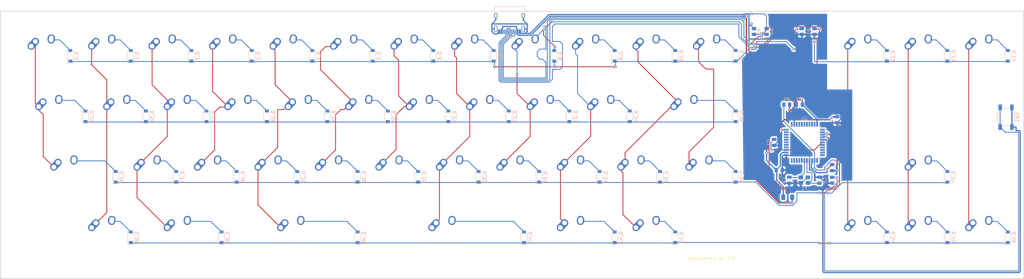
<source format=kicad_pcb>
(kicad_pcb (version 20171130) (host pcbnew "(5.1.10)-1")
  (layers (0 F.Cu signal) (31 B.Cu signal) (34 B.Paste user) (35 F.Paste user) (36 B.SilkS user) (37 F.SilkS user) (38 B.Mask user) (39 F.Mask user) (44 Edge.Cuts user))
  (net 0 "")
  (net 1 GND)
  (net 2 VCC)
  (net 3 col0)
  (net 4 col1)
  (net 5 col2)
  (net 6 col3)
  (net 7 col4)
  (net 8 col5)
  (net 9 col6)
  (net 10 col7)
  (net 11 col8)
  (net 12 col9)
  (net 13 col10)
  (net 14 col11)
  (net 15 col12)
  (net 16 col13)
  (net 17 col14)
  (net 18 row0)
  (net 19 row1)
  (net 20 row2)
  (net 21 row3)
  (net 22 "Net-(D_0-Pad2)")
  (net 23 "Net-(D_1-Pad2)")
  (net 24 "Net-(D_2-Pad2)")
  (net 25 "Net-(D_3-Pad2)")
  (net 26 "Net-(D_4-Pad2)")
  (net 27 "Net-(D_5-Pad2)")
  (net 28 "Net-(D_6-Pad2)")
  (net 29 "Net-(D_7-Pad2)")
  (net 30 "Net-(D_8-Pad2)")
  (net 31 "Net-(D_9-Pad2)")
  (net 32 "Net-(D_10-Pad2)")
  (net 33 "Net-(D_11-Pad2)")
  (net 34 "Net-(D_12-Pad2)")
  (net 35 "Net-(D_13-Pad2)")
  (net 36 "Net-(D_14-Pad2)")
  (net 37 "Net-(D_15-Pad2)")
  (net 38 "Net-(D_16-Pad2)")
  (net 39 "Net-(D_17-Pad2)")
  (net 40 "Net-(D_18-Pad2)")
  (net 41 "Net-(D_19-Pad2)")
  (net 42 "Net-(D_20-Pad2)")
  (net 43 "Net-(D_21-Pad2)")
  (net 44 "Net-(D_22-Pad2)")
  (net 45 "Net-(D_23-Pad2)")
  (net 46 "Net-(D_24-Pad2)")
  (net 47 "Net-(D_25-Pad2)")
  (net 48 "Net-(D_26-Pad2)")
  (net 49 "Net-(D_27-Pad2)")
  (net 50 "Net-(D_28-Pad2)")
  (net 51 "Net-(D_29-Pad2)")
  (net 52 "Net-(D_30-Pad2)")
  (net 53 "Net-(D_31-Pad2)")
  (net 54 "Net-(D_32-Pad2)")
  (net 55 "Net-(D_33-Pad2)")
  (net 56 "Net-(D_34-Pad2)")
  (net 57 "Net-(D_35-Pad2)")
  (net 58 "Net-(D_36-Pad2)")
  (net 59 "Net-(D_37-Pad2)")
  (net 60 "Net-(D_38-Pad2)")
  (net 61 "Net-(D_39-Pad2)")
  (net 62 "Net-(D_40-Pad2)")
  (net 63 "Net-(D_41-Pad2)")
  (net 64 "Net-(D_42-Pad2)")
  (net 65 "Net-(D_43-Pad2)")
  (net 66 "Net-(D_44-Pad2)")
  (net 67 "Net-(D_45-Pad2)")
  (net 68 "Net-(D_46-Pad2)")
  (net 69 +5V)
  (net 70 "Net-(C4-Pad1)")
  (net 71 "Net-(C5-Pad1)")
  (net 72 "Net-(C7-Pad1)")
  (net 73 "Net-(J1-PadB8)")
  (net 74 "Net-(J1-PadA5)")
  (net 75 "Net-(J1-PadA8)")
  (net 76 "Net-(J1-PadB5)")
  (net 77 "Net-(R3-Pad1)")
  (net 78 "Net-(R4-Pad1)")
  (net 79 "Net-(R5-Pad2)")
  (net 80 "Net-(R6-Pad2)")
  (net 81 "Net-(U1-Pad42)")
  (net 82 "Net-(U1-Pad41)")
  (net 83 "Net-(U1-Pad40)")
  (net 84 "Net-(U1-Pad39)")
  (net 85 "Net-(U1-Pad38)")
  (net 86 "Net-(U1-Pad37)")
  (net 87 "Net-(U1-Pad36)")
  (net 88 "Net-(U1-Pad32)")
  (net 89 "Net-(U1-Pad31)")
  (net 90 "Net-(U1-Pad30)")
  (net 91 "Net-(U1-Pad29)")
  (net 92 "Net-(U1-Pad28)")
  (net 93 "Net-(U1-Pad27)")
  (net 94 "Net-(U1-Pad26)")
  (net 95 "Net-(U1-Pad25)")
  (net 96 "Net-(U1-Pad22)")
  (net 97 "Net-(U1-Pad21)")
  (net 98 "Net-(U1-Pad20)")
  (net 99 "Net-(U1-Pad19)")
  (net 100 "Net-(U1-Pad18)")
  (net 101 "Net-(U1-Pad12)")
  (net 102 "Net-(U1-Pad11)")
  (net 103 "Net-(U1-Pad10)")
  (net 104 "Net-(U1-Pad9)")
  (net 105 "Net-(U1-Pad8)")
  (net 106 "Net-(U1-Pad1)")
  (net 107 D-)
  (net 108 D+)
  (module MX_Alps_Hybrid:MX-1U-NoLED (layer F.Cu) (at 9.525 9.525)
    (fp_text reference K_0)
    (fp_text value KEYSW)
    (pad 1 thru_hole circle (at -2.5 -4) (size 2.25 2.25) (drill 1.47) (layers *.Cu B.Mask) (net 3 col0))
    (pad 1 thru_hole oval (at -3.81 -2.54 48.0996) (size 4.211556 2.25) (drill 1.47 (offset 0.980778 0)) (layers *.Cu B.Mask) (net 3 col0))
    (pad 2 thru_hole oval (at 2.5 -4.5 86.0548) (size 2.831378 2.25) (drill 1.47 (offset 0.290689 0)) (layers *.Cu B.Mask) (net 22 "Net-(D_0-Pad2)"))
    (pad 2 thru_hole circle (at 2.54 -5.08) (size 2.25 2.25) (drill 1.47) (layers *.Cu B.Mask) (net 22 "Net-(D_0-Pad2)"))
    (pad "" np_thru_hole circle (at 0 0) (size 3.9878 3.9878) (drill 3.9878) (layers *.Cu *.Mask))
    (pad "" np_thru_hole circle (at -5.08 0 48.0996) (size 1.75 1.75) (drill 1.75) (layers *.Cu *.Mask))
    (pad "" np_thru_hole circle (at 5.08 0 48.0996) (size 1.75 1.75) (drill 1.75) (layers *.Cu *.Mask))
  )
  (module Crystal:Crystal_SMD_3225-4Pin_3.2x2.5mm (layer B.Cu) (at 249.2375 49.2125)
    (fp_text reference Y1 (at 0 2.45) (layer B.SilkS) (effects (justify mirror)))
    (fp_text value 16MHz)
    (pad 4 smd rect (at -1.1 0.85) (size 1.4 1.2) (layers B.Cu B.Paste B.Mask) (net 1 GND))
    (pad 3 smd rect (at 1.1 0.85) (size 1.4 1.2) (layers B.Cu B.Paste B.Mask) (net 71 "Net-(C5-Pad1)"))
    (pad 2 smd rect (at 1.1 -0.85) (size 1.4 1.2) (layers B.Cu B.Paste B.Mask) (net 1 GND))
    (pad 1 smd rect (at -1.1 -0.85) (size 1.4 1.2) (layers B.Cu B.Paste B.Mask) (net 70 "Net-(C4-Pad1)"))
  )
  (module Package_QFP:TQFP-44_10x10mm_P0.8mm (layer B.Cu) (at 249.2375 37.30625 180)
    (fp_text reference U1 (at 0 7.45) (layer B.SilkS) (effects (justify mirror)))
    (fp_text value ATmega32U4-AU)
    (pad 44 smd rect (at -4 5.7 90) (size 1.5 0.55) (layers B.Cu B.Paste B.Mask) (net 69 +5V))
    (pad 43 smd rect (at -3.2 5.7 90) (size 1.5 0.55) (layers B.Cu B.Paste B.Mask) (net 1 GND))
    (pad 42 smd rect (at -2.4 5.7 90) (size 1.5 0.55) (layers B.Cu B.Paste B.Mask) (net 81 "Net-(U1-Pad42)"))
    (pad 41 smd rect (at -1.6 5.7 90) (size 1.5 0.55) (layers B.Cu B.Paste B.Mask) (net 82 "Net-(U1-Pad41)"))
    (pad 40 smd rect (at -0.8 5.7 90) (size 1.5 0.55) (layers B.Cu B.Paste B.Mask) (net 83 "Net-(U1-Pad40)"))
    (pad 39 smd rect (at 0 5.7 90) (size 1.5 0.55) (layers B.Cu B.Paste B.Mask) (net 84 "Net-(U1-Pad39)"))
    (pad 38 smd rect (at 0.8 5.7 90) (size 1.5 0.55) (layers B.Cu B.Paste B.Mask) (net 85 "Net-(U1-Pad38)"))
    (pad 37 smd rect (at 1.6 5.7 90) (size 1.5 0.55) (layers B.Cu B.Paste B.Mask) (net 86 "Net-(U1-Pad37)"))
    (pad 36 smd rect (at 2.4 5.7 90) (size 1.5 0.55) (layers B.Cu B.Paste B.Mask) (net 87 "Net-(U1-Pad36)"))
    (pad 35 smd rect (at 3.2 5.7 90) (size 1.5 0.55) (layers B.Cu B.Paste B.Mask) (net 1 GND))
    (pad 34 smd rect (at 4 5.7 90) (size 1.5 0.55) (layers B.Cu B.Paste B.Mask) (net 69 +5V))
    (pad 33 smd rect (at 5.7 4 180) (size 1.5 0.55) (layers B.Cu B.Paste B.Mask) (net 80 "Net-(R6-Pad2)"))
    (pad 32 smd rect (at 5.7 3.2 180) (size 1.5 0.55) (layers B.Cu B.Paste B.Mask) (net 88 "Net-(U1-Pad32)"))
    (pad 31 smd rect (at 5.7 2.4 180) (size 1.5 0.55) (layers B.Cu B.Paste B.Mask) (net 89 "Net-(U1-Pad31)"))
    (pad 30 smd rect (at 5.7 1.6 180) (size 1.5 0.55) (layers B.Cu B.Paste B.Mask) (net 90 "Net-(U1-Pad30)"))
    (pad 29 smd rect (at 5.7 0.8 180) (size 1.5 0.55) (layers B.Cu B.Paste B.Mask) (net 91 "Net-(U1-Pad29)"))
    (pad 28 smd rect (at 5.7 0 180) (size 1.5 0.55) (layers B.Cu B.Paste B.Mask) (net 92 "Net-(U1-Pad28)"))
    (pad 27 smd rect (at 5.7 -0.8 180) (size 1.5 0.55) (layers B.Cu B.Paste B.Mask) (net 93 "Net-(U1-Pad27)"))
    (pad 26 smd rect (at 5.7 -1.6 180) (size 1.5 0.55) (layers B.Cu B.Paste B.Mask) (net 94 "Net-(U1-Pad26)"))
    (pad 25 smd rect (at 5.7 -2.4 180) (size 1.5 0.55) (layers B.Cu B.Paste B.Mask) (net 95 "Net-(U1-Pad25)"))
    (pad 24 smd rect (at 5.7 -3.2 180) (size 1.5 0.55) (layers B.Cu B.Paste B.Mask) (net 69 +5V))
    (pad 23 smd rect (at 5.7 -4 180) (size 1.5 0.55) (layers B.Cu B.Paste B.Mask) (net 1 GND))
    (pad 22 smd rect (at 4 -5.7 90) (size 1.5 0.55) (layers B.Cu B.Paste B.Mask) (net 96 "Net-(U1-Pad22)"))
    (pad 21 smd rect (at 3.2 -5.7 90) (size 1.5 0.55) (layers B.Cu B.Paste B.Mask) (net 97 "Net-(U1-Pad21)"))
    (pad 20 smd rect (at 2.4 -5.7 90) (size 1.5 0.55) (layers B.Cu B.Paste B.Mask) (net 98 "Net-(U1-Pad20)"))
    (pad 19 smd rect (at 1.6 -5.7 90) (size 1.5 0.55) (layers B.Cu B.Paste B.Mask) (net 99 "Net-(U1-Pad19)"))
    (pad 18 smd rect (at 0.8 -5.7 90) (size 1.5 0.55) (layers B.Cu B.Paste B.Mask) (net 100 "Net-(U1-Pad18)"))
    (pad 17 smd rect (at 0 -5.7 90) (size 1.5 0.55) (layers B.Cu B.Paste B.Mask) (net 70 "Net-(C4-Pad1)"))
    (pad 16 smd rect (at -0.8 -5.7 90) (size 1.5 0.55) (layers B.Cu B.Paste B.Mask) (net 71 "Net-(C5-Pad1)"))
    (pad 15 smd rect (at -1.6 -5.7 90) (size 1.5 0.55) (layers B.Cu B.Paste B.Mask) (net 1 GND))
    (pad 14 smd rect (at -2.4 -5.7 90) (size 1.5 0.55) (layers B.Cu B.Paste B.Mask) (net 69 +5V))
    (pad 13 smd rect (at -3.2 -5.7 90) (size 1.5 0.55) (layers B.Cu B.Paste B.Mask) (net 79 "Net-(R5-Pad2)"))
    (pad 12 smd rect (at -4 -5.7 90) (size 1.5 0.55) (layers B.Cu B.Paste B.Mask) (net 101 "Net-(U1-Pad12)"))
    (pad 11 smd rect (at -5.7 -4 180) (size 1.5 0.55) (layers B.Cu B.Paste B.Mask) (net 102 "Net-(U1-Pad11)"))
    (pad 10 smd rect (at -5.7 -3.2 180) (size 1.5 0.55) (layers B.Cu B.Paste B.Mask) (net 103 "Net-(U1-Pad10)"))
    (pad 9 smd rect (at -5.7 -2.4 180) (size 1.5 0.55) (layers B.Cu B.Paste B.Mask) (net 104 "Net-(U1-Pad9)"))
    (pad 8 smd rect (at -5.7 -1.6 180) (size 1.5 0.55) (layers B.Cu B.Paste B.Mask) (net 105 "Net-(U1-Pad8)"))
    (pad 7 smd rect (at -5.7 -0.8 180) (size 1.5 0.55) (layers B.Cu B.Paste B.Mask) (net 69 +5V))
    (pad 6 smd rect (at -5.7 0 180) (size 1.5 0.55) (layers B.Cu B.Paste B.Mask) (net 72 "Net-(C7-Pad1)"))
    (pad 5 smd rect (at -5.7 0.8 180) (size 1.5 0.55) (layers B.Cu B.Paste B.Mask) (net 1 GND))
    (pad 4 smd rect (at -5.7 1.6 180) (size 1.5 0.55) (layers B.Cu B.Paste B.Mask) (net 78 "Net-(R4-Pad1)"))
    (pad 3 smd rect (at -5.7 2.4 180) (size 1.5 0.55) (layers B.Cu B.Paste B.Mask) (net 77 "Net-(R3-Pad1)"))
    (pad 2 smd rect (at -5.7 3.2 180) (size 1.5 0.55) (layers B.Cu B.Paste B.Mask) (net 69 +5V))
    (pad 1 smd rect (at -5.7 4 180) (size 1.5 0.55) (layers B.Cu B.Paste B.Mask) (net 106 "Net-(U1-Pad1)"))
  )
  (module Button_Switch_SMD:SW_SPST_SKQG_WithStem (layer B.Cu) (at 312.7375 29.36875 90)
    (fp_text reference SW1 (at 0 3.6 90) (layer B.SilkS) (effects (justify mirror)))
    (fp_text value SW_Push)
    (pad 2 smd rect (at 3.1 -1.85 90) (size 1.8 1.1) (layers B.Cu B.Paste B.Mask) (net 79 "Net-(R5-Pad2)"))
    (pad 2 smd rect (at -3.1 -1.85 90) (size 1.8 1.1) (layers B.Cu B.Paste B.Mask) (net 79 "Net-(R5-Pad2)"))
    (pad 1 smd rect (at 3.1 1.85 90) (size 1.8 1.1) (layers B.Cu B.Paste B.Mask) (net 1 GND))
    (pad 1 smd rect (at -3.1 1.85 90) (size 1.8 1.1) (layers B.Cu B.Paste B.Mask) (net 1 GND))
  )
  (module Resistor_SMD:R_0805_2012Metric (layer B.Cu) (at 257.96875 49.2125 90)
    (fp_text reference R6 (at 0 1.65 90) (layer B.SilkS) (effects (justify mirror)))
    (fp_text value 10k)
    (pad 2 smd roundrect (at 0.9125 0 90) (size 1.025 1.4) (layers B.Cu B.Paste B.Mask) (roundrect_rratio 0.2439014634146341) (net 80 "Net-(R6-Pad2)"))
    (pad 1 smd roundrect (at -0.9125 0 90) (size 1.025 1.4) (layers B.Cu B.Paste B.Mask) (roundrect_rratio 0.2439014634146341) (net 1 GND))
  )
  (module Resistor_SMD:R_0805_2012Metric (layer B.Cu) (at 243.68125 25.4 180)
    (fp_text reference R5 (at 0 1.65) (layer B.SilkS) (effects (justify mirror)))
    (fp_text value 10k)
    (pad 2 smd roundrect (at 0.9125 0 180) (size 1.025 1.4) (layers B.Cu B.Paste B.Mask) (roundrect_rratio 0.2439014634146341) (net 79 "Net-(R5-Pad2)"))
    (pad 1 smd roundrect (at -0.9125 0 180) (size 1.025 1.4) (layers B.Cu B.Paste B.Mask) (roundrect_rratio 0.2439014634146341) (net 69 +5V))
  )
  (module Resistor_SMD:R_0805_2012Metric (layer B.Cu) (at 237.33125 2.38125 90)
    (fp_text reference R4 (at 0 1.65 90) (layer B.SilkS) (effects (justify mirror)))
    (fp_text value 22)
    (pad 2 smd roundrect (at 0.9125 0 90) (size 1.025 1.4) (layers B.Cu B.Paste B.Mask) (roundrect_rratio 0.2439014634146341) (net 108 D+))
    (pad 1 smd roundrect (at -0.9125 0 90) (size 1.025 1.4) (layers B.Cu B.Paste B.Mask) (roundrect_rratio 0.2439014634146341) (net 78 "Net-(R4-Pad1)"))
  )
  (module Resistor_SMD:R_0805_2012Metric (layer B.Cu) (at 233.3625 2.38125 90)
    (fp_text reference R3 (at 0 1.65 90) (layer B.SilkS) (effects (justify mirror)))
    (fp_text value 22)
    (pad 2 smd roundrect (at 0.9125 0 90) (size 1.025 1.4) (layers B.Cu B.Paste B.Mask) (roundrect_rratio 0.2439014634146341) (net 107 D-))
    (pad 1 smd roundrect (at -0.9125 0 90) (size 1.025 1.4) (layers B.Cu B.Paste B.Mask) (roundrect_rratio 0.2439014634146341) (net 77 "Net-(R3-Pad1)"))
  )
  (module Resistor_SMD:R_0805_2012Metric (layer B.Cu) (at 252.4125 2.38125 270)
    (fp_text reference R2 (at 0 1.65 90) (layer B.SilkS) (effects (justify mirror)))
    (fp_text value 5.1k)
    (pad 2 smd roundrect (at 0.9125 0 270) (size 1.025 1.4) (layers B.Cu B.Paste B.Mask) (roundrect_rratio 0.2439014634146341) (net 1 GND))
    (pad 1 smd roundrect (at -0.9125 0 270) (size 1.025 1.4) (layers B.Cu B.Paste B.Mask) (roundrect_rratio 0.2439014634146341) (net 74 "Net-(J1-PadA5)"))
  )
  (module Resistor_SMD:R_0805_2012Metric (layer B.Cu) (at 248.44375 2.38125 270)
    (fp_text reference R1 (at 0 1.65 90) (layer B.SilkS) (effects (justify mirror)))
    (fp_text value 5.1k)
    (pad 2 smd roundrect (at 0.9125 0 270) (size 1.025 1.4) (layers B.Cu B.Paste B.Mask) (roundrect_rratio 0.2439014634146341) (net 1 GND))
    (pad 1 smd roundrect (at -0.9125 0 270) (size 1.025 1.4) (layers B.Cu B.Paste B.Mask) (roundrect_rratio 0.2439014634146341) (net 76 "Net-(J1-PadB5)"))
  )
  (module Connector_USB:USB_C_Receptacle_HRO_TYPE-C-31-M-12 (layer B.Cu) (at 156.36875 -1.5875)
    (fp_text reference J1 (at 0 5.645) (layer B.SilkS) (effects (justify mirror)))
    (fp_text value USB_C_Receptacle_USB2.0)
    (pad B1 smd rect (at 3.25 4.045) (size 0.6 1.45) (layers B.Cu B.Paste B.Mask) (net 1 GND))
    (pad A9 smd rect (at 2.45 4.045) (size 0.6 1.45) (layers B.Cu B.Paste B.Mask) (net 2 VCC))
    (pad B9 smd rect (at -2.45 4.045) (size 0.6 1.45) (layers B.Cu B.Paste B.Mask) (net 2 VCC))
    (pad B12 smd rect (at -3.25 4.045) (size 0.6 1.45) (layers B.Cu B.Paste B.Mask) (net 1 GND))
    (pad A1 smd rect (at -3.25 4.045) (size 0.6 1.45) (layers B.Cu B.Paste B.Mask) (net 1 GND))
    (pad A4 smd rect (at -2.45 4.045) (size 0.6 1.45) (layers B.Cu B.Paste B.Mask) (net 2 VCC))
    (pad B4 smd rect (at 2.45 4.045) (size 0.6 1.45) (layers B.Cu B.Paste B.Mask) (net 2 VCC))
    (pad A12 smd rect (at 3.25 4.045) (size 0.6 1.45) (layers B.Cu B.Paste B.Mask) (net 1 GND))
    (pad B8 smd rect (at -1.75 4.045) (size 0.3 1.45) (layers B.Cu B.Paste B.Mask) (net 73 "Net-(J1-PadB8)"))
    (pad A5 smd rect (at -1.25 4.045) (size 0.3 1.45) (layers B.Cu B.Paste B.Mask) (net 74 "Net-(J1-PadA5)"))
    (pad B7 smd rect (at -0.75 4.045) (size 0.3 1.45) (layers B.Cu B.Paste B.Mask) (net 107 D-))
    (pad A7 smd rect (at 0.25 4.045) (size 0.3 1.45) (layers B.Cu B.Paste B.Mask) (net 107 D-))
    (pad B6 smd rect (at 0.75 4.045) (size 0.3 1.45) (layers B.Cu B.Paste B.Mask) (net 108 D+))
    (pad A8 smd rect (at 1.25 4.045) (size 0.3 1.45) (layers B.Cu B.Paste B.Mask) (net 75 "Net-(J1-PadA8)"))
    (pad B5 smd rect (at 1.75 4.045) (size 0.3 1.45) (layers B.Cu B.Paste B.Mask) (net 76 "Net-(J1-PadB5)"))
    (pad A6 smd rect (at -0.25 4.045) (size 0.3 1.45) (layers B.Cu B.Paste B.Mask) (net 108 D+))
    (pad S1 thru_hole oval (at 4.32 3.13) (size 1 2.1) (drill oval 0.6 1.7) (layers *.Cu *.Mask) (net 1 GND))
    (pad S1 thru_hole oval (at -4.32 3.13) (size 1 2.1) (drill oval 0.6 1.7) (layers *.Cu *.Mask) (net 1 GND))
    (pad "" np_thru_hole circle (at -2.89 2.6) (size 0.65 0.65) (drill 0.65) (layers *.Cu *.Mask))
    (pad S1 thru_hole oval (at -4.32 -1.05) (size 1 1.6) (drill oval 0.6 1.2) (layers *.Cu *.Mask) (net 1 GND))
    (pad "" np_thru_hole circle (at 2.89 2.6) (size 0.65 0.65) (drill 0.65) (layers *.Cu *.Mask))
    (pad S1 thru_hole oval (at 4.32 -1.05) (size 1 1.6) (drill oval 0.6 1.2) (layers *.Cu *.Mask) (net 1 GND))
  )
  (module Fuse:Fuse_1206_3216Metric (layer B.Cu) (at 243.98625 54.5695)
    (fp_text reference F1 (at 0 1.82) (layer B.SilkS) (effects (justify mirror)))
    (fp_text value 500mA)
    (pad 2 smd roundrect (at 1.4 0) (size 1.25 1.75) (layers B.Cu B.Paste B.Mask) (roundrect_rratio 0.2) (net 2 VCC))
    (pad 1 smd roundrect (at -1.4 0) (size 1.25 1.75) (layers B.Cu B.Paste B.Mask) (roundrect_rratio 0.2) (net 69 +5V))
  )
  (module Capacitor_SMD:C_0805_2012Metric (layer B.Cu) (at 239.7125 37.30625 270)
    (fp_text reference C7 (at 0 1.68 90) (layer B.SilkS) (effects (justify mirror)))
    (fp_text value 1uF)
    (pad 2 smd roundrect (at 0.95 0 270) (size 1 1.45) (layers B.Cu B.Paste B.Mask) (net 1 GND))
    (pad 1 smd roundrect (at -0.95 0 270) (size 1 1.45) (layers B.Cu B.Paste B.Mask) (net 72 "Net-(C7-Pad1)"))
  )
  (module Capacitor_SMD:C_0805_2012Metric (layer B.Cu) (at 257.96875 45.24375 270)
    (fp_text reference C6 (at 0 1.68 270) (layer B.SilkS) (effects (justify mirror)))
    (fp_text value 0.1uF)
    (pad 2 smd roundrect (at 0.95 0 270) (size 1 1.45) (layers B.Cu B.Paste B.Mask) (net 1 GND))
    (pad 1 smd roundrect (at -0.95 0 270) (size 1 1.45) (layers B.Cu B.Paste B.Mask) (net 69 +5V))
  )
  (module Capacitor_SMD:C_0805_2012Metric (layer B.Cu) (at 254 49.2125 90)
    (fp_text reference C5 (at 0 1.68 -90) (layer B.SilkS) (effects (justify mirror)))
    (fp_text value 22pF)
    (pad 2 smd roundrect (at 0.95 0 90) (size 1 1.45) (layers B.Cu B.Paste B.Mask) (net 1 GND))
    (pad 1 smd roundrect (at -0.95 0 90) (size 1 1.45) (layers B.Cu B.Paste B.Mask) (net 71 "Net-(C5-Pad1)"))
  )
  (module Capacitor_SMD:C_0805_2012Metric (layer B.Cu) (at 244.475 49.2125 270)
    (fp_text reference C4 (at 0 1.68 90) (layer B.SilkS) (effects (justify mirror)))
    (fp_text value 22pF)
    (pad 2 smd roundrect (at 0.95 0 270) (size 1 1.45) (layers B.Cu B.Paste B.Mask) (net 1 GND))
    (pad 1 smd roundrect (at -0.95 0 270) (size 1 1.45) (layers B.Cu B.Paste B.Mask) (net 70 "Net-(C4-Pad1)"))
  )
  (module Capacitor_SMD:C_0805_2012Metric (layer B.Cu) (at 247.65 25.4 180)
    (fp_text reference C3 (at 0 1.68) (layer B.SilkS) (effects (justify mirror)))
    (fp_text value 0.1uF)
    (pad 2 smd roundrect (at 0.95 0 180) (size 1 1.45) (layers B.Cu B.Paste B.Mask) (net 1 GND))
    (pad 1 smd roundrect (at -0.95 0 180) (size 1 1.45) (layers B.Cu B.Paste B.Mask) (net 69 +5V))
  )
  (module Capacitor_SMD:C_0805_2012Metric (layer B.Cu) (at 259.55625 30.1625 270)
    (fp_text reference C2 (at 0 1.68 270) (layer B.SilkS) (effects (justify mirror)))
    (fp_text value 0.1uF)
    (pad 2 smd roundrect (at 0.95 0 270) (size 1 1.45) (layers B.Cu B.Paste B.Mask) (net 1 GND))
    (pad 1 smd roundrect (at -0.95 0 270) (size 1 1.45) (layers B.Cu B.Paste B.Mask) (net 69 +5V))
  )
  (module Capacitor_SMD:C_0805_2012Metric (layer B.Cu) (at 241.3 46.0375)
    (fp_text reference C1 (at 0 1.68) (layer B.SilkS) (effects (justify mirror)))
    (fp_text value 10uF)
    (pad 2 smd roundrect (at 0.95 0) (size 1 1.45) (layers B.Cu B.Paste B.Mask) (net 1 GND))
    (pad 1 smd roundrect (at -0.95 0) (size 1 1.45) (layers B.Cu B.Paste B.Mask) (net 69 +5V))
  )
  (module Diode_SMD:D_SOD-123 (layer B.Cu) (at 18.05 10.025 90)
    (fp_text reference D_0 (at 0 2 90) (layer B.SilkS) (effects (justify mirror)))
    (fp_text value D)
    (pad 2 smd rect (at 1.65 0 90) (size 0.9 1.2) (layers B.Cu B.Paste B.Mask) (net 22 "Net-(D_0-Pad2)"))
    (pad 1 smd rect (at -1.65 0 90) (size 0.9 1.2) (layers B.Cu B.Paste B.Mask) (net 18 row0))
  )
  (module MX_Alps_Hybrid:MX-1U-NoLED (layer F.Cu) (at 28.575 9.525)
    (fp_text reference K_1)
    (fp_text value KEYSW)
    (pad 1 thru_hole circle (at -2.5 -4) (size 2.25 2.25) (drill 1.47) (layers *.Cu B.Mask) (net 4 col1))
    (pad 1 thru_hole oval (at -3.81 -2.54 48.0996) (size 4.211556 2.25) (drill 1.47 (offset 0.980778 0)) (layers *.Cu B.Mask) (net 4 col1))
    (pad 2 thru_hole oval (at 2.5 -4.5 86.0548) (size 2.831378 2.25) (drill 1.47 (offset 0.290689 0)) (layers *.Cu B.Mask) (net 23 "Net-(D_1-Pad2)"))
    (pad 2 thru_hole circle (at 2.54 -5.08) (size 2.25 2.25) (drill 1.47) (layers *.Cu B.Mask) (net 23 "Net-(D_1-Pad2)"))
    (pad "" np_thru_hole circle (at 0 0) (size 3.9878 3.9878) (drill 3.9878) (layers *.Cu *.Mask))
    (pad "" np_thru_hole circle (at -5.08 0 48.0996) (size 1.75 1.75) (drill 1.75) (layers *.Cu *.Mask))
    (pad "" np_thru_hole circle (at 5.08 0 48.0996) (size 1.75 1.75) (drill 1.75) (layers *.Cu *.Mask))
  )
  (module Diode_SMD:D_SOD-123 (layer B.Cu) (at 37.1 10.025 90)
    (fp_text reference D_1 (at 0 2 90) (layer B.SilkS) (effects (justify mirror)))
    (fp_text value D)
    (pad 2 smd rect (at 1.65 0 90) (size 0.9 1.2) (layers B.Cu B.Paste B.Mask) (net 23 "Net-(D_1-Pad2)"))
    (pad 1 smd rect (at -1.65 0 90) (size 0.9 1.2) (layers B.Cu B.Paste B.Mask) (net 18 row0))
  )
  (module MX_Alps_Hybrid:MX-1U-NoLED (layer F.Cu) (at 47.625 9.525)
    (fp_text reference K_2)
    (fp_text value KEYSW)
    (pad 1 thru_hole circle (at -2.5 -4) (size 2.25 2.25) (drill 1.47) (layers *.Cu B.Mask) (net 5 col2))
    (pad 1 thru_hole oval (at -3.81 -2.54 48.0996) (size 4.211556 2.25) (drill 1.47 (offset 0.980778 0)) (layers *.Cu B.Mask) (net 5 col2))
    (pad 2 thru_hole oval (at 2.5 -4.5 86.0548) (size 2.831378 2.25) (drill 1.47 (offset 0.290689 0)) (layers *.Cu B.Mask) (net 24 "Net-(D_2-Pad2)"))
    (pad 2 thru_hole circle (at 2.54 -5.08) (size 2.25 2.25) (drill 1.47) (layers *.Cu B.Mask) (net 24 "Net-(D_2-Pad2)"))
    (pad "" np_thru_hole circle (at 0 0) (size 3.9878 3.9878) (drill 3.9878) (layers *.Cu *.Mask))
    (pad "" np_thru_hole circle (at -5.08 0 48.0996) (size 1.75 1.75) (drill 1.75) (layers *.Cu *.Mask))
    (pad "" np_thru_hole circle (at 5.08 0 48.0996) (size 1.75 1.75) (drill 1.75) (layers *.Cu *.Mask))
  )
  (module Diode_SMD:D_SOD-123 (layer B.Cu) (at 56.15 10.025 90)
    (fp_text reference D_2 (at 0 2 90) (layer B.SilkS) (effects (justify mirror)))
    (fp_text value D)
    (pad 2 smd rect (at 1.65 0 90) (size 0.9 1.2) (layers B.Cu B.Paste B.Mask) (net 24 "Net-(D_2-Pad2)"))
    (pad 1 smd rect (at -1.65 0 90) (size 0.9 1.2) (layers B.Cu B.Paste B.Mask) (net 18 row0))
  )
  (module MX_Alps_Hybrid:MX-1U-NoLED (layer F.Cu) (at 66.675 9.525)
    (fp_text reference K_3)
    (fp_text value KEYSW)
    (pad 1 thru_hole circle (at -2.5 -4) (size 2.25 2.25) (drill 1.47) (layers *.Cu B.Mask) (net 6 col3))
    (pad 1 thru_hole oval (at -3.81 -2.54 48.0996) (size 4.211556 2.25) (drill 1.47 (offset 0.980778 0)) (layers *.Cu B.Mask) (net 6 col3))
    (pad 2 thru_hole oval (at 2.5 -4.5 86.0548) (size 2.831378 2.25) (drill 1.47 (offset 0.290689 0)) (layers *.Cu B.Mask) (net 25 "Net-(D_3-Pad2)"))
    (pad 2 thru_hole circle (at 2.54 -5.08) (size 2.25 2.25) (drill 1.47) (layers *.Cu B.Mask) (net 25 "Net-(D_3-Pad2)"))
    (pad "" np_thru_hole circle (at 0 0) (size 3.9878 3.9878) (drill 3.9878) (layers *.Cu *.Mask))
    (pad "" np_thru_hole circle (at -5.08 0 48.0996) (size 1.75 1.75) (drill 1.75) (layers *.Cu *.Mask))
    (pad "" np_thru_hole circle (at 5.08 0 48.0996) (size 1.75 1.75) (drill 1.75) (layers *.Cu *.Mask))
  )
  (module Diode_SMD:D_SOD-123 (layer B.Cu) (at 75.2 10.025 90)
    (fp_text reference D_3 (at 0 2 90) (layer B.SilkS) (effects (justify mirror)))
    (fp_text value D)
    (pad 2 smd rect (at 1.65 0 90) (size 0.9 1.2) (layers B.Cu B.Paste B.Mask) (net 25 "Net-(D_3-Pad2)"))
    (pad 1 smd rect (at -1.65 0 90) (size 0.9 1.2) (layers B.Cu B.Paste B.Mask) (net 18 row0))
  )
  (module MX_Alps_Hybrid:MX-1U-NoLED (layer F.Cu) (at 85.725 9.525)
    (fp_text reference K_4)
    (fp_text value KEYSW)
    (pad 1 thru_hole circle (at -2.5 -4) (size 2.25 2.25) (drill 1.47) (layers *.Cu B.Mask) (net 7 col4))
    (pad 1 thru_hole oval (at -3.81 -2.54 48.0996) (size 4.211556 2.25) (drill 1.47 (offset 0.980778 0)) (layers *.Cu B.Mask) (net 7 col4))
    (pad 2 thru_hole oval (at 2.5 -4.5 86.0548) (size 2.831378 2.25) (drill 1.47 (offset 0.290689 0)) (layers *.Cu B.Mask) (net 26 "Net-(D_4-Pad2)"))
    (pad 2 thru_hole circle (at 2.54 -5.08) (size 2.25 2.25) (drill 1.47) (layers *.Cu B.Mask) (net 26 "Net-(D_4-Pad2)"))
    (pad "" np_thru_hole circle (at 0 0) (size 3.9878 3.9878) (drill 3.9878) (layers *.Cu *.Mask))
    (pad "" np_thru_hole circle (at -5.08 0 48.0996) (size 1.75 1.75) (drill 1.75) (layers *.Cu *.Mask))
    (pad "" np_thru_hole circle (at 5.08 0 48.0996) (size 1.75 1.75) (drill 1.75) (layers *.Cu *.Mask))
  )
  (module Diode_SMD:D_SOD-123 (layer B.Cu) (at 94.25 10.025 90)
    (fp_text reference D_4 (at 0 2 90) (layer B.SilkS) (effects (justify mirror)))
    (fp_text value D)
    (pad 2 smd rect (at 1.65 0 90) (size 0.9 1.2) (layers B.Cu B.Paste B.Mask) (net 26 "Net-(D_4-Pad2)"))
    (pad 1 smd rect (at -1.65 0 90) (size 0.9 1.2) (layers B.Cu B.Paste B.Mask) (net 18 row0))
  )
  (module MX_Alps_Hybrid:MX-1U-NoLED (layer F.Cu) (at 104.775 9.525)
    (fp_text reference K_5)
    (fp_text value KEYSW)
    (pad 1 thru_hole circle (at -2.5 -4) (size 2.25 2.25) (drill 1.47) (layers *.Cu B.Mask) (net 8 col5))
    (pad 1 thru_hole oval (at -3.81 -2.54 48.0996) (size 4.211556 2.25) (drill 1.47 (offset 0.980778 0)) (layers *.Cu B.Mask) (net 8 col5))
    (pad 2 thru_hole oval (at 2.5 -4.5 86.0548) (size 2.831378 2.25) (drill 1.47 (offset 0.290689 0)) (layers *.Cu B.Mask) (net 27 "Net-(D_5-Pad2)"))
    (pad 2 thru_hole circle (at 2.54 -5.08) (size 2.25 2.25) (drill 1.47) (layers *.Cu B.Mask) (net 27 "Net-(D_5-Pad2)"))
    (pad "" np_thru_hole circle (at 0 0) (size 3.9878 3.9878) (drill 3.9878) (layers *.Cu *.Mask))
    (pad "" np_thru_hole circle (at -5.08 0 48.0996) (size 1.75 1.75) (drill 1.75) (layers *.Cu *.Mask))
    (pad "" np_thru_hole circle (at 5.08 0 48.0996) (size 1.75 1.75) (drill 1.75) (layers *.Cu *.Mask))
  )
  (module Diode_SMD:D_SOD-123 (layer B.Cu) (at 113.3 10.025 90)
    (fp_text reference D_5 (at 0 2 90) (layer B.SilkS) (effects (justify mirror)))
    (fp_text value D)
    (pad 2 smd rect (at 1.65 0 90) (size 0.9 1.2) (layers B.Cu B.Paste B.Mask) (net 27 "Net-(D_5-Pad2)"))
    (pad 1 smd rect (at -1.65 0 90) (size 0.9 1.2) (layers B.Cu B.Paste B.Mask) (net 18 row0))
  )
  (module MX_Alps_Hybrid:MX-1U-NoLED (layer F.Cu) (at 123.825 9.525)
    (fp_text reference K_6)
    (fp_text value KEYSW)
    (pad 1 thru_hole circle (at -2.5 -4) (size 2.25 2.25) (drill 1.47) (layers *.Cu B.Mask) (net 9 col6))
    (pad 1 thru_hole oval (at -3.81 -2.54 48.0996) (size 4.211556 2.25) (drill 1.47 (offset 0.980778 0)) (layers *.Cu B.Mask) (net 9 col6))
    (pad 2 thru_hole oval (at 2.5 -4.5 86.0548) (size 2.831378 2.25) (drill 1.47 (offset 0.290689 0)) (layers *.Cu B.Mask) (net 28 "Net-(D_6-Pad2)"))
    (pad 2 thru_hole circle (at 2.54 -5.08) (size 2.25 2.25) (drill 1.47) (layers *.Cu B.Mask) (net 28 "Net-(D_6-Pad2)"))
    (pad "" np_thru_hole circle (at 0 0) (size 3.9878 3.9878) (drill 3.9878) (layers *.Cu *.Mask))
    (pad "" np_thru_hole circle (at -5.08 0 48.0996) (size 1.75 1.75) (drill 1.75) (layers *.Cu *.Mask))
    (pad "" np_thru_hole circle (at 5.08 0 48.0996) (size 1.75 1.75) (drill 1.75) (layers *.Cu *.Mask))
  )
  (module Diode_SMD:D_SOD-123 (layer B.Cu) (at 132.35 10.025 90)
    (fp_text reference D_6 (at 0 2 90) (layer B.SilkS) (effects (justify mirror)))
    (fp_text value D)
    (pad 2 smd rect (at 1.65 0 90) (size 0.9 1.2) (layers B.Cu B.Paste B.Mask) (net 28 "Net-(D_6-Pad2)"))
    (pad 1 smd rect (at -1.65 0 90) (size 0.9 1.2) (layers B.Cu B.Paste B.Mask) (net 18 row0))
  )
  (module MX_Alps_Hybrid:MX-1U-NoLED (layer F.Cu) (at 142.875 9.525)
    (fp_text reference K_7)
    (fp_text value KEYSW)
    (pad 1 thru_hole circle (at -2.5 -4) (size 2.25 2.25) (drill 1.47) (layers *.Cu B.Mask) (net 10 col7))
    (pad 1 thru_hole oval (at -3.81 -2.54 48.0996) (size 4.211556 2.25) (drill 1.47 (offset 0.980778 0)) (layers *.Cu B.Mask) (net 10 col7))
    (pad 2 thru_hole oval (at 2.5 -4.5 86.0548) (size 2.831378 2.25) (drill 1.47 (offset 0.290689 0)) (layers *.Cu B.Mask) (net 29 "Net-(D_7-Pad2)"))
    (pad 2 thru_hole circle (at 2.54 -5.08) (size 2.25 2.25) (drill 1.47) (layers *.Cu B.Mask) (net 29 "Net-(D_7-Pad2)"))
    (pad "" np_thru_hole circle (at 0 0) (size 3.9878 3.9878) (drill 3.9878) (layers *.Cu *.Mask))
    (pad "" np_thru_hole circle (at -5.08 0 48.0996) (size 1.75 1.75) (drill 1.75) (layers *.Cu *.Mask))
    (pad "" np_thru_hole circle (at 5.08 0 48.0996) (size 1.75 1.75) (drill 1.75) (layers *.Cu *.Mask))
  )
  (module Diode_SMD:D_SOD-123 (layer B.Cu) (at 151.4 10.025 90)
    (fp_text reference D_7 (at 0 2 90) (layer B.SilkS) (effects (justify mirror)))
    (fp_text value D)
    (pad 2 smd rect (at 1.65 0 90) (size 0.9 1.2) (layers B.Cu B.Paste B.Mask) (net 29 "Net-(D_7-Pad2)"))
    (pad 1 smd rect (at -1.65 0 90) (size 0.9 1.2) (layers B.Cu B.Paste B.Mask) (net 18 row0))
  )
  (module MX_Alps_Hybrid:MX-1U-NoLED (layer F.Cu) (at 161.925 9.525)
    (fp_text reference K_8)
    (fp_text value KEYSW)
    (pad 1 thru_hole circle (at -2.5 -4) (size 2.25 2.25) (drill 1.47) (layers *.Cu B.Mask) (net 11 col8))
    (pad 1 thru_hole oval (at -3.81 -2.54 48.0996) (size 4.211556 2.25) (drill 1.47 (offset 0.980778 0)) (layers *.Cu B.Mask) (net 11 col8))
    (pad 2 thru_hole oval (at 2.5 -4.5 86.0548) (size 2.831378 2.25) (drill 1.47 (offset 0.290689 0)) (layers *.Cu B.Mask) (net 30 "Net-(D_8-Pad2)"))
    (pad 2 thru_hole circle (at 2.54 -5.08) (size 2.25 2.25) (drill 1.47) (layers *.Cu B.Mask) (net 30 "Net-(D_8-Pad2)"))
    (pad "" np_thru_hole circle (at 0 0) (size 3.9878 3.9878) (drill 3.9878) (layers *.Cu *.Mask))
    (pad "" np_thru_hole circle (at -5.08 0 48.0996) (size 1.75 1.75) (drill 1.75) (layers *.Cu *.Mask))
    (pad "" np_thru_hole circle (at 5.08 0 48.0996) (size 1.75 1.75) (drill 1.75) (layers *.Cu *.Mask))
  )
  (module Diode_SMD:D_SOD-123 (layer B.Cu) (at 170.45 10.025 90)
    (fp_text reference D_8 (at 0 2 90) (layer B.SilkS) (effects (justify mirror)))
    (fp_text value D)
    (pad 2 smd rect (at 1.65 0 90) (size 0.9 1.2) (layers B.Cu B.Paste B.Mask) (net 30 "Net-(D_8-Pad2)"))
    (pad 1 smd rect (at -1.65 0 90) (size 0.9 1.2) (layers B.Cu B.Paste B.Mask) (net 18 row0))
  )
  (module MX_Alps_Hybrid:MX-1U-NoLED (layer F.Cu) (at 180.975 9.525)
    (fp_text reference K_9)
    (fp_text value KEYSW)
    (pad 1 thru_hole circle (at -2.5 -4) (size 2.25 2.25) (drill 1.47) (layers *.Cu B.Mask) (net 12 col9))
    (pad 1 thru_hole oval (at -3.81 -2.54 48.0996) (size 4.211556 2.25) (drill 1.47 (offset 0.980778 0)) (layers *.Cu B.Mask) (net 12 col9))
    (pad 2 thru_hole oval (at 2.5 -4.5 86.0548) (size 2.831378 2.25) (drill 1.47 (offset 0.290689 0)) (layers *.Cu B.Mask) (net 31 "Net-(D_9-Pad2)"))
    (pad 2 thru_hole circle (at 2.54 -5.08) (size 2.25 2.25) (drill 1.47) (layers *.Cu B.Mask) (net 31 "Net-(D_9-Pad2)"))
    (pad "" np_thru_hole circle (at 0 0) (size 3.9878 3.9878) (drill 3.9878) (layers *.Cu *.Mask))
    (pad "" np_thru_hole circle (at -5.08 0 48.0996) (size 1.75 1.75) (drill 1.75) (layers *.Cu *.Mask))
    (pad "" np_thru_hole circle (at 5.08 0 48.0996) (size 1.75 1.75) (drill 1.75) (layers *.Cu *.Mask))
  )
  (module Diode_SMD:D_SOD-123 (layer B.Cu) (at 189.5 10.025 90)
    (fp_text reference D_9 (at 0 2 90) (layer B.SilkS) (effects (justify mirror)))
    (fp_text value D)
    (pad 2 smd rect (at 1.65 0 90) (size 0.9 1.2) (layers B.Cu B.Paste B.Mask) (net 31 "Net-(D_9-Pad2)"))
    (pad 1 smd rect (at -1.65 0 90) (size 0.9 1.2) (layers B.Cu B.Paste B.Mask) (net 18 row0))
  )
  (module MX_Alps_Hybrid:MX-1U-NoLED (layer F.Cu) (at 200.025 9.525)
    (fp_text reference K_10)
    (fp_text value KEYSW)
    (pad 1 thru_hole circle (at -2.5 -4) (size 2.25 2.25) (drill 1.47) (layers *.Cu B.Mask) (net 13 col10))
    (pad 1 thru_hole oval (at -3.81 -2.54 48.0996) (size 4.211556 2.25) (drill 1.47 (offset 0.980778 0)) (layers *.Cu B.Mask) (net 13 col10))
    (pad 2 thru_hole oval (at 2.5 -4.5 86.0548) (size 2.831378 2.25) (drill 1.47 (offset 0.290689 0)) (layers *.Cu B.Mask) (net 32 "Net-(D_10-Pad2)"))
    (pad 2 thru_hole circle (at 2.54 -5.08) (size 2.25 2.25) (drill 1.47) (layers *.Cu B.Mask) (net 32 "Net-(D_10-Pad2)"))
    (pad "" np_thru_hole circle (at 0 0) (size 3.9878 3.9878) (drill 3.9878) (layers *.Cu *.Mask))
    (pad "" np_thru_hole circle (at -5.08 0 48.0996) (size 1.75 1.75) (drill 1.75) (layers *.Cu *.Mask))
    (pad "" np_thru_hole circle (at 5.08 0 48.0996) (size 1.75 1.75) (drill 1.75) (layers *.Cu *.Mask))
  )
  (module Diode_SMD:D_SOD-123 (layer B.Cu) (at 208.55 10.025 90)
    (fp_text reference D_10 (at 0 2 90) (layer B.SilkS) (effects (justify mirror)))
    (fp_text value D)
    (pad 2 smd rect (at 1.65 0 90) (size 0.9 1.2) (layers B.Cu B.Paste B.Mask) (net 32 "Net-(D_10-Pad2)"))
    (pad 1 smd rect (at -1.65 0 90) (size 0.9 1.2) (layers B.Cu B.Paste B.Mask) (net 18 row0))
  )
  (module MX_Alps_Hybrid:MX-1U-NoLED (layer F.Cu) (at 219.075 9.525)
    (fp_text reference K_11)
    (fp_text value KEYSW)
    (pad 1 thru_hole circle (at -2.5 -4) (size 2.25 2.25) (drill 1.47) (layers *.Cu B.Mask) (net 14 col11))
    (pad 1 thru_hole oval (at -3.81 -2.54 48.0996) (size 4.211556 2.25) (drill 1.47 (offset 0.980778 0)) (layers *.Cu B.Mask) (net 14 col11))
    (pad 2 thru_hole oval (at 2.5 -4.5 86.0548) (size 2.831378 2.25) (drill 1.47 (offset 0.290689 0)) (layers *.Cu B.Mask) (net 33 "Net-(D_11-Pad2)"))
    (pad 2 thru_hole circle (at 2.54 -5.08) (size 2.25 2.25) (drill 1.47) (layers *.Cu B.Mask) (net 33 "Net-(D_11-Pad2)"))
    (pad "" np_thru_hole circle (at 0 0) (size 3.9878 3.9878) (drill 3.9878) (layers *.Cu *.Mask))
    (pad "" np_thru_hole circle (at -5.08 0 48.0996) (size 1.75 1.75) (drill 1.75) (layers *.Cu *.Mask))
    (pad "" np_thru_hole circle (at 5.08 0 48.0996) (size 1.75 1.75) (drill 1.75) (layers *.Cu *.Mask))
  )
  (module Diode_SMD:D_SOD-123 (layer B.Cu) (at 227.6 10.025 90)
    (fp_text reference D_11 (at 0 2 90) (layer B.SilkS) (effects (justify mirror)))
    (fp_text value D)
    (pad 2 smd rect (at 1.65 0 90) (size 0.9 1.2) (layers B.Cu B.Paste B.Mask) (net 33 "Net-(D_11-Pad2)"))
    (pad 1 smd rect (at -1.65 0 90) (size 0.9 1.2) (layers B.Cu B.Paste B.Mask) (net 18 row0))
  )
  (module MX_Alps_Hybrid:MX-1U-NoLED (layer F.Cu) (at 266.7 9.525)
    (fp_text reference K_12)
    (fp_text value KEYSW)
    (pad 1 thru_hole circle (at -2.5 -4) (size 2.25 2.25) (drill 1.47) (layers *.Cu B.Mask) (net 15 col12))
    (pad 1 thru_hole oval (at -3.81 -2.54 48.0996) (size 4.211556 2.25) (drill 1.47 (offset 0.980778 0)) (layers *.Cu B.Mask) (net 15 col12))
    (pad 2 thru_hole oval (at 2.5 -4.5 86.0548) (size 2.831378 2.25) (drill 1.47 (offset 0.290689 0)) (layers *.Cu B.Mask) (net 34 "Net-(D_12-Pad2)"))
    (pad 2 thru_hole circle (at 2.54 -5.08) (size 2.25 2.25) (drill 1.47) (layers *.Cu B.Mask) (net 34 "Net-(D_12-Pad2)"))
    (pad "" np_thru_hole circle (at 0 0) (size 3.9878 3.9878) (drill 3.9878) (layers *.Cu *.Mask))
    (pad "" np_thru_hole circle (at -5.08 0 48.0996) (size 1.75 1.75) (drill 1.75) (layers *.Cu *.Mask))
    (pad "" np_thru_hole circle (at 5.08 0 48.0996) (size 1.75 1.75) (drill 1.75) (layers *.Cu *.Mask))
  )
  (module Diode_SMD:D_SOD-123 (layer B.Cu) (at 275.225 10.025 90)
    (fp_text reference D_12 (at 0 2 90) (layer B.SilkS) (effects (justify mirror)))
    (fp_text value D)
    (pad 2 smd rect (at 1.65 0 90) (size 0.9 1.2) (layers B.Cu B.Paste B.Mask) (net 34 "Net-(D_12-Pad2)"))
    (pad 1 smd rect (at -1.65 0 90) (size 0.9 1.2) (layers B.Cu B.Paste B.Mask) (net 18 row0))
  )
  (module MX_Alps_Hybrid:MX-1U-NoLED (layer F.Cu) (at 285.75 9.525)
    (fp_text reference K_13)
    (fp_text value KEYSW)
    (pad 1 thru_hole circle (at -2.5 -4) (size 2.25 2.25) (drill 1.47) (layers *.Cu B.Mask) (net 16 col13))
    (pad 1 thru_hole oval (at -3.81 -2.54 48.0996) (size 4.211556 2.25) (drill 1.47 (offset 0.980778 0)) (layers *.Cu B.Mask) (net 16 col13))
    (pad 2 thru_hole oval (at 2.5 -4.5 86.0548) (size 2.831378 2.25) (drill 1.47 (offset 0.290689 0)) (layers *.Cu B.Mask) (net 35 "Net-(D_13-Pad2)"))
    (pad 2 thru_hole circle (at 2.54 -5.08) (size 2.25 2.25) (drill 1.47) (layers *.Cu B.Mask) (net 35 "Net-(D_13-Pad2)"))
    (pad "" np_thru_hole circle (at 0 0) (size 3.9878 3.9878) (drill 3.9878) (layers *.Cu *.Mask))
    (pad "" np_thru_hole circle (at -5.08 0 48.0996) (size 1.75 1.75) (drill 1.75) (layers *.Cu *.Mask))
    (pad "" np_thru_hole circle (at 5.08 0 48.0996) (size 1.75 1.75) (drill 1.75) (layers *.Cu *.Mask))
  )
  (module Diode_SMD:D_SOD-123 (layer B.Cu) (at 294.275 10.025 90)
    (fp_text reference D_13 (at 0 2 90) (layer B.SilkS) (effects (justify mirror)))
    (fp_text value D)
    (pad 2 smd rect (at 1.65 0 90) (size 0.9 1.2) (layers B.Cu B.Paste B.Mask) (net 35 "Net-(D_13-Pad2)"))
    (pad 1 smd rect (at -1.65 0 90) (size 0.9 1.2) (layers B.Cu B.Paste B.Mask) (net 18 row0))
  )
  (module MX_Alps_Hybrid:MX-1U-NoLED (layer F.Cu) (at 304.8 9.525)
    (fp_text reference K_14)
    (fp_text value KEYSW)
    (pad 1 thru_hole circle (at -2.5 -4) (size 2.25 2.25) (drill 1.47) (layers *.Cu B.Mask) (net 17 col14))
    (pad 1 thru_hole oval (at -3.81 -2.54 48.0996) (size 4.211556 2.25) (drill 1.47 (offset 0.980778 0)) (layers *.Cu B.Mask) (net 17 col14))
    (pad 2 thru_hole oval (at 2.5 -4.5 86.0548) (size 2.831378 2.25) (drill 1.47 (offset 0.290689 0)) (layers *.Cu B.Mask) (net 36 "Net-(D_14-Pad2)"))
    (pad 2 thru_hole circle (at 2.54 -5.08) (size 2.25 2.25) (drill 1.47) (layers *.Cu B.Mask) (net 36 "Net-(D_14-Pad2)"))
    (pad "" np_thru_hole circle (at 0 0) (size 3.9878 3.9878) (drill 3.9878) (layers *.Cu *.Mask))
    (pad "" np_thru_hole circle (at -5.08 0 48.0996) (size 1.75 1.75) (drill 1.75) (layers *.Cu *.Mask))
    (pad "" np_thru_hole circle (at 5.08 0 48.0996) (size 1.75 1.75) (drill 1.75) (layers *.Cu *.Mask))
  )
  (module Diode_SMD:D_SOD-123 (layer B.Cu) (at 313.325 10.025 90)
    (fp_text reference D_14 (at 0 2 90) (layer B.SilkS) (effects (justify mirror)))
    (fp_text value D)
    (pad 2 smd rect (at 1.65 0 90) (size 0.9 1.2) (layers B.Cu B.Paste B.Mask) (net 36 "Net-(D_14-Pad2)"))
    (pad 1 smd rect (at -1.65 0 90) (size 0.9 1.2) (layers B.Cu B.Paste B.Mask) (net 18 row0))
  )
  (module MX_Alps_Hybrid:MX-1.25U-NoLED (layer F.Cu) (at 11.90625 28.575)
    (fp_text reference K_15)
    (fp_text value KEYSW)
    (pad 1 thru_hole circle (at -2.5 -4) (size 2.25 2.25) (drill 1.47) (layers *.Cu B.Mask) (net 3 col0))
    (pad 1 thru_hole oval (at -3.81 -2.54 48.0996) (size 4.211556 2.25) (drill 1.47 (offset 0.980778 0)) (layers *.Cu B.Mask) (net 3 col0))
    (pad 2 thru_hole oval (at 2.5 -4.5 86.0548) (size 2.831378 2.25) (drill 1.47 (offset 0.290689 0)) (layers *.Cu B.Mask) (net 37 "Net-(D_15-Pad2)"))
    (pad 2 thru_hole circle (at 2.54 -5.08) (size 2.25 2.25) (drill 1.47) (layers *.Cu B.Mask) (net 37 "Net-(D_15-Pad2)"))
    (pad "" np_thru_hole circle (at 0 0) (size 3.9878 3.9878) (drill 3.9878) (layers *.Cu *.Mask))
    (pad "" np_thru_hole circle (at -5.08 0 48.0996) (size 1.75 1.75) (drill 1.75) (layers *.Cu *.Mask))
    (pad "" np_thru_hole circle (at 5.08 0 48.0996) (size 1.75 1.75) (drill 1.75) (layers *.Cu *.Mask))
  )
  (module Diode_SMD:D_SOD-123 (layer B.Cu) (at 22.8125 29.075 90)
    (fp_text reference D_15 (at 0 2 90) (layer B.SilkS) (effects (justify mirror)))
    (fp_text value D)
    (pad 2 smd rect (at 1.65 0 90) (size 0.9 1.2) (layers B.Cu B.Paste B.Mask) (net 37 "Net-(D_15-Pad2)"))
    (pad 1 smd rect (at -1.65 0 90) (size 0.9 1.2) (layers B.Cu B.Paste B.Mask) (net 19 row1))
  )
  (module MX_Alps_Hybrid:MX-1U-NoLED (layer F.Cu) (at 33.3375 28.575)
    (fp_text reference K_16)
    (fp_text value KEYSW)
    (pad 1 thru_hole circle (at -2.5 -4) (size 2.25 2.25) (drill 1.47) (layers *.Cu B.Mask) (net 4 col1))
    (pad 1 thru_hole oval (at -3.81 -2.54 48.0996) (size 4.211556 2.25) (drill 1.47 (offset 0.980778 0)) (layers *.Cu B.Mask) (net 4 col1))
    (pad 2 thru_hole oval (at 2.5 -4.5 86.0548) (size 2.831378 2.25) (drill 1.47 (offset 0.290689 0)) (layers *.Cu B.Mask) (net 38 "Net-(D_16-Pad2)"))
    (pad 2 thru_hole circle (at 2.54 -5.08) (size 2.25 2.25) (drill 1.47) (layers *.Cu B.Mask) (net 38 "Net-(D_16-Pad2)"))
    (pad "" np_thru_hole circle (at 0 0) (size 3.9878 3.9878) (drill 3.9878) (layers *.Cu *.Mask))
    (pad "" np_thru_hole circle (at -5.08 0 48.0996) (size 1.75 1.75) (drill 1.75) (layers *.Cu *.Mask))
    (pad "" np_thru_hole circle (at 5.08 0 48.0996) (size 1.75 1.75) (drill 1.75) (layers *.Cu *.Mask))
  )
  (module Diode_SMD:D_SOD-123 (layer B.Cu) (at 41.8625 29.075 90)
    (fp_text reference D_16 (at 0 2 90) (layer B.SilkS) (effects (justify mirror)))
    (fp_text value D)
    (pad 2 smd rect (at 1.65 0 90) (size 0.9 1.2) (layers B.Cu B.Paste B.Mask) (net 38 "Net-(D_16-Pad2)"))
    (pad 1 smd rect (at -1.65 0 90) (size 0.9 1.2) (layers B.Cu B.Paste B.Mask) (net 19 row1))
  )
  (module MX_Alps_Hybrid:MX-1U-NoLED (layer F.Cu) (at 52.3875 28.575)
    (fp_text reference K_17)
    (fp_text value KEYSW)
    (pad 1 thru_hole circle (at -2.5 -4) (size 2.25 2.25) (drill 1.47) (layers *.Cu B.Mask) (net 5 col2))
    (pad 1 thru_hole oval (at -3.81 -2.54 48.0996) (size 4.211556 2.25) (drill 1.47 (offset 0.980778 0)) (layers *.Cu B.Mask) (net 5 col2))
    (pad 2 thru_hole oval (at 2.5 -4.5 86.0548) (size 2.831378 2.25) (drill 1.47 (offset 0.290689 0)) (layers *.Cu B.Mask) (net 39 "Net-(D_17-Pad2)"))
    (pad 2 thru_hole circle (at 2.54 -5.08) (size 2.25 2.25) (drill 1.47) (layers *.Cu B.Mask) (net 39 "Net-(D_17-Pad2)"))
    (pad "" np_thru_hole circle (at 0 0) (size 3.9878 3.9878) (drill 3.9878) (layers *.Cu *.Mask))
    (pad "" np_thru_hole circle (at -5.08 0 48.0996) (size 1.75 1.75) (drill 1.75) (layers *.Cu *.Mask))
    (pad "" np_thru_hole circle (at 5.08 0 48.0996) (size 1.75 1.75) (drill 1.75) (layers *.Cu *.Mask))
  )
  (module Diode_SMD:D_SOD-123 (layer B.Cu) (at 60.9125 29.075 90)
    (fp_text reference D_17 (at 0 2 90) (layer B.SilkS) (effects (justify mirror)))
    (fp_text value D)
    (pad 2 smd rect (at 1.65 0 90) (size 0.9 1.2) (layers B.Cu B.Paste B.Mask) (net 39 "Net-(D_17-Pad2)"))
    (pad 1 smd rect (at -1.65 0 90) (size 0.9 1.2) (layers B.Cu B.Paste B.Mask) (net 19 row1))
  )
  (module MX_Alps_Hybrid:MX-1U-NoLED (layer F.Cu) (at 71.4375 28.575)
    (fp_text reference K_18)
    (fp_text value KEYSW)
    (pad 1 thru_hole circle (at -2.5 -4) (size 2.25 2.25) (drill 1.47) (layers *.Cu B.Mask) (net 6 col3))
    (pad 1 thru_hole oval (at -3.81 -2.54 48.0996) (size 4.211556 2.25) (drill 1.47 (offset 0.980778 0)) (layers *.Cu B.Mask) (net 6 col3))
    (pad 2 thru_hole oval (at 2.5 -4.5 86.0548) (size 2.831378 2.25) (drill 1.47 (offset 0.290689 0)) (layers *.Cu B.Mask) (net 40 "Net-(D_18-Pad2)"))
    (pad 2 thru_hole circle (at 2.54 -5.08) (size 2.25 2.25) (drill 1.47) (layers *.Cu B.Mask) (net 40 "Net-(D_18-Pad2)"))
    (pad "" np_thru_hole circle (at 0 0) (size 3.9878 3.9878) (drill 3.9878) (layers *.Cu *.Mask))
    (pad "" np_thru_hole circle (at -5.08 0 48.0996) (size 1.75 1.75) (drill 1.75) (layers *.Cu *.Mask))
    (pad "" np_thru_hole circle (at 5.08 0 48.0996) (size 1.75 1.75) (drill 1.75) (layers *.Cu *.Mask))
  )
  (module Diode_SMD:D_SOD-123 (layer B.Cu) (at 79.9625 29.075 90)
    (fp_text reference D_18 (at 0 2 90) (layer B.SilkS) (effects (justify mirror)))
    (fp_text value D)
    (pad 2 smd rect (at 1.65 0 90) (size 0.9 1.2) (layers B.Cu B.Paste B.Mask) (net 40 "Net-(D_18-Pad2)"))
    (pad 1 smd rect (at -1.65 0 90) (size 0.9 1.2) (layers B.Cu B.Paste B.Mask) (net 19 row1))
  )
  (module MX_Alps_Hybrid:MX-1U-NoLED (layer F.Cu) (at 90.4875 28.575)
    (fp_text reference K_19)
    (fp_text value KEYSW)
    (pad 1 thru_hole circle (at -2.5 -4) (size 2.25 2.25) (drill 1.47) (layers *.Cu B.Mask) (net 7 col4))
    (pad 1 thru_hole oval (at -3.81 -2.54 48.0996) (size 4.211556 2.25) (drill 1.47 (offset 0.980778 0)) (layers *.Cu B.Mask) (net 7 col4))
    (pad 2 thru_hole oval (at 2.5 -4.5 86.0548) (size 2.831378 2.25) (drill 1.47 (offset 0.290689 0)) (layers *.Cu B.Mask) (net 41 "Net-(D_19-Pad2)"))
    (pad 2 thru_hole circle (at 2.54 -5.08) (size 2.25 2.25) (drill 1.47) (layers *.Cu B.Mask) (net 41 "Net-(D_19-Pad2)"))
    (pad "" np_thru_hole circle (at 0 0) (size 3.9878 3.9878) (drill 3.9878) (layers *.Cu *.Mask))
    (pad "" np_thru_hole circle (at -5.08 0 48.0996) (size 1.75 1.75) (drill 1.75) (layers *.Cu *.Mask))
    (pad "" np_thru_hole circle (at 5.08 0 48.0996) (size 1.75 1.75) (drill 1.75) (layers *.Cu *.Mask))
  )
  (module Diode_SMD:D_SOD-123 (layer B.Cu) (at 99.0125 29.075 90)
    (fp_text reference D_19 (at 0 2 90) (layer B.SilkS) (effects (justify mirror)))
    (fp_text value D)
    (pad 2 smd rect (at 1.65 0 90) (size 0.9 1.2) (layers B.Cu B.Paste B.Mask) (net 41 "Net-(D_19-Pad2)"))
    (pad 1 smd rect (at -1.65 0 90) (size 0.9 1.2) (layers B.Cu B.Paste B.Mask) (net 19 row1))
  )
  (module MX_Alps_Hybrid:MX-1U-NoLED (layer F.Cu) (at 109.5375 28.575)
    (fp_text reference K_20)
    (fp_text value KEYSW)
    (pad 1 thru_hole circle (at -2.5 -4) (size 2.25 2.25) (drill 1.47) (layers *.Cu B.Mask) (net 8 col5))
    (pad 1 thru_hole oval (at -3.81 -2.54 48.0996) (size 4.211556 2.25) (drill 1.47 (offset 0.980778 0)) (layers *.Cu B.Mask) (net 8 col5))
    (pad 2 thru_hole oval (at 2.5 -4.5 86.0548) (size 2.831378 2.25) (drill 1.47 (offset 0.290689 0)) (layers *.Cu B.Mask) (net 42 "Net-(D_20-Pad2)"))
    (pad 2 thru_hole circle (at 2.54 -5.08) (size 2.25 2.25) (drill 1.47) (layers *.Cu B.Mask) (net 42 "Net-(D_20-Pad2)"))
    (pad "" np_thru_hole circle (at 0 0) (size 3.9878 3.9878) (drill 3.9878) (layers *.Cu *.Mask))
    (pad "" np_thru_hole circle (at -5.08 0 48.0996) (size 1.75 1.75) (drill 1.75) (layers *.Cu *.Mask))
    (pad "" np_thru_hole circle (at 5.08 0 48.0996) (size 1.75 1.75) (drill 1.75) (layers *.Cu *.Mask))
  )
  (module Diode_SMD:D_SOD-123 (layer B.Cu) (at 118.0625 29.075 90)
    (fp_text reference D_20 (at 0 2 90) (layer B.SilkS) (effects (justify mirror)))
    (fp_text value D)
    (pad 2 smd rect (at 1.65 0 90) (size 0.9 1.2) (layers B.Cu B.Paste B.Mask) (net 42 "Net-(D_20-Pad2)"))
    (pad 1 smd rect (at -1.65 0 90) (size 0.9 1.2) (layers B.Cu B.Paste B.Mask) (net 19 row1))
  )
  (module MX_Alps_Hybrid:MX-1U-NoLED (layer F.Cu) (at 128.5875 28.575)
    (fp_text reference K_21)
    (fp_text value KEYSW)
    (pad 1 thru_hole circle (at -2.5 -4) (size 2.25 2.25) (drill 1.47) (layers *.Cu B.Mask) (net 9 col6))
    (pad 1 thru_hole oval (at -3.81 -2.54 48.0996) (size 4.211556 2.25) (drill 1.47 (offset 0.980778 0)) (layers *.Cu B.Mask) (net 9 col6))
    (pad 2 thru_hole oval (at 2.5 -4.5 86.0548) (size 2.831378 2.25) (drill 1.47 (offset 0.290689 0)) (layers *.Cu B.Mask) (net 43 "Net-(D_21-Pad2)"))
    (pad 2 thru_hole circle (at 2.54 -5.08) (size 2.25 2.25) (drill 1.47) (layers *.Cu B.Mask) (net 43 "Net-(D_21-Pad2)"))
    (pad "" np_thru_hole circle (at 0 0) (size 3.9878 3.9878) (drill 3.9878) (layers *.Cu *.Mask))
    (pad "" np_thru_hole circle (at -5.08 0 48.0996) (size 1.75 1.75) (drill 1.75) (layers *.Cu *.Mask))
    (pad "" np_thru_hole circle (at 5.08 0 48.0996) (size 1.75 1.75) (drill 1.75) (layers *.Cu *.Mask))
  )
  (module Diode_SMD:D_SOD-123 (layer B.Cu) (at 137.1125 29.075 90)
    (fp_text reference D_21 (at 0 2 90) (layer B.SilkS) (effects (justify mirror)))
    (fp_text value D)
    (pad 2 smd rect (at 1.65 0 90) (size 0.9 1.2) (layers B.Cu B.Paste B.Mask) (net 43 "Net-(D_21-Pad2)"))
    (pad 1 smd rect (at -1.65 0 90) (size 0.9 1.2) (layers B.Cu B.Paste B.Mask) (net 19 row1))
  )
  (module MX_Alps_Hybrid:MX-1U-NoLED (layer F.Cu) (at 147.6375 28.575)
    (fp_text reference K_22)
    (fp_text value KEYSW)
    (pad 1 thru_hole circle (at -2.5 -4) (size 2.25 2.25) (drill 1.47) (layers *.Cu B.Mask) (net 10 col7))
    (pad 1 thru_hole oval (at -3.81 -2.54 48.0996) (size 4.211556 2.25) (drill 1.47 (offset 0.980778 0)) (layers *.Cu B.Mask) (net 10 col7))
    (pad 2 thru_hole oval (at 2.5 -4.5 86.0548) (size 2.831378 2.25) (drill 1.47 (offset 0.290689 0)) (layers *.Cu B.Mask) (net 44 "Net-(D_22-Pad2)"))
    (pad 2 thru_hole circle (at 2.54 -5.08) (size 2.25 2.25) (drill 1.47) (layers *.Cu B.Mask) (net 44 "Net-(D_22-Pad2)"))
    (pad "" np_thru_hole circle (at 0 0) (size 3.9878 3.9878) (drill 3.9878) (layers *.Cu *.Mask))
    (pad "" np_thru_hole circle (at -5.08 0 48.0996) (size 1.75 1.75) (drill 1.75) (layers *.Cu *.Mask))
    (pad "" np_thru_hole circle (at 5.08 0 48.0996) (size 1.75 1.75) (drill 1.75) (layers *.Cu *.Mask))
  )
  (module Diode_SMD:D_SOD-123 (layer B.Cu) (at 156.1625 29.075 90)
    (fp_text reference D_22 (at 0 2 90) (layer B.SilkS) (effects (justify mirror)))
    (fp_text value D)
    (pad 2 smd rect (at 1.65 0 90) (size 0.9 1.2) (layers B.Cu B.Paste B.Mask) (net 44 "Net-(D_22-Pad2)"))
    (pad 1 smd rect (at -1.65 0 90) (size 0.9 1.2) (layers B.Cu B.Paste B.Mask) (net 19 row1))
  )
  (module MX_Alps_Hybrid:MX-1U-NoLED (layer F.Cu) (at 166.6875 28.575)
    (fp_text reference K_23)
    (fp_text value KEYSW)
    (pad 1 thru_hole circle (at -2.5 -4) (size 2.25 2.25) (drill 1.47) (layers *.Cu B.Mask) (net 11 col8))
    (pad 1 thru_hole oval (at -3.81 -2.54 48.0996) (size 4.211556 2.25) (drill 1.47 (offset 0.980778 0)) (layers *.Cu B.Mask) (net 11 col8))
    (pad 2 thru_hole oval (at 2.5 -4.5 86.0548) (size 2.831378 2.25) (drill 1.47 (offset 0.290689 0)) (layers *.Cu B.Mask) (net 45 "Net-(D_23-Pad2)"))
    (pad 2 thru_hole circle (at 2.54 -5.08) (size 2.25 2.25) (drill 1.47) (layers *.Cu B.Mask) (net 45 "Net-(D_23-Pad2)"))
    (pad "" np_thru_hole circle (at 0 0) (size 3.9878 3.9878) (drill 3.9878) (layers *.Cu *.Mask))
    (pad "" np_thru_hole circle (at -5.08 0 48.0996) (size 1.75 1.75) (drill 1.75) (layers *.Cu *.Mask))
    (pad "" np_thru_hole circle (at 5.08 0 48.0996) (size 1.75 1.75) (drill 1.75) (layers *.Cu *.Mask))
  )
  (module Diode_SMD:D_SOD-123 (layer B.Cu) (at 175.2125 29.075 90)
    (fp_text reference D_23 (at 0 2 90) (layer B.SilkS) (effects (justify mirror)))
    (fp_text value D)
    (pad 2 smd rect (at 1.65 0 90) (size 0.9 1.2) (layers B.Cu B.Paste B.Mask) (net 45 "Net-(D_23-Pad2)"))
    (pad 1 smd rect (at -1.65 0 90) (size 0.9 1.2) (layers B.Cu B.Paste B.Mask) (net 19 row1))
  )
  (module MX_Alps_Hybrid:MX-1U-NoLED (layer F.Cu) (at 185.7375 28.575)
    (fp_text reference K_24)
    (fp_text value KEYSW)
    (pad 1 thru_hole circle (at -2.5 -4) (size 2.25 2.25) (drill 1.47) (layers *.Cu B.Mask) (net 12 col9))
    (pad 1 thru_hole oval (at -3.81 -2.54 48.0996) (size 4.211556 2.25) (drill 1.47 (offset 0.980778 0)) (layers *.Cu B.Mask) (net 12 col9))
    (pad 2 thru_hole oval (at 2.5 -4.5 86.0548) (size 2.831378 2.25) (drill 1.47 (offset 0.290689 0)) (layers *.Cu B.Mask) (net 46 "Net-(D_24-Pad2)"))
    (pad 2 thru_hole circle (at 2.54 -5.08) (size 2.25 2.25) (drill 1.47) (layers *.Cu B.Mask) (net 46 "Net-(D_24-Pad2)"))
    (pad "" np_thru_hole circle (at 0 0) (size 3.9878 3.9878) (drill 3.9878) (layers *.Cu *.Mask))
    (pad "" np_thru_hole circle (at -5.08 0 48.0996) (size 1.75 1.75) (drill 1.75) (layers *.Cu *.Mask))
    (pad "" np_thru_hole circle (at 5.08 0 48.0996) (size 1.75 1.75) (drill 1.75) (layers *.Cu *.Mask))
  )
  (module Diode_SMD:D_SOD-123 (layer B.Cu) (at 194.2625 29.075 90)
    (fp_text reference D_24 (at 0 2 90) (layer B.SilkS) (effects (justify mirror)))
    (fp_text value D)
    (pad 2 smd rect (at 1.65 0 90) (size 0.9 1.2) (layers B.Cu B.Paste B.Mask) (net 46 "Net-(D_24-Pad2)"))
    (pad 1 smd rect (at -1.65 0 90) (size 0.9 1.2) (layers B.Cu B.Paste B.Mask) (net 19 row1))
  )
  (module MX_Alps_Hybrid:MX-1.75U-NoLED (layer F.Cu) (at 211.93125 28.575)
    (fp_text reference K_25)
    (fp_text value KEYSW)
    (pad 1 thru_hole circle (at -2.5 -4) (size 2.25 2.25) (drill 1.47) (layers *.Cu B.Mask) (net 13 col10))
    (pad 1 thru_hole oval (at -3.81 -2.54 48.0996) (size 4.211556 2.25) (drill 1.47 (offset 0.980778 0)) (layers *.Cu B.Mask) (net 13 col10))
    (pad 2 thru_hole oval (at 2.5 -4.5 86.0548) (size 2.831378 2.25) (drill 1.47 (offset 0.290689 0)) (layers *.Cu B.Mask) (net 47 "Net-(D_25-Pad2)"))
    (pad 2 thru_hole circle (at 2.54 -5.08) (size 2.25 2.25) (drill 1.47) (layers *.Cu B.Mask) (net 47 "Net-(D_25-Pad2)"))
    (pad "" np_thru_hole circle (at 0 0) (size 3.9878 3.9878) (drill 3.9878) (layers *.Cu *.Mask))
    (pad "" np_thru_hole circle (at -5.08 0 48.0996) (size 1.75 1.75) (drill 1.75) (layers *.Cu *.Mask))
    (pad "" np_thru_hole circle (at 5.08 0 48.0996) (size 1.75 1.75) (drill 1.75) (layers *.Cu *.Mask))
  )
  (module Diode_SMD:D_SOD-123 (layer B.Cu) (at 227.6 29.075 90)
    (fp_text reference D_25 (at 0 2 90) (layer B.SilkS) (effects (justify mirror)))
    (fp_text value D)
    (pad 2 smd rect (at 1.65 0 90) (size 0.9 1.2) (layers B.Cu B.Paste B.Mask) (net 47 "Net-(D_25-Pad2)"))
    (pad 1 smd rect (at -1.65 0 90) (size 0.9 1.2) (layers B.Cu B.Paste B.Mask) (net 19 row1))
  )
  (module MX_Alps_Hybrid:MX-1.75U-NoLED (layer F.Cu) (at 16.66875 47.625)
    (fp_text reference K_26)
    (fp_text value KEYSW)
    (pad 1 thru_hole circle (at -2.5 -4) (size 2.25 2.25) (drill 1.47) (layers *.Cu B.Mask) (net 3 col0))
    (pad 1 thru_hole oval (at -3.81 -2.54 48.0996) (size 4.211556 2.25) (drill 1.47 (offset 0.980778 0)) (layers *.Cu B.Mask) (net 3 col0))
    (pad 2 thru_hole oval (at 2.5 -4.5 86.0548) (size 2.831378 2.25) (drill 1.47 (offset 0.290689 0)) (layers *.Cu B.Mask) (net 48 "Net-(D_26-Pad2)"))
    (pad 2 thru_hole circle (at 2.54 -5.08) (size 2.25 2.25) (drill 1.47) (layers *.Cu B.Mask) (net 48 "Net-(D_26-Pad2)"))
    (pad "" np_thru_hole circle (at 0 0) (size 3.9878 3.9878) (drill 3.9878) (layers *.Cu *.Mask))
    (pad "" np_thru_hole circle (at -5.08 0 48.0996) (size 1.75 1.75) (drill 1.75) (layers *.Cu *.Mask))
    (pad "" np_thru_hole circle (at 5.08 0 48.0996) (size 1.75 1.75) (drill 1.75) (layers *.Cu *.Mask))
  )
  (module Diode_SMD:D_SOD-123 (layer B.Cu) (at 32.3375 48.125 90)
    (fp_text reference D_26 (at 0 2 90) (layer B.SilkS) (effects (justify mirror)))
    (fp_text value D)
    (pad 2 smd rect (at 1.65 0 90) (size 0.9 1.2) (layers B.Cu B.Paste B.Mask) (net 48 "Net-(D_26-Pad2)"))
    (pad 1 smd rect (at -1.65 0 90) (size 0.9 1.2) (layers B.Cu B.Paste B.Mask) (net 20 row2))
  )
  (module MX_Alps_Hybrid:MX-1U-NoLED (layer F.Cu) (at 42.8625 47.625)
    (fp_text reference K_27)
    (fp_text value KEYSW)
    (pad 1 thru_hole circle (at -2.5 -4) (size 2.25 2.25) (drill 1.47) (layers *.Cu B.Mask) (net 5 col2))
    (pad 1 thru_hole oval (at -3.81 -2.54 48.0996) (size 4.211556 2.25) (drill 1.47 (offset 0.980778 0)) (layers *.Cu B.Mask) (net 5 col2))
    (pad 2 thru_hole oval (at 2.5 -4.5 86.0548) (size 2.831378 2.25) (drill 1.47 (offset 0.290689 0)) (layers *.Cu B.Mask) (net 49 "Net-(D_27-Pad2)"))
    (pad 2 thru_hole circle (at 2.54 -5.08) (size 2.25 2.25) (drill 1.47) (layers *.Cu B.Mask) (net 49 "Net-(D_27-Pad2)"))
    (pad "" np_thru_hole circle (at 0 0) (size 3.9878 3.9878) (drill 3.9878) (layers *.Cu *.Mask))
    (pad "" np_thru_hole circle (at -5.08 0 48.0996) (size 1.75 1.75) (drill 1.75) (layers *.Cu *.Mask))
    (pad "" np_thru_hole circle (at 5.08 0 48.0996) (size 1.75 1.75) (drill 1.75) (layers *.Cu *.Mask))
  )
  (module Diode_SMD:D_SOD-123 (layer B.Cu) (at 51.3875 48.125 90)
    (fp_text reference D_27 (at 0 2 90) (layer B.SilkS) (effects (justify mirror)))
    (fp_text value D)
    (pad 2 smd rect (at 1.65 0 90) (size 0.9 1.2) (layers B.Cu B.Paste B.Mask) (net 49 "Net-(D_27-Pad2)"))
    (pad 1 smd rect (at -1.65 0 90) (size 0.9 1.2) (layers B.Cu B.Paste B.Mask) (net 20 row2))
  )
  (module MX_Alps_Hybrid:MX-1U-NoLED (layer F.Cu) (at 61.9125 47.625)
    (fp_text reference K_28)
    (fp_text value KEYSW)
    (pad 1 thru_hole circle (at -2.5 -4) (size 2.25 2.25) (drill 1.47) (layers *.Cu B.Mask) (net 6 col3))
    (pad 1 thru_hole oval (at -3.81 -2.54 48.0996) (size 4.211556 2.25) (drill 1.47 (offset 0.980778 0)) (layers *.Cu B.Mask) (net 6 col3))
    (pad 2 thru_hole oval (at 2.5 -4.5 86.0548) (size 2.831378 2.25) (drill 1.47 (offset 0.290689 0)) (layers *.Cu B.Mask) (net 50 "Net-(D_28-Pad2)"))
    (pad 2 thru_hole circle (at 2.54 -5.08) (size 2.25 2.25) (drill 1.47) (layers *.Cu B.Mask) (net 50 "Net-(D_28-Pad2)"))
    (pad "" np_thru_hole circle (at 0 0) (size 3.9878 3.9878) (drill 3.9878) (layers *.Cu *.Mask))
    (pad "" np_thru_hole circle (at -5.08 0 48.0996) (size 1.75 1.75) (drill 1.75) (layers *.Cu *.Mask))
    (pad "" np_thru_hole circle (at 5.08 0 48.0996) (size 1.75 1.75) (drill 1.75) (layers *.Cu *.Mask))
  )
  (module Diode_SMD:D_SOD-123 (layer B.Cu) (at 70.4375 48.125 90)
    (fp_text reference D_28 (at 0 2 90) (layer B.SilkS) (effects (justify mirror)))
    (fp_text value D)
    (pad 2 smd rect (at 1.65 0 90) (size 0.9 1.2) (layers B.Cu B.Paste B.Mask) (net 50 "Net-(D_28-Pad2)"))
    (pad 1 smd rect (at -1.65 0 90) (size 0.9 1.2) (layers B.Cu B.Paste B.Mask) (net 20 row2))
  )
  (module MX_Alps_Hybrid:MX-1U-NoLED (layer F.Cu) (at 80.9625 47.625)
    (fp_text reference K_29)
    (fp_text value KEYSW)
    (pad 1 thru_hole circle (at -2.5 -4) (size 2.25 2.25) (drill 1.47) (layers *.Cu B.Mask) (net 7 col4))
    (pad 1 thru_hole oval (at -3.81 -2.54 48.0996) (size 4.211556 2.25) (drill 1.47 (offset 0.980778 0)) (layers *.Cu B.Mask) (net 7 col4))
    (pad 2 thru_hole oval (at 2.5 -4.5 86.0548) (size 2.831378 2.25) (drill 1.47 (offset 0.290689 0)) (layers *.Cu B.Mask) (net 51 "Net-(D_29-Pad2)"))
    (pad 2 thru_hole circle (at 2.54 -5.08) (size 2.25 2.25) (drill 1.47) (layers *.Cu B.Mask) (net 51 "Net-(D_29-Pad2)"))
    (pad "" np_thru_hole circle (at 0 0) (size 3.9878 3.9878) (drill 3.9878) (layers *.Cu *.Mask))
    (pad "" np_thru_hole circle (at -5.08 0 48.0996) (size 1.75 1.75) (drill 1.75) (layers *.Cu *.Mask))
    (pad "" np_thru_hole circle (at 5.08 0 48.0996) (size 1.75 1.75) (drill 1.75) (layers *.Cu *.Mask))
  )
  (module Diode_SMD:D_SOD-123 (layer B.Cu) (at 89.4875 48.125 90)
    (fp_text reference D_29 (at 0 2 90) (layer B.SilkS) (effects (justify mirror)))
    (fp_text value D)
    (pad 2 smd rect (at 1.65 0 90) (size 0.9 1.2) (layers B.Cu B.Paste B.Mask) (net 51 "Net-(D_29-Pad2)"))
    (pad 1 smd rect (at -1.65 0 90) (size 0.9 1.2) (layers B.Cu B.Paste B.Mask) (net 20 row2))
  )
  (module MX_Alps_Hybrid:MX-1U-NoLED (layer F.Cu) (at 100.0125 47.625)
    (fp_text reference K_30)
    (fp_text value KEYSW)
    (pad 1 thru_hole circle (at -2.5 -4) (size 2.25 2.25) (drill 1.47) (layers *.Cu B.Mask) (net 8 col5))
    (pad 1 thru_hole oval (at -3.81 -2.54 48.0996) (size 4.211556 2.25) (drill 1.47 (offset 0.980778 0)) (layers *.Cu B.Mask) (net 8 col5))
    (pad 2 thru_hole oval (at 2.5 -4.5 86.0548) (size 2.831378 2.25) (drill 1.47 (offset 0.290689 0)) (layers *.Cu B.Mask) (net 52 "Net-(D_30-Pad2)"))
    (pad 2 thru_hole circle (at 2.54 -5.08) (size 2.25 2.25) (drill 1.47) (layers *.Cu B.Mask) (net 52 "Net-(D_30-Pad2)"))
    (pad "" np_thru_hole circle (at 0 0) (size 3.9878 3.9878) (drill 3.9878) (layers *.Cu *.Mask))
    (pad "" np_thru_hole circle (at -5.08 0 48.0996) (size 1.75 1.75) (drill 1.75) (layers *.Cu *.Mask))
    (pad "" np_thru_hole circle (at 5.08 0 48.0996) (size 1.75 1.75) (drill 1.75) (layers *.Cu *.Mask))
  )
  (module Diode_SMD:D_SOD-123 (layer B.Cu) (at 108.5375 48.125 90)
    (fp_text reference D_30 (at 0 2 90) (layer B.SilkS) (effects (justify mirror)))
    (fp_text value D)
    (pad 2 smd rect (at 1.65 0 90) (size 0.9 1.2) (layers B.Cu B.Paste B.Mask) (net 52 "Net-(D_30-Pad2)"))
    (pad 1 smd rect (at -1.65 0 90) (size 0.9 1.2) (layers B.Cu B.Paste B.Mask) (net 20 row2))
  )
  (module MX_Alps_Hybrid:MX-1U-NoLED (layer F.Cu) (at 119.0625 47.625)
    (fp_text reference K_31)
    (fp_text value KEYSW)
    (pad 1 thru_hole circle (at -2.5 -4) (size 2.25 2.25) (drill 1.47) (layers *.Cu B.Mask) (net 9 col6))
    (pad 1 thru_hole oval (at -3.81 -2.54 48.0996) (size 4.211556 2.25) (drill 1.47 (offset 0.980778 0)) (layers *.Cu B.Mask) (net 9 col6))
    (pad 2 thru_hole oval (at 2.5 -4.5 86.0548) (size 2.831378 2.25) (drill 1.47 (offset 0.290689 0)) (layers *.Cu B.Mask) (net 53 "Net-(D_31-Pad2)"))
    (pad 2 thru_hole circle (at 2.54 -5.08) (size 2.25 2.25) (drill 1.47) (layers *.Cu B.Mask) (net 53 "Net-(D_31-Pad2)"))
    (pad "" np_thru_hole circle (at 0 0) (size 3.9878 3.9878) (drill 3.9878) (layers *.Cu *.Mask))
    (pad "" np_thru_hole circle (at -5.08 0 48.0996) (size 1.75 1.75) (drill 1.75) (layers *.Cu *.Mask))
    (pad "" np_thru_hole circle (at 5.08 0 48.0996) (size 1.75 1.75) (drill 1.75) (layers *.Cu *.Mask))
  )
  (module Diode_SMD:D_SOD-123 (layer B.Cu) (at 127.5875 48.125 90)
    (fp_text reference D_31 (at 0 2 90) (layer B.SilkS) (effects (justify mirror)))
    (fp_text value D)
    (pad 2 smd rect (at 1.65 0 90) (size 0.9 1.2) (layers B.Cu B.Paste B.Mask) (net 53 "Net-(D_31-Pad2)"))
    (pad 1 smd rect (at -1.65 0 90) (size 0.9 1.2) (layers B.Cu B.Paste B.Mask) (net 20 row2))
  )
  (module MX_Alps_Hybrid:MX-1U-NoLED (layer F.Cu) (at 138.1125 47.625)
    (fp_text reference K_32)
    (fp_text value KEYSW)
    (pad 1 thru_hole circle (at -2.5 -4) (size 2.25 2.25) (drill 1.47) (layers *.Cu B.Mask) (net 10 col7))
    (pad 1 thru_hole oval (at -3.81 -2.54 48.0996) (size 4.211556 2.25) (drill 1.47 (offset 0.980778 0)) (layers *.Cu B.Mask) (net 10 col7))
    (pad 2 thru_hole oval (at 2.5 -4.5 86.0548) (size 2.831378 2.25) (drill 1.47 (offset 0.290689 0)) (layers *.Cu B.Mask) (net 54 "Net-(D_32-Pad2)"))
    (pad 2 thru_hole circle (at 2.54 -5.08) (size 2.25 2.25) (drill 1.47) (layers *.Cu B.Mask) (net 54 "Net-(D_32-Pad2)"))
    (pad "" np_thru_hole circle (at 0 0) (size 3.9878 3.9878) (drill 3.9878) (layers *.Cu *.Mask))
    (pad "" np_thru_hole circle (at -5.08 0 48.0996) (size 1.75 1.75) (drill 1.75) (layers *.Cu *.Mask))
    (pad "" np_thru_hole circle (at 5.08 0 48.0996) (size 1.75 1.75) (drill 1.75) (layers *.Cu *.Mask))
  )
  (module Diode_SMD:D_SOD-123 (layer B.Cu) (at 146.6375 48.125 90)
    (fp_text reference D_32 (at 0 2 90) (layer B.SilkS) (effects (justify mirror)))
    (fp_text value D)
    (pad 2 smd rect (at 1.65 0 90) (size 0.9 1.2) (layers B.Cu B.Paste B.Mask) (net 54 "Net-(D_32-Pad2)"))
    (pad 1 smd rect (at -1.65 0 90) (size 0.9 1.2) (layers B.Cu B.Paste B.Mask) (net 20 row2))
  )
  (module MX_Alps_Hybrid:MX-1U-NoLED (layer F.Cu) (at 157.1625 47.625)
    (fp_text reference K_33)
    (fp_text value KEYSW)
    (pad 1 thru_hole circle (at -2.5 -4) (size 2.25 2.25) (drill 1.47) (layers *.Cu B.Mask) (net 11 col8))
    (pad 1 thru_hole oval (at -3.81 -2.54 48.0996) (size 4.211556 2.25) (drill 1.47 (offset 0.980778 0)) (layers *.Cu B.Mask) (net 11 col8))
    (pad 2 thru_hole oval (at 2.5 -4.5 86.0548) (size 2.831378 2.25) (drill 1.47 (offset 0.290689 0)) (layers *.Cu B.Mask) (net 55 "Net-(D_33-Pad2)"))
    (pad 2 thru_hole circle (at 2.54 -5.08) (size 2.25 2.25) (drill 1.47) (layers *.Cu B.Mask) (net 55 "Net-(D_33-Pad2)"))
    (pad "" np_thru_hole circle (at 0 0) (size 3.9878 3.9878) (drill 3.9878) (layers *.Cu *.Mask))
    (pad "" np_thru_hole circle (at -5.08 0 48.0996) (size 1.75 1.75) (drill 1.75) (layers *.Cu *.Mask))
    (pad "" np_thru_hole circle (at 5.08 0 48.0996) (size 1.75 1.75) (drill 1.75) (layers *.Cu *.Mask))
  )
  (module Diode_SMD:D_SOD-123 (layer B.Cu) (at 165.6875 48.125 90)
    (fp_text reference D_33 (at 0 2 90) (layer B.SilkS) (effects (justify mirror)))
    (fp_text value D)
    (pad 2 smd rect (at 1.65 0 90) (size 0.9 1.2) (layers B.Cu B.Paste B.Mask) (net 55 "Net-(D_33-Pad2)"))
    (pad 1 smd rect (at -1.65 0 90) (size 0.9 1.2) (layers B.Cu B.Paste B.Mask) (net 20 row2))
  )
  (module MX_Alps_Hybrid:MX-1U-NoLED (layer F.Cu) (at 176.2125 47.625)
    (fp_text reference K_34)
    (fp_text value KEYSW)
    (pad 1 thru_hole circle (at -2.5 -4) (size 2.25 2.25) (drill 1.47) (layers *.Cu B.Mask) (net 12 col9))
    (pad 1 thru_hole oval (at -3.81 -2.54 48.0996) (size 4.211556 2.25) (drill 1.47 (offset 0.980778 0)) (layers *.Cu B.Mask) (net 12 col9))
    (pad 2 thru_hole oval (at 2.5 -4.5 86.0548) (size 2.831378 2.25) (drill 1.47 (offset 0.290689 0)) (layers *.Cu B.Mask) (net 56 "Net-(D_34-Pad2)"))
    (pad 2 thru_hole circle (at 2.54 -5.08) (size 2.25 2.25) (drill 1.47) (layers *.Cu B.Mask) (net 56 "Net-(D_34-Pad2)"))
    (pad "" np_thru_hole circle (at 0 0) (size 3.9878 3.9878) (drill 3.9878) (layers *.Cu *.Mask))
    (pad "" np_thru_hole circle (at -5.08 0 48.0996) (size 1.75 1.75) (drill 1.75) (layers *.Cu *.Mask))
    (pad "" np_thru_hole circle (at 5.08 0 48.0996) (size 1.75 1.75) (drill 1.75) (layers *.Cu *.Mask))
  )
  (module Diode_SMD:D_SOD-123 (layer B.Cu) (at 184.7375 48.125 90)
    (fp_text reference D_34 (at 0 2 90) (layer B.SilkS) (effects (justify mirror)))
    (fp_text value D)
    (pad 2 smd rect (at 1.65 0 90) (size 0.9 1.2) (layers B.Cu B.Paste B.Mask) (net 56 "Net-(D_34-Pad2)"))
    (pad 1 smd rect (at -1.65 0 90) (size 0.9 1.2) (layers B.Cu B.Paste B.Mask) (net 20 row2))
  )
  (module MX_Alps_Hybrid:MX-1U-NoLED (layer F.Cu) (at 195.2625 47.625)
    (fp_text reference K_35)
    (fp_text value KEYSW)
    (pad 1 thru_hole circle (at -2.5 -4) (size 2.25 2.25) (drill 1.47) (layers *.Cu B.Mask) (net 13 col10))
    (pad 1 thru_hole oval (at -3.81 -2.54 48.0996) (size 4.211556 2.25) (drill 1.47 (offset 0.980778 0)) (layers *.Cu B.Mask) (net 13 col10))
    (pad 2 thru_hole oval (at 2.5 -4.5 86.0548) (size 2.831378 2.25) (drill 1.47 (offset 0.290689 0)) (layers *.Cu B.Mask) (net 57 "Net-(D_35-Pad2)"))
    (pad 2 thru_hole circle (at 2.54 -5.08) (size 2.25 2.25) (drill 1.47) (layers *.Cu B.Mask) (net 57 "Net-(D_35-Pad2)"))
    (pad "" np_thru_hole circle (at 0 0) (size 3.9878 3.9878) (drill 3.9878) (layers *.Cu *.Mask))
    (pad "" np_thru_hole circle (at -5.08 0 48.0996) (size 1.75 1.75) (drill 1.75) (layers *.Cu *.Mask))
    (pad "" np_thru_hole circle (at 5.08 0 48.0996) (size 1.75 1.75) (drill 1.75) (layers *.Cu *.Mask))
  )
  (module Diode_SMD:D_SOD-123 (layer B.Cu) (at 203.7875 48.125 90)
    (fp_text reference D_35 (at 0 2 90) (layer B.SilkS) (effects (justify mirror)))
    (fp_text value D)
    (pad 2 smd rect (at 1.65 0 90) (size 0.9 1.2) (layers B.Cu B.Paste B.Mask) (net 57 "Net-(D_35-Pad2)"))
    (pad 1 smd rect (at -1.65 0 90) (size 0.9 1.2) (layers B.Cu B.Paste B.Mask) (net 20 row2))
  )
  (module MX_Alps_Hybrid:MX-1.25U-NoLED (layer F.Cu) (at 216.69375 47.625)
    (fp_text reference K_36)
    (fp_text value KEYSW)
    (pad 1 thru_hole circle (at -2.5 -4) (size 2.25 2.25) (drill 1.47) (layers *.Cu B.Mask) (net 14 col11))
    (pad 1 thru_hole oval (at -3.81 -2.54 48.0996) (size 4.211556 2.25) (drill 1.47 (offset 0.980778 0)) (layers *.Cu B.Mask) (net 14 col11))
    (pad 2 thru_hole oval (at 2.5 -4.5 86.0548) (size 2.831378 2.25) (drill 1.47 (offset 0.290689 0)) (layers *.Cu B.Mask) (net 58 "Net-(D_36-Pad2)"))
    (pad 2 thru_hole circle (at 2.54 -5.08) (size 2.25 2.25) (drill 1.47) (layers *.Cu B.Mask) (net 58 "Net-(D_36-Pad2)"))
    (pad "" np_thru_hole circle (at 0 0) (size 3.9878 3.9878) (drill 3.9878) (layers *.Cu *.Mask))
    (pad "" np_thru_hole circle (at -5.08 0 48.0996) (size 1.75 1.75) (drill 1.75) (layers *.Cu *.Mask))
    (pad "" np_thru_hole circle (at 5.08 0 48.0996) (size 1.75 1.75) (drill 1.75) (layers *.Cu *.Mask))
  )
  (module Diode_SMD:D_SOD-123 (layer B.Cu) (at 227.6 48.125 90)
    (fp_text reference D_36 (at 0 2 90) (layer B.SilkS) (effects (justify mirror)))
    (fp_text value D)
    (pad 2 smd rect (at 1.65 0 90) (size 0.9 1.2) (layers B.Cu B.Paste B.Mask) (net 58 "Net-(D_36-Pad2)"))
    (pad 1 smd rect (at -1.65 0 90) (size 0.9 1.2) (layers B.Cu B.Paste B.Mask) (net 20 row2))
  )
  (module MX_Alps_Hybrid:MX-1U-NoLED (layer F.Cu) (at 285.75 47.625)
    (fp_text reference K_37)
    (fp_text value KEYSW)
    (pad 1 thru_hole circle (at -2.5 -4) (size 2.25 2.25) (drill 1.47) (layers *.Cu B.Mask) (net 16 col13))
    (pad 1 thru_hole oval (at -3.81 -2.54 48.0996) (size 4.211556 2.25) (drill 1.47 (offset 0.980778 0)) (layers *.Cu B.Mask) (net 16 col13))
    (pad 2 thru_hole oval (at 2.5 -4.5 86.0548) (size 2.831378 2.25) (drill 1.47 (offset 0.290689 0)) (layers *.Cu B.Mask) (net 59 "Net-(D_37-Pad2)"))
    (pad 2 thru_hole circle (at 2.54 -5.08) (size 2.25 2.25) (drill 1.47) (layers *.Cu B.Mask) (net 59 "Net-(D_37-Pad2)"))
    (pad "" np_thru_hole circle (at 0 0) (size 3.9878 3.9878) (drill 3.9878) (layers *.Cu *.Mask))
    (pad "" np_thru_hole circle (at -5.08 0 48.0996) (size 1.75 1.75) (drill 1.75) (layers *.Cu *.Mask))
    (pad "" np_thru_hole circle (at 5.08 0 48.0996) (size 1.75 1.75) (drill 1.75) (layers *.Cu *.Mask))
  )
  (module Diode_SMD:D_SOD-123 (layer B.Cu) (at 294.275 48.125 90)
    (fp_text reference D_37 (at 0 2 90) (layer B.SilkS) (effects (justify mirror)))
    (fp_text value D)
    (pad 2 smd rect (at 1.65 0 90) (size 0.9 1.2) (layers B.Cu B.Paste B.Mask) (net 59 "Net-(D_37-Pad2)"))
    (pad 1 smd rect (at -1.65 0 90) (size 0.9 1.2) (layers B.Cu B.Paste B.Mask) (net 20 row2))
  )
  (module MX_Alps_Hybrid:MX-1U-NoLED (layer F.Cu) (at 28.575 66.675)
    (fp_text reference K_38)
    (fp_text value KEYSW)
    (pad 1 thru_hole circle (at -2.5 -4) (size 2.25 2.25) (drill 1.47) (layers *.Cu B.Mask) (net 4 col1))
    (pad 1 thru_hole oval (at -3.81 -2.54 48.0996) (size 4.211556 2.25) (drill 1.47 (offset 0.980778 0)) (layers *.Cu B.Mask) (net 4 col1))
    (pad 2 thru_hole oval (at 2.5 -4.5 86.0548) (size 2.831378 2.25) (drill 1.47 (offset 0.290689 0)) (layers *.Cu B.Mask) (net 60 "Net-(D_38-Pad2)"))
    (pad 2 thru_hole circle (at 2.54 -5.08) (size 2.25 2.25) (drill 1.47) (layers *.Cu B.Mask) (net 60 "Net-(D_38-Pad2)"))
    (pad "" np_thru_hole circle (at 0 0) (size 3.9878 3.9878) (drill 3.9878) (layers *.Cu *.Mask))
    (pad "" np_thru_hole circle (at -5.08 0 48.0996) (size 1.75 1.75) (drill 1.75) (layers *.Cu *.Mask))
    (pad "" np_thru_hole circle (at 5.08 0 48.0996) (size 1.75 1.75) (drill 1.75) (layers *.Cu *.Mask))
  )
  (module Diode_SMD:D_SOD-123 (layer B.Cu) (at 37.1 67.175 90)
    (fp_text reference D_38 (at 0 2 90) (layer B.SilkS) (effects (justify mirror)))
    (fp_text value D)
    (pad 2 smd rect (at 1.65 0 90) (size 0.9 1.2) (layers B.Cu B.Paste B.Mask) (net 60 "Net-(D_38-Pad2)"))
    (pad 1 smd rect (at -1.65 0 90) (size 0.9 1.2) (layers B.Cu B.Paste B.Mask) (net 21 row3))
  )
  (module MX_Alps_Hybrid:MX-1.5U-NoLED (layer F.Cu) (at 52.3875 66.675)
    (fp_text reference K_39)
    (fp_text value KEYSW)
    (pad 1 thru_hole circle (at -2.5 -4) (size 2.25 2.25) (drill 1.47) (layers *.Cu B.Mask) (net 5 col2))
    (pad 1 thru_hole oval (at -3.81 -2.54 48.0996) (size 4.211556 2.25) (drill 1.47 (offset 0.980778 0)) (layers *.Cu B.Mask) (net 5 col2))
    (pad 2 thru_hole oval (at 2.5 -4.5 86.0548) (size 2.831378 2.25) (drill 1.47 (offset 0.290689 0)) (layers *.Cu B.Mask) (net 61 "Net-(D_39-Pad2)"))
    (pad 2 thru_hole circle (at 2.54 -5.08) (size 2.25 2.25) (drill 1.47) (layers *.Cu B.Mask) (net 61 "Net-(D_39-Pad2)"))
    (pad "" np_thru_hole circle (at 0 0) (size 3.9878 3.9878) (drill 3.9878) (layers *.Cu *.Mask))
    (pad "" np_thru_hole circle (at -5.08 0 48.0996) (size 1.75 1.75) (drill 1.75) (layers *.Cu *.Mask))
    (pad "" np_thru_hole circle (at 5.08 0 48.0996) (size 1.75 1.75) (drill 1.75) (layers *.Cu *.Mask))
  )
  (module Diode_SMD:D_SOD-123 (layer B.Cu) (at 65.675 67.175 90)
    (fp_text reference D_39 (at 0 2 90) (layer B.SilkS) (effects (justify mirror)))
    (fp_text value D)
    (pad 2 smd rect (at 1.65 0 90) (size 0.9 1.2) (layers B.Cu B.Paste B.Mask) (net 61 "Net-(D_39-Pad2)"))
    (pad 1 smd rect (at -1.65 0 90) (size 0.9 1.2) (layers B.Cu B.Paste B.Mask) (net 21 row3))
  )
  (module MX_Alps_Hybrid:MX-2.25U-NoLED (layer F.Cu) (at 88.10625 66.675)
    (fp_text reference K_40)
    (fp_text value KEYSW)
    (pad 1 thru_hole circle (at -2.5 -4) (size 2.25 2.25) (drill 1.47) (layers *.Cu B.Mask) (net 7 col4))
    (pad 1 thru_hole oval (at -3.81 -2.54 48.0996) (size 4.211556 2.25) (drill 1.47 (offset 0.980778 0)) (layers *.Cu B.Mask) (net 7 col4))
    (pad 2 thru_hole oval (at 2.5 -4.5 86.0548) (size 2.831378 2.25) (drill 1.47 (offset 0.290689 0)) (layers *.Cu B.Mask) (net 62 "Net-(D_40-Pad2)"))
    (pad 2 thru_hole circle (at 2.54 -5.08) (size 2.25 2.25) (drill 1.47) (layers *.Cu B.Mask) (net 62 "Net-(D_40-Pad2)"))
    (pad "" np_thru_hole circle (at 0 0) (size 3.9878 3.9878) (drill 3.9878) (layers *.Cu *.Mask))
    (pad "" np_thru_hole circle (at -5.08 0 48.0996) (size 1.75 1.75) (drill 1.75) (layers *.Cu *.Mask))
    (pad "" np_thru_hole circle (at 5.08 0 48.0996) (size 1.75 1.75) (drill 1.75) (layers *.Cu *.Mask))
    (pad "" np_thru_hole circle (at -11.938 -6.985) (size 3.048 3.048) (drill 3.048) (layers *.Cu *.Mask))
    (pad "" np_thru_hole circle (at 11.938 -6.985) (size 3.048 3.048) (drill 3.048) (layers *.Cu *.Mask))
    (pad "" np_thru_hole circle (at -11.938 8.255) (size 3.9878 3.9878) (drill 3.9878) (layers *.Cu *.Mask))
    (pad "" np_thru_hole circle (at 11.938 8.255) (size 3.9878 3.9878) (drill 3.9878) (layers *.Cu *.Mask))
  )
  (module Diode_SMD:D_SOD-123 (layer B.Cu) (at 108.5375 67.175 90)
    (fp_text reference D_40 (at 0 2 90) (layer B.SilkS) (effects (justify mirror)))
    (fp_text value D)
    (pad 2 smd rect (at 1.65 0 90) (size 0.9 1.2) (layers B.Cu B.Paste B.Mask) (net 62 "Net-(D_40-Pad2)"))
    (pad 1 smd rect (at -1.65 0 90) (size 0.9 1.2) (layers B.Cu B.Paste B.Mask) (net 21 row3))
  )
  (module MX_Alps_Hybrid:MX-2.75U-NoLED (layer F.Cu) (at 135.73125 66.675)
    (fp_text reference K_41)
    (fp_text value KEYSW)
    (pad 1 thru_hole circle (at -2.5 -4) (size 2.25 2.25) (drill 1.47) (layers *.Cu B.Mask) (net 10 col7))
    (pad 1 thru_hole oval (at -3.81 -2.54 48.0996) (size 4.211556 2.25) (drill 1.47 (offset 0.980778 0)) (layers *.Cu B.Mask) (net 10 col7))
    (pad 2 thru_hole oval (at 2.5 -4.5 86.0548) (size 2.831378 2.25) (drill 1.47 (offset 0.290689 0)) (layers *.Cu B.Mask) (net 63 "Net-(D_41-Pad2)"))
    (pad 2 thru_hole circle (at 2.54 -5.08) (size 2.25 2.25) (drill 1.47) (layers *.Cu B.Mask) (net 63 "Net-(D_41-Pad2)"))
    (pad "" np_thru_hole circle (at 0 0) (size 3.9878 3.9878) (drill 3.9878) (layers *.Cu *.Mask))
    (pad "" np_thru_hole circle (at -5.08 0 48.0996) (size 1.75 1.75) (drill 1.75) (layers *.Cu *.Mask))
    (pad "" np_thru_hole circle (at 5.08 0 48.0996) (size 1.75 1.75) (drill 1.75) (layers *.Cu *.Mask))
    (pad "" np_thru_hole circle (at -11.938 -6.985) (size 3.048 3.048) (drill 3.048) (layers *.Cu *.Mask))
    (pad "" np_thru_hole circle (at 11.938 -6.985) (size 3.048 3.048) (drill 3.048) (layers *.Cu *.Mask))
    (pad "" np_thru_hole circle (at -11.938 8.255) (size 3.9878 3.9878) (drill 3.9878) (layers *.Cu *.Mask))
    (pad "" np_thru_hole circle (at 11.938 8.255) (size 3.9878 3.9878) (drill 3.9878) (layers *.Cu *.Mask))
  )
  (module Diode_SMD:D_SOD-123 (layer B.Cu) (at 160.925 67.175 90)
    (fp_text reference D_41 (at 0 2 90) (layer B.SilkS) (effects (justify mirror)))
    (fp_text value D)
    (pad 2 smd rect (at 1.65 0 90) (size 0.9 1.2) (layers B.Cu B.Paste B.Mask) (net 63 "Net-(D_41-Pad2)"))
    (pad 1 smd rect (at -1.65 0 90) (size 0.9 1.2) (layers B.Cu B.Paste B.Mask) (net 21 row3))
  )
  (module MX_Alps_Hybrid:MX-1.5U-NoLED (layer F.Cu) (at 176.2125 66.675)
    (fp_text reference K_42)
    (fp_text value KEYSW)
    (pad 1 thru_hole circle (at -2.5 -4) (size 2.25 2.25) (drill 1.47) (layers *.Cu B.Mask) (net 12 col9))
    (pad 1 thru_hole oval (at -3.81 -2.54 48.0996) (size 4.211556 2.25) (drill 1.47 (offset 0.980778 0)) (layers *.Cu B.Mask) (net 12 col9))
    (pad 2 thru_hole oval (at 2.5 -4.5 86.0548) (size 2.831378 2.25) (drill 1.47 (offset 0.290689 0)) (layers *.Cu B.Mask) (net 64 "Net-(D_42-Pad2)"))
    (pad 2 thru_hole circle (at 2.54 -5.08) (size 2.25 2.25) (drill 1.47) (layers *.Cu B.Mask) (net 64 "Net-(D_42-Pad2)"))
    (pad "" np_thru_hole circle (at 0 0) (size 3.9878 3.9878) (drill 3.9878) (layers *.Cu *.Mask))
    (pad "" np_thru_hole circle (at -5.08 0 48.0996) (size 1.75 1.75) (drill 1.75) (layers *.Cu *.Mask))
    (pad "" np_thru_hole circle (at 5.08 0 48.0996) (size 1.75 1.75) (drill 1.75) (layers *.Cu *.Mask))
  )
  (module Diode_SMD:D_SOD-123 (layer B.Cu) (at 189.5 67.175 90)
    (fp_text reference D_42 (at 0 2 90) (layer B.SilkS) (effects (justify mirror)))
    (fp_text value D)
    (pad 2 smd rect (at 1.65 0 90) (size 0.9 1.2) (layers B.Cu B.Paste B.Mask) (net 64 "Net-(D_42-Pad2)"))
    (pad 1 smd rect (at -1.65 0 90) (size 0.9 1.2) (layers B.Cu B.Paste B.Mask) (net 21 row3))
  )
  (module MX_Alps_Hybrid:MX-1U-NoLED (layer F.Cu) (at 200.025 66.675)
    (fp_text reference K_43)
    (fp_text value KEYSW)
    (pad 1 thru_hole circle (at -2.5 -4) (size 2.25 2.25) (drill 1.47) (layers *.Cu B.Mask) (net 13 col10))
    (pad 1 thru_hole oval (at -3.81 -2.54 48.0996) (size 4.211556 2.25) (drill 1.47 (offset 0.980778 0)) (layers *.Cu B.Mask) (net 13 col10))
    (pad 2 thru_hole oval (at 2.5 -4.5 86.0548) (size 2.831378 2.25) (drill 1.47 (offset 0.290689 0)) (layers *.Cu B.Mask) (net 65 "Net-(D_43-Pad2)"))
    (pad 2 thru_hole circle (at 2.54 -5.08) (size 2.25 2.25) (drill 1.47) (layers *.Cu B.Mask) (net 65 "Net-(D_43-Pad2)"))
    (pad "" np_thru_hole circle (at 0 0) (size 3.9878 3.9878) (drill 3.9878) (layers *.Cu *.Mask))
    (pad "" np_thru_hole circle (at -5.08 0 48.0996) (size 1.75 1.75) (drill 1.75) (layers *.Cu *.Mask))
    (pad "" np_thru_hole circle (at 5.08 0 48.0996) (size 1.75 1.75) (drill 1.75) (layers *.Cu *.Mask))
  )
  (module Diode_SMD:D_SOD-123 (layer B.Cu) (at 208.55 67.175 90)
    (fp_text reference D_43 (at 0 2 90) (layer B.SilkS) (effects (justify mirror)))
    (fp_text value D)
    (pad 2 smd rect (at 1.65 0 90) (size 0.9 1.2) (layers B.Cu B.Paste B.Mask) (net 65 "Net-(D_43-Pad2)"))
    (pad 1 smd rect (at -1.65 0 90) (size 0.9 1.2) (layers B.Cu B.Paste B.Mask) (net 21 row3))
  )
  (module MX_Alps_Hybrid:MX-1U-NoLED (layer F.Cu) (at 266.7 66.675)
    (fp_text reference K_44)
    (fp_text value KEYSW)
    (pad 1 thru_hole circle (at -2.5 -4) (size 2.25 2.25) (drill 1.47) (layers *.Cu B.Mask) (net 15 col12))
    (pad 1 thru_hole oval (at -3.81 -2.54 48.0996) (size 4.211556 2.25) (drill 1.47 (offset 0.980778 0)) (layers *.Cu B.Mask) (net 15 col12))
    (pad 2 thru_hole oval (at 2.5 -4.5 86.0548) (size 2.831378 2.25) (drill 1.47 (offset 0.290689 0)) (layers *.Cu B.Mask) (net 66 "Net-(D_44-Pad2)"))
    (pad 2 thru_hole circle (at 2.54 -5.08) (size 2.25 2.25) (drill 1.47) (layers *.Cu B.Mask) (net 66 "Net-(D_44-Pad2)"))
    (pad "" np_thru_hole circle (at 0 0) (size 3.9878 3.9878) (drill 3.9878) (layers *.Cu *.Mask))
    (pad "" np_thru_hole circle (at -5.08 0 48.0996) (size 1.75 1.75) (drill 1.75) (layers *.Cu *.Mask))
    (pad "" np_thru_hole circle (at 5.08 0 48.0996) (size 1.75 1.75) (drill 1.75) (layers *.Cu *.Mask))
  )
  (module Diode_SMD:D_SOD-123 (layer B.Cu) (at 275.225 67.175 90)
    (fp_text reference D_44 (at 0 2 90) (layer B.SilkS) (effects (justify mirror)))
    (fp_text value D)
    (pad 2 smd rect (at 1.65 0 90) (size 0.9 1.2) (layers B.Cu B.Paste B.Mask) (net 66 "Net-(D_44-Pad2)"))
    (pad 1 smd rect (at -1.65 0 90) (size 0.9 1.2) (layers B.Cu B.Paste B.Mask) (net 21 row3))
  )
  (module MX_Alps_Hybrid:MX-1U-NoLED (layer F.Cu) (at 285.75 66.675)
    (fp_text reference K_45)
    (fp_text value KEYSW)
    (pad 1 thru_hole circle (at -2.5 -4) (size 2.25 2.25) (drill 1.47) (layers *.Cu B.Mask) (net 16 col13))
    (pad 1 thru_hole oval (at -3.81 -2.54 48.0996) (size 4.211556 2.25) (drill 1.47 (offset 0.980778 0)) (layers *.Cu B.Mask) (net 16 col13))
    (pad 2 thru_hole oval (at 2.5 -4.5 86.0548) (size 2.831378 2.25) (drill 1.47 (offset 0.290689 0)) (layers *.Cu B.Mask) (net 67 "Net-(D_45-Pad2)"))
    (pad 2 thru_hole circle (at 2.54 -5.08) (size 2.25 2.25) (drill 1.47) (layers *.Cu B.Mask) (net 67 "Net-(D_45-Pad2)"))
    (pad "" np_thru_hole circle (at 0 0) (size 3.9878 3.9878) (drill 3.9878) (layers *.Cu *.Mask))
    (pad "" np_thru_hole circle (at -5.08 0 48.0996) (size 1.75 1.75) (drill 1.75) (layers *.Cu *.Mask))
    (pad "" np_thru_hole circle (at 5.08 0 48.0996) (size 1.75 1.75) (drill 1.75) (layers *.Cu *.Mask))
  )
  (module Diode_SMD:D_SOD-123 (layer B.Cu) (at 294.275 67.175 90)
    (fp_text reference D_45 (at 0 2 90) (layer B.SilkS) (effects (justify mirror)))
    (fp_text value D)
    (pad 2 smd rect (at 1.65 0 90) (size 0.9 1.2) (layers B.Cu B.Paste B.Mask) (net 67 "Net-(D_45-Pad2)"))
    (pad 1 smd rect (at -1.65 0 90) (size 0.9 1.2) (layers B.Cu B.Paste B.Mask) (net 21 row3))
  )
  (module MX_Alps_Hybrid:MX-1U-NoLED (layer F.Cu) (at 304.8 66.675)
    (fp_text reference K_46)
    (fp_text value KEYSW)
    (pad 1 thru_hole circle (at -2.5 -4) (size 2.25 2.25) (drill 1.47) (layers *.Cu B.Mask) (net 17 col14))
    (pad 1 thru_hole oval (at -3.81 -2.54 48.0996) (size 4.211556 2.25) (drill 1.47 (offset 0.980778 0)) (layers *.Cu B.Mask) (net 17 col14))
    (pad 2 thru_hole oval (at 2.5 -4.5 86.0548) (size 2.831378 2.25) (drill 1.47 (offset 0.290689 0)) (layers *.Cu B.Mask) (net 68 "Net-(D_46-Pad2)"))
    (pad 2 thru_hole circle (at 2.54 -5.08) (size 2.25 2.25) (drill 1.47) (layers *.Cu B.Mask) (net 68 "Net-(D_46-Pad2)"))
    (pad "" np_thru_hole circle (at 0 0) (size 3.9878 3.9878) (drill 3.9878) (layers *.Cu *.Mask))
    (pad "" np_thru_hole circle (at -5.08 0 48.0996) (size 1.75 1.75) (drill 1.75) (layers *.Cu *.Mask))
    (pad "" np_thru_hole circle (at 5.08 0 48.0996) (size 1.75 1.75) (drill 1.75) (layers *.Cu *.Mask))
  )
  (module Diode_SMD:D_SOD-123 (layer B.Cu) (at 313.325 67.175 90)
    (fp_text reference D_46 (at 0 2 90) (layer B.SilkS) (effects (justify mirror)))
    (fp_text value D)
    (pad 2 smd rect (at 1.65 0 90) (size 0.9 1.2) (layers B.Cu B.Paste B.Mask) (net 68 "Net-(D_46-Pad2)"))
    (pad 1 smd rect (at -1.65 0 90) (size 0.9 1.2) (layers B.Cu B.Paste B.Mask) (net 21 row3))
  )
  (gr_text "wheelbarrow rev 1.0" (at 219.86875 73.81875) (layer F.SilkS) (effects (font (size 1 1))))
  (gr_line (start -4 -4) (end 318.325 -4) (layer Edge.Cuts) (width 0.2))
  (gr_line (start 318.325 -4) (end 318.325 80.2) (layer Edge.Cuts) (width 0.2))
  (gr_line (start 318.325 80.2) (end -4 80.2) (layer Edge.Cuts) (width 0.2))
  (gr_line (start -4 80.2) (end -4 -4) (layer Edge.Cuts) (width 0.2))
  (gr_arc (start -4 -4) (end -4 -4) (angle -90) (layer Edge.Cuts) (width 0.2))
  (gr_arc (start 318.325 -4) (end 318.325 -4) (angle 90) (layer Edge.Cuts) (width 0.2))
  (gr_arc (start 318.325 80.2) (end 318.325 80.2) (angle -90) (layer Edge.Cuts) (width 0.2))
  (gr_arc (start -4 80.2) (end -4 80.2) (angle 90) (layer Edge.Cuts) (width 0.2))
  (segment (start 250.034598 48.3625) (end 250.3375 48.3625) (width 0.381) (layer B.Cu) (net 1))
  (segment (start 248.334598 50.0625) (end 250.034598 48.3625) (width 0.254) (layer B.Cu) (net 1))
  (segment (start 248.1375 50.0625) (end 248.334598 50.0625) (width 0.381) (layer B.Cu) (net 1))
  (segment (start 248.0375 50.1625) (end 248.1375 50.0625) (width 0.381) (layer B.Cu) (net 1))
  (segment (start 244.475 50.1625) (end 248.0375 50.1625) (width 0.381) (layer B.Cu) (net 1))
  (segment (start 255.5875 49.85) (end 254 48.2625) (width 0.381) (layer B.Cu) (net 1))
  (segment (start 255.5875 51.59375) (end 255.5875 49.85) (width 0.381) (layer B.Cu) (net 1))
  (segment (start 248.44375 51.59375) (end 255.5875 51.59375) (width 0.381) (layer B.Cu) (net 1))
  (segment (start 248.1375 51.2875) (end 248.44375 51.59375) (width 0.381) (layer B.Cu) (net 1))
  (segment (start 248.1375 50.0625) (end 248.1375 51.2875) (width 0.381) (layer B.Cu) (net 1))
  (segment (start 254 48.2625) (end 252.56875 48.2625) (width 0.381) (layer B.Cu) (net 1))
  (segment (start 252.56875 47.049381) (end 252.4125 46.893131) (width 0.381) (layer B.Cu) (net 1))
  (segment (start 252.56875 48.2625) (end 252.56875 47.049381) (width 0.381) (layer B.Cu) (net 1))
  (segment (start 252.4125 46.893131) (end 251.556869 46.0375) (width 0.381) (layer B.Cu) (net 1))
  (segment (start 251.556869 46.0375) (end 250.825 46.0375) (width 0.381) (layer B.Cu) (net 1))
  (segment (start 250.825 46.0375) (end 250.825 43.65625) (width 0.381) (layer B.Cu) (net 1))
  (segment (start 255.8625 50.125) (end 254 48.2625) (width 0.381) (layer B.Cu) (net 1))
  (segment (start 257.96875 50.125) (end 255.8625 50.125) (width 0.381) (layer B.Cu) (net 1))
  (via (at 259.55625 46.0375) (size 0.8) (drill 0.4) (layers F.Cu B.Cu) (net 1))
  (segment (start 259.4 46.19375) (end 259.55625 46.0375) (width 0.381) (layer B.Cu) (net 1))
  (segment (start 257.96875 46.19375) (end 259.4 46.19375) (width 0.381) (layer B.Cu) (net 1))
  (segment (start 259.55625 39.6875) (end 256.38125 36.5125) (width 0.381) (layer F.Cu) (net 1))
  (via (at 256.38125 36.5125) (size 0.8) (drill 0.4) (layers F.Cu B.Cu) (net 1))
  (segment (start 259.55625 46.0375) (end 259.55625 39.6875) (width 0.381) (layer F.Cu) (net 1))
  (segment (start 254.94375 36.5125) (end 254.9375 36.50625) (width 0.381) (layer B.Cu) (net 1))
  (segment (start 256.38125 36.5125) (end 254.94375 36.5125) (width 0.381) (layer B.Cu) (net 1))
  (segment (start 159.61875 2.4575) (end 159.61875 2.991991) (width 0.381) (layer B.Cu) (net 1))
  (segment (start 242.25 46.0375) (end 242.25 41.43125) (width 0.381) (layer B.Cu) (net 1))
  (segment (start 243.4125 41.43125) (end 243.5375 41.30625) (width 0.381) (layer B.Cu) (net 1))
  (segment (start 242.25 41.43125) (end 243.4125 41.43125) (width 0.381) (layer B.Cu) (net 1))
  (segment (start 153.11875 2.4575) (end 153.1175 2.4575) (width 0.381) (layer B.Cu) (net 1))
  (segment (start 153.1175 2.4575) (end 152.4 3.175) (width 0.381) (layer B.Cu) (net 1))
  (segment (start 152.4 3.175) (end 151.60625 3.175) (width 0.381) (layer B.Cu) (net 1))
  (segment (start 151.60625 3.175) (end 150.8125 2.38125) (width 0.381) (layer B.Cu) (net 1))
  (segment (start 150.8125 0) (end 161.925 0) (width 0.381) (layer B.Cu) (net 1))
  (segment (start 161.925 2.38125) (end 161.314259 2.991991) (width 0.381) (layer B.Cu) (net 1))
  (segment (start 160.153241 2.991991) (end 159.61875 2.4575) (width 0.381) (layer B.Cu) (net 1))
  (segment (start 161.314259 2.991991) (end 160.153241 2.991991) (width 0.381) (layer B.Cu) (net 1))
  (segment (start 250.70625 3.29375) (end 246.7 7.3) (width 0.381) (layer B.Cu) (net 1))
  (segment (start 252.4125 3.29375) (end 250.70625 3.29375) (width 0.381) (layer B.Cu) (net 1))
  (segment (start 250.70625 3.29375) (end 248.44375 3.29375) (width 0.381) (layer B.Cu) (net 1))
  (segment (start 246.0375 26.0625) (end 246.0375 31.60625) (width 0.381) (layer B.Cu) (net 1))
  (segment (start 246.7 25.4) (end 246.0375 26.0625) (width 0.381) (layer B.Cu) (net 1))
  (segment (start 244.1625 4.7625) (end 246.7 7.3) (width 0.381) (layer B.Cu) (net 1))
  (segment (start 231.775 -2.757442) (end 231.775 4.7625) (width 0.381) (layer B.Cu) (net 1))
  (segment (start 231.360691 -3.171751) (end 231.775 -2.757442) (width 0.381) (layer B.Cu) (net 1))
  (segment (start 231.775 4.7625) (end 244.1625 4.7625) (width 0.381) (layer B.Cu) (net 1))
  (segment (start 230.601809 -3.171751) (end 231.360691 -3.171751) (width 0.381) (layer B.Cu) (net 1))
  (segment (start 230.392318 -2.96226) (end 230.601809 -3.171751) (width 0.381) (layer B.Cu) (net 1))
  (segment (start 168.807646 -2.96226) (end 230.392318 -2.96226) (width 0.381) (layer B.Cu) (net 1))
  (segment (start 162.853395 2.991991) (end 168.807646 -2.96226) (width 0.381) (layer B.Cu) (net 1))
  (segment (start 161.314259 2.991991) (end 162.853395 2.991991) (width 0.381) (layer B.Cu) (net 1))
  (segment (start 248.823191 23.021999) (end 246.853001 23.021999) (width 0.381) (layer B.Cu) (net 1))
  (segment (start 249.49051 25.468838) (end 249.49051 23.689318) (width 0.381) (layer B.Cu) (net 1))
  (segment (start 256.586068 29.58149) (end 253.603162 29.58149) (width 0.381) (layer B.Cu) (net 1))
  (segment (start 260.29656 28.32199) (end 257.845568 28.32199) (width 0.381) (layer B.Cu) (net 1))
  (segment (start 260.67176 28.69719) (end 260.29656 28.32199) (width 0.381) (layer B.Cu) (net 1))
  (segment (start 249.49051 23.689318) (end 248.823191 23.021999) (width 0.381) (layer B.Cu) (net 1))
  (segment (start 260.67176 29.99699) (end 260.67176 28.69719) (width 0.381) (layer B.Cu) (net 1))
  (segment (start 257.845568 28.32199) (end 256.586068 29.58149) (width 0.381) (layer B.Cu) (net 1))
  (segment (start 259.55625 31.1125) (end 260.67176 29.99699) (width 0.381) (layer B.Cu) (net 1))
  (segment (start 246.853001 23.021999) (end 246.7 23.175) (width 0.381) (layer B.Cu) (net 1))
  (segment (start 253.603162 29.58149) (end 249.49051 25.468838) (width 0.381) (layer B.Cu) (net 1))
  (segment (start 246.7 23.175) (end 246.7 25.4) (width 0.381) (layer B.Cu) (net 1))
  (segment (start 246.7 7.3) (end 246.7 23.175) (width 0.381) (layer B.Cu) (net 1))
  (segment (start 314.5875 26.26875) (end 314.5875 32.46875) (width 0.381) (layer B.Cu) (net 1))
  (segment (start 315.775619 32.46875) (end 315.9125 32.605631) (width 0.381) (layer B.Cu) (net 1))
  (segment (start 314.5875 32.46875) (end 315.775619 32.46875) (width 0.381) (layer B.Cu) (net 1))
  (segment (start 315.9125 32.605631) (end 315.9125 33.61374) (width 0.381) (layer B.Cu) (net 1))
  (segment (start 315.9125 33.61374) (end 316.920609 33.61374) (width 0.381) (layer B.Cu) (net 1))
  (segment (start 316.920609 33.61374) (end 317.22376 33.916891) (width 0.381) (layer B.Cu) (net 1))
  (segment (start 317.22376 33.916891) (end 317.22376 43.65625) (width 0.381) (layer B.Cu) (net 1))
  (segment (start 317.22376 43.65625) (end 317.22376 78.001859) (width 0.381) (layer B.Cu) (net 1))
  (segment (start 255.06999 78.001859) (end 255.06999 52.11126) (width 0.381) (layer B.Cu) (net 1))
  (segment (start 255.373141 78.30501) (end 255.06999 78.001859) (width 0.381) (layer B.Cu) (net 1))
  (segment (start 316.920609 78.30501) (end 255.373141 78.30501) (width 0.381) (layer B.Cu) (net 1))
  (segment (start 317.22376 78.001859) (end 316.920609 78.30501) (width 0.381) (layer B.Cu) (net 1))
  (segment (start 255.06999 52.11126) (end 255.5875 51.59375) (width 0.381) (layer B.Cu) (net 1))
  (segment (start 240.82801 37.14074) (end 240.82801 25.07824) (width 0.381) (layer B.Cu) (net 1))
  (segment (start 239.7125 38.25625) (end 240.82801 37.14074) (width 0.381) (layer B.Cu) (net 1))
  (segment (start 240.82801 25.07824) (end 242.09375 23.8125) (width 0.381) (layer B.Cu) (net 1))
  (segment (start 246.0625 23.8125) (end 246.7 23.175) (width 0.381) (layer B.Cu) (net 1))
  (segment (start 242.09375 23.8125) (end 246.0625 23.8125) (width 0.381) (layer B.Cu) (net 1))
  (segment (start 152.04875 -1.23625) (end 150.8125 0) (width 0.381) (layer B.Cu) (net 1))
  (segment (start 152.04875 -2.6375) (end 152.04875 -1.23625) (width 0.381) (layer B.Cu) (net 1))
  (segment (start 160.68875 -1.23625) (end 161.925 0) (width 0.381) (layer B.Cu) (net 1))
  (segment (start 160.68875 -2.6375) (end 160.68875 -1.23625) (width 0.381) (layer B.Cu) (net 1))
  (segment (start 160.73375 1.5875) (end 160.68875 1.5425) (width 0.381) (layer B.Cu) (net 1))
  (segment (start 161.925 1.5875) (end 160.73375 1.5875) (width 0.381) (layer B.Cu) (net 1))
  (segment (start 161.925 0) (end 161.925 1.5875) (width 0.381) (layer B.Cu) (net 1))
  (segment (start 161.925 1.5875) (end 161.925 2.38125) (width 0.381) (layer B.Cu) (net 1))
  (segment (start 152.00375 1.5875) (end 152.04875 1.5425) (width 0.381) (layer B.Cu) (net 1))
  (segment (start 150.8125 1.5875) (end 152.00375 1.5875) (width 0.381) (layer B.Cu) (net 1))
  (segment (start 150.8125 2.38125) (end 150.8125 1.5875) (width 0.381) (layer B.Cu) (net 1))
  (segment (start 150.8125 1.5875) (end 150.8125 0) (width 0.381) (layer B.Cu) (net 1))
  (via (at 245.26875 56.35625) (size 0.8) (drill 0.4) (layers F.Cu B.Cu) (net 2))
  (segment (start 245.38625 56.23875) (end 245.26875 56.35625) (width 0.381) (layer B.Cu) (net 2))
  (segment (start 245.38625 54.5695) (end 245.38625 56.23875) (width 0.381) (layer B.Cu) (net 2))
  (segment (start 245.26875 56.35625) (end 241.3 56.35625) (width 0.381) (layer F.Cu) (net 2))
  (segment (start 241.3 56.35625) (end 240.50625 55.5625) (width 0.381) (layer F.Cu) (net 2))
  (segment (start 240.50625 55.5625) (end 238.125 53.18125) (width 0.381) (layer F.Cu) (net 2))
  (segment (start 238.125 53.18125) (end 232.56875 47.625) (width 0.381) (layer F.Cu) (net 2))
  (via (at 230.98125 -2.38125) (size 0.8) (drill 0.4) (layers F.Cu B.Cu) (net 2))
  (segment (start 230.98125 46.0375) (end 230.98125 -2.38125) (width 0.381) (layer F.Cu) (net 2))
  (segment (start 232.56875 47.625) (end 230.98125 46.0375) (width 0.381) (layer F.Cu) (net 2))
  (segment (start 163.094057 3.573001) (end 159.148001 3.573001) (width 0.381) (layer B.Cu) (net 2))
  (segment (start 169.048308 -2.38125) (end 163.094057 3.573001) (width 0.381) (layer B.Cu) (net 2))
  (segment (start 230.98125 -2.38125) (end 169.048308 -2.38125) (width 0.381) (layer B.Cu) (net 2))
  (segment (start 158.81875 3.24375) (end 158.81875 2.4575) (width 0.381) (layer B.Cu) (net 2))
  (segment (start 159.148001 3.573001) (end 158.81875 3.24375) (width 0.381) (layer B.Cu) (net 2))
  (segment (start 153.91875 1.631442) (end 154.194251 1.355941) (width 0.381) (layer B.Cu) (net 2))
  (segment (start 153.91875 2.4575) (end 153.91875 1.631442) (width 0.381) (layer B.Cu) (net 2))
  (segment (start 154.194251 1.355941) (end 154.194251 0.79375) (width 0.381) (layer B.Cu) (net 2))
  (segment (start 154.194251 0.79375) (end 158.543249 0.79375) (width 0.381) (layer B.Cu) (net 2))
  (segment (start 158.543249 0.79375) (end 158.543249 1.380749) (width 0.381) (layer B.Cu) (net 2))
  (segment (start 158.81875 1.65625) (end 158.81875 2.4575) (width 0.381) (layer B.Cu) (net 2))
  (segment (start 158.543249 1.380749) (end 158.81875 1.65625) (width 0.381) (layer B.Cu) (net 2))
  (segment (start 7.025 24.96375) (end 8.09625 26.035) (width 0.254) (layer F.Cu) (net 3))
  (segment (start 7.025 5.525) (end 7.025 24.96375) (width 0.254) (layer F.Cu) (net 3))
  (segment (start 8.09625 26.035) (end 8.09625 27.14625) (width 0.254) (layer F.Cu) (net 3))
  (segment (start 8.09625 27.14625) (end 9.525 28.575) (width 0.254) (layer F.Cu) (net 3))
  (segment (start 9.525 41.75125) (end 12.85875 45.085) (width 0.254) (layer F.Cu) (net 3))
  (segment (start 9.525 28.575) (end 9.525 41.75125) (width 0.254) (layer F.Cu) (net 3))
  (segment (start 24.765 6.985) (end 24.765 12.54125) (width 0.254) (layer F.Cu) (net 4))
  (segment (start 24.765 12.54125) (end 24.60625 12.7) (width 0.254) (layer F.Cu) (net 4))
  (segment (start 29.5275 17.62125) (end 29.5275 26.035) (width 0.254) (layer F.Cu) (net 4))
  (segment (start 24.60625 12.7) (end 29.5275 17.62125) (width 0.254) (layer F.Cu) (net 4))
  (segment (start 29.5275 59.3725) (end 24.765 64.135) (width 0.254) (layer F.Cu) (net 4))
  (segment (start 29.5275 26.035) (end 29.5275 59.3725) (width 0.254) (layer F.Cu) (net 4))
  (segment (start 39.0525 45.085) (end 39.0525 54.61) (width 0.254) (layer F.Cu) (net 5))
  (segment (start 39.0525 54.61) (end 48.5775 64.135) (width 0.254) (layer F.Cu) (net 5))
  (segment (start 48.5775 35.41) (end 40.3625 43.625) (width 0.254) (layer F.Cu) (net 5))
  (segment (start 48.5775 26.035) (end 48.5775 35.41) (width 0.254) (layer F.Cu) (net 5))
  (segment (start 43.815 19.20875) (end 43.815 6.985) (width 0.254) (layer F.Cu) (net 5))
  (segment (start 48.5775 23.97125) (end 43.815 19.20875) (width 0.254) (layer F.Cu) (net 5))
  (segment (start 48.5775 26.035) (end 48.5775 23.97125) (width 0.254) (layer F.Cu) (net 5))
  (segment (start 62.865 21.2725) (end 67.6275 26.035) (width 0.254) (layer F.Cu) (net 6))
  (segment (start 62.865 6.985) (end 62.865 21.2725) (width 0.254) (layer F.Cu) (net 6))
  (segment (start 63.5 27.78125) (end 63.5 39.6875) (width 0.254) (layer F.Cu) (net 6))
  (segment (start 65.0875 26.19375) (end 63.5 27.78125) (width 0.254) (layer F.Cu) (net 6))
  (segment (start 66.959788 26.19375) (end 65.0875 26.19375) (width 0.254) (layer F.Cu) (net 6))
  (segment (start 63.5 39.6875) (end 58.1025 45.085) (width 0.254) (layer F.Cu) (net 6))
  (segment (start 67.118538 26.035) (end 66.959788 26.19375) (width 0.254) (layer F.Cu) (net 6))
  (segment (start 67.6275 26.035) (end 67.118538 26.035) (width 0.254) (layer F.Cu) (net 6))
  (segment (start 81.915 7.62996) (end 82.55 8.26496) (width 0.254) (layer F.Cu) (net 7))
  (segment (start 81.915 6.985) (end 81.915 7.62996) (width 0.254) (layer F.Cu) (net 7))
  (segment (start 82.55 19.1375) (end 87.9875 24.575) (width 0.254) (layer F.Cu) (net 7))
  (segment (start 82.55 8.26496) (end 82.55 19.1375) (width 0.254) (layer F.Cu) (net 7))
  (segment (start 86.168538 26.035) (end 85.216038 26.9875) (width 0.254) (layer F.Cu) (net 7))
  (segment (start 86.6775 26.035) (end 86.168538 26.035) (width 0.254) (layer F.Cu) (net 7))
  (segment (start 85.216038 26.9875) (end 83.34375 26.9875) (width 0.254) (layer F.Cu) (net 7))
  (segment (start 83.34375 38.89375) (end 77.1525 45.085) (width 0.254) (layer F.Cu) (net 7))
  (segment (start 83.34375 26.9875) (end 83.34375 38.89375) (width 0.254) (layer F.Cu) (net 7))
  (segment (start 77.1525 56.99125) (end 84.29625 64.135) (width 0.254) (layer F.Cu) (net 7))
  (segment (start 77.1525 45.085) (end 77.1525 56.99125) (width 0.254) (layer F.Cu) (net 7))
  (segment (start 100.456038 6.985) (end 100.297288 7.14375) (width 0.254) (layer F.Cu) (net 8))
  (segment (start 100.965 6.985) (end 100.456038 6.985) (width 0.254) (layer F.Cu) (net 8))
  (segment (start 100.297288 7.14375) (end 98.425 7.14375) (width 0.254) (layer F.Cu) (net 8))
  (segment (start 98.425 7.14375) (end 96.8375 8.73125) (width 0.254) (layer F.Cu) (net 8))
  (segment (start 96.8375 14.375) (end 107.0375 24.575) (width 0.254) (layer F.Cu) (net 8))
  (segment (start 96.8375 8.73125) (end 96.8375 14.375) (width 0.254) (layer F.Cu) (net 8))
  (segment (start 105.218538 26.035) (end 104.266038 26.9875) (width 0.254) (layer F.Cu) (net 8))
  (segment (start 105.7275 26.035) (end 105.218538 26.035) (width 0.254) (layer F.Cu) (net 8))
  (segment (start 104.266038 26.9875) (end 103.1875 26.9875) (width 0.254) (layer F.Cu) (net 8))
  (segment (start 103.1875 26.9875) (end 101.6 28.575) (width 0.254) (layer F.Cu) (net 8))
  (segment (start 101.6 39.6875) (end 96.2025 45.085) (width 0.254) (layer F.Cu) (net 8))
  (segment (start 101.6 28.575) (end 101.6 39.6875) (width 0.254) (layer F.Cu) (net 8))
  (segment (start 120.015 10.033962) (end 121.44375 11.462712) (width 0.254) (layer F.Cu) (net 9))
  (segment (start 120.015 6.985) (end 120.015 10.033962) (width 0.254) (layer F.Cu) (net 9))
  (segment (start 121.44375 22.70125) (end 124.7775 26.035) (width 0.254) (layer F.Cu) (net 9))
  (segment (start 121.44375 11.462712) (end 121.44375 22.70125) (width 0.254) (layer F.Cu) (net 9))
  (segment (start 120.65 39.5375) (end 116.5625 43.625) (width 0.254) (layer F.Cu) (net 9))
  (segment (start 120.65 28.575) (end 120.65 39.5375) (width 0.254) (layer F.Cu) (net 9))
  (segment (start 123.19 26.035) (end 120.65 28.575) (width 0.254) (layer F.Cu) (net 9))
  (segment (start 124.7775 26.035) (end 123.19 26.035) (width 0.254) (layer F.Cu) (net 9))
  (segment (start 139.065 10.033962) (end 139.7 10.668962) (width 0.254) (layer F.Cu) (net 10))
  (segment (start 139.065 6.985) (end 139.065 10.033962) (width 0.254) (layer F.Cu) (net 10))
  (segment (start 139.7 21.9075) (end 143.8275 26.035) (width 0.254) (layer F.Cu) (net 10))
  (segment (start 139.7 10.668962) (end 139.7 21.9075) (width 0.254) (layer F.Cu) (net 10))
  (segment (start 143.8275 35.41) (end 135.6125 43.625) (width 0.254) (layer F.Cu) (net 10))
  (segment (start 143.8275 26.035) (end 143.8275 35.41) (width 0.254) (layer F.Cu) (net 10))
  (segment (start 134.3025 61.60375) (end 133.23125 62.675) (width 0.254) (layer F.Cu) (net 10))
  (segment (start 134.3025 45.085) (end 134.3025 61.60375) (width 0.254) (layer F.Cu) (net 10))
  (segment (start 162.8775 35.41) (end 154.6625 43.625) (width 0.254) (layer F.Cu) (net 11))
  (segment (start 162.8775 26.035) (end 162.8775 35.41) (width 0.254) (layer F.Cu) (net 11))
  (segment (start 158.115 6.985) (end 158.115 8.09625) (width 0.254) (layer B.Cu) (net 11))
  (segment (start 158.115 8.09625) (end 158.75 8.73125) (width 0.254) (layer B.Cu) (net 11))
  (via (at 158.75 15.875) (size 0.8) (drill 0.4) (layers F.Cu B.Cu) (net 11))
  (segment (start 158.75 8.73125) (end 158.75 15.875) (width 0.254) (layer B.Cu) (net 11))
  (segment (start 158.75 21.9075) (end 162.8775 26.035) (width 0.254) (layer F.Cu) (net 11))
  (segment (start 158.75 15.875) (end 158.75 21.9075) (width 0.254) (layer F.Cu) (net 11))
  (segment (start 181.9275 35.41) (end 173.7125 43.625) (width 0.254) (layer F.Cu) (net 12))
  (segment (start 181.9275 26.035) (end 181.9275 35.41) (width 0.254) (layer F.Cu) (net 12))
  (segment (start 172.4025 61.365) (end 173.7125 62.675) (width 0.254) (layer F.Cu) (net 12))
  (segment (start 172.4025 45.085) (end 172.4025 61.365) (width 0.254) (layer F.Cu) (net 12))
  (segment (start 177.165 9.36625) (end 177.8 10.00125) (width 0.254) (layer B.Cu) (net 12))
  (segment (start 177.165 6.985) (end 177.165 9.36625) (width 0.254) (layer B.Cu) (net 12))
  (segment (start 177.8 21.9075) (end 181.9275 26.035) (width 0.254) (layer B.Cu) (net 12))
  (segment (start 177.8 10.00125) (end 177.8 21.9075) (width 0.254) (layer B.Cu) (net 12))
  (segment (start 196.85 11.99375) (end 209.43125 24.575) (width 0.254) (layer F.Cu) (net 13))
  (segment (start 196.85 8.73125) (end 196.85 11.99375) (width 0.254) (layer F.Cu) (net 13))
  (segment (start 196.215 8.09625) (end 196.85 8.73125) (width 0.254) (layer F.Cu) (net 13))
  (segment (start 196.215 6.985) (end 196.215 8.09625) (width 0.254) (layer F.Cu) (net 13))
  (segment (start 192.7625 40.6) (end 192.7625 43.625) (width 0.254) (layer F.Cu) (net 13))
  (segment (start 207.3275 26.035) (end 192.7625 40.6) (width 0.254) (layer F.Cu) (net 13))
  (segment (start 208.12125 26.035) (end 207.3275 26.035) (width 0.254) (layer F.Cu) (net 13))
  (segment (start 191.4525 45.085) (end 191.4525 46.19625) (width 0.254) (layer F.Cu) (net 13))
  (segment (start 191.4525 46.19625) (end 192.0875 46.83125) (width 0.254) (layer F.Cu) (net 13))
  (segment (start 192.0875 60.0075) (end 196.215 64.135) (width 0.254) (layer F.Cu) (net 13))
  (segment (start 192.0875 46.83125) (end 192.0875 60.0075) (width 0.254) (layer F.Cu) (net 13))
  (segment (start 212.88375 40.3225) (end 212.88375 45.085) (width 0.254) (layer F.Cu) (net 14))
  (segment (start 220.6625 32.54375) (end 212.88375 40.3225) (width 0.254) (layer F.Cu) (net 14))
  (segment (start 220.6625 14.2875) (end 220.6625 32.54375) (width 0.254) (layer F.Cu) (net 14))
  (segment (start 220.594501 14.219501) (end 220.6625 14.2875) (width 0.254) (layer F.Cu) (net 14))
  (segment (start 218.213251 14.219501) (end 220.594501 14.219501) (width 0.254) (layer F.Cu) (net 14))
  (segment (start 215.923251 11.929501) (end 218.213251 14.219501) (width 0.254) (layer F.Cu) (net 14))
  (segment (start 215.923251 7.643251) (end 215.923251 11.929501) (width 0.254) (layer F.Cu) (net 14))
  (segment (start 215.265 6.985) (end 215.923251 7.643251) (width 0.254) (layer F.Cu) (net 14))
  (segment (start 262.89 6.985) (end 262.89 64.135) (width 0.254) (layer F.Cu) (net 15))
  (segment (start 281.94 9.36625) (end 281.94 45.085) (width 0.254) (layer F.Cu) (net 16))
  (segment (start 281.94 6.985) (end 281.94 9.36625) (width 0.254) (layer F.Cu) (net 16))
  (segment (start 281.94 47.46625) (end 281.94 64.135) (width 0.254) (layer F.Cu) (net 16))
  (segment (start 281.94 45.085) (end 281.94 47.46625) (width 0.254) (layer F.Cu) (net 16))
  (segment (start 300.99 6.985) (end 300.99 64.135) (width 0.254) (layer F.Cu) (net 17))
  (via (at 170.65625 13.49375) (size 0.8) (drill 0.4) (layers F.Cu B.Cu) (net 18))
  (segment (start 170.45 13.2875) (end 170.65625 13.49375) (width 0.254) (layer B.Cu) (net 18))
  (segment (start 170.45 11.675) (end 170.45 13.2875) (width 0.254) (layer B.Cu) (net 18))
  (via (at 151.60625 13.49375) (size 0.8) (drill 0.4) (layers F.Cu B.Cu) (net 18))
  (segment (start 170.65625 13.49375) (end 151.60625 13.49375) (width 0.254) (layer F.Cu) (net 18))
  (segment (start 151.60625 11.88125) (end 151.4 11.675) (width 0.254) (layer B.Cu) (net 18))
  (segment (start 151.60625 13.49375) (end 151.60625 11.88125) (width 0.254) (layer B.Cu) (net 18))
  (segment (start 132.520901 11.845901) (end 132.35 11.675) (width 0.254) (layer B.Cu) (net 18))
  (segment (start 151.229099 11.845901) (end 132.520901 11.845901) (width 0.254) (layer B.Cu) (net 18))
  (segment (start 151.4 11.675) (end 151.229099 11.845901) (width 0.254) (layer B.Cu) (net 18))
  (via (at 189.70625 13.49375) (size 0.8) (drill 0.4) (layers F.Cu B.Cu) (net 18))
  (segment (start 170.65625 13.49375) (end 189.70625 13.49375) (width 0.254) (layer F.Cu) (net 18))
  (segment (start 189.70625 11.88125) (end 189.5 11.675) (width 0.254) (layer B.Cu) (net 18))
  (segment (start 189.70625 13.49375) (end 189.70625 11.88125) (width 0.254) (layer B.Cu) (net 18))
  (segment (start 208.379099 11.845901) (end 208.55 11.675) (width 0.254) (layer B.Cu) (net 18))
  (segment (start 189.670901 11.845901) (end 208.379099 11.845901) (width 0.254) (layer B.Cu) (net 18))
  (segment (start 189.5 11.675) (end 189.670901 11.845901) (width 0.254) (layer B.Cu) (net 18))
  (segment (start 227.429099 11.845901) (end 227.6 11.675) (width 0.254) (layer B.Cu) (net 18))
  (segment (start 208.720901 11.845901) (end 227.429099 11.845901) (width 0.254) (layer B.Cu) (net 18))
  (segment (start 208.55 11.675) (end 208.720901 11.845901) (width 0.254) (layer B.Cu) (net 18))
  (segment (start 227.6 11.675) (end 228.0375 11.675) (width 0.254) (layer B.Cu) (net 18))
  (segment (start 228.0375 11.675) (end 231.775 7.9375) (width 0.254) (layer B.Cu) (net 18))
  (segment (start 233.711461 8.077004) (end 234.15625 7.632215) (width 0.254) (layer B.Cu) (net 18))
  (segment (start 233.013539 8.077004) (end 233.711461 8.077004) (width 0.254) (layer B.Cu) (net 18))
  (segment (start 232.874035 7.9375) (end 233.013539 8.077004) (width 0.254) (layer B.Cu) (net 18))
  (segment (start 231.775 7.9375) (end 232.874035 7.9375) (width 0.254) (layer B.Cu) (net 18))
  (segment (start 234.15625 7.632215) (end 234.15625 5.55625) (width 0.254) (layer B.Cu) (net 18))
  (via (at 245.9095 7.9375) (size 0.8) (drill 0.4) (layers F.Cu B.Cu) (net 18))
  (segment (start 243.52825 5.55625) (end 245.9095 7.9375) (width 0.254) (layer B.Cu) (net 18))
  (segment (start 234.15625 5.55625) (end 243.52825 5.55625) (width 0.254) (layer B.Cu) (net 18))
  (segment (start 245.9095 7.9375) (end 246.85625 7.9375) (width 0.254) (layer F.Cu) (net 18))
  (segment (start 246.85625 7.9375) (end 249.2375 5.55625) (width 0.254) (layer F.Cu) (net 18))
  (via (at 252.4125 5.55625) (size 0.8) (drill 0.4) (layers F.Cu B.Cu) (net 18))
  (segment (start 249.2375 5.55625) (end 252.4125 5.55625) (width 0.254) (layer F.Cu) (net 18))
  (segment (start 252.4125 5.55625) (end 252.4125 11.90625) (width 0.254) (layer B.Cu) (net 18))
  (segment (start 274.99375 11.90625) (end 275.225 11.675) (width 0.254) (layer B.Cu) (net 18))
  (segment (start 252.4125 11.90625) (end 274.99375 11.90625) (width 0.254) (layer B.Cu) (net 18))
  (segment (start 294.104099 11.845901) (end 294.275 11.675) (width 0.254) (layer B.Cu) (net 18))
  (segment (start 275.395901 11.845901) (end 294.104099 11.845901) (width 0.254) (layer B.Cu) (net 18))
  (segment (start 275.225 11.675) (end 275.395901 11.845901) (width 0.254) (layer B.Cu) (net 18))
  (segment (start 313.154099 11.845901) (end 313.325 11.675) (width 0.254) (layer B.Cu) (net 18))
  (segment (start 294.445901 11.845901) (end 313.154099 11.845901) (width 0.254) (layer B.Cu) (net 18))
  (segment (start 294.275 11.675) (end 294.445901 11.845901) (width 0.254) (layer B.Cu) (net 18))
  (segment (start 36.929099 11.845901) (end 37.1 11.675) (width 0.254) (layer B.Cu) (net 18))
  (segment (start 18.220901 11.845901) (end 36.929099 11.845901) (width 0.254) (layer B.Cu) (net 18))
  (segment (start 18.05 11.675) (end 18.220901 11.845901) (width 0.254) (layer B.Cu) (net 18))
  (segment (start 55.979099 11.845901) (end 56.15 11.675) (width 0.254) (layer B.Cu) (net 18))
  (segment (start 37.270901 11.845901) (end 55.979099 11.845901) (width 0.254) (layer B.Cu) (net 18))
  (segment (start 37.1 11.675) (end 37.270901 11.845901) (width 0.254) (layer B.Cu) (net 18))
  (segment (start 75.029099 11.845901) (end 75.2 11.675) (width 0.254) (layer B.Cu) (net 18))
  (segment (start 56.320901 11.845901) (end 75.029099 11.845901) (width 0.254) (layer B.Cu) (net 18))
  (segment (start 56.15 11.675) (end 56.320901 11.845901) (width 0.254) (layer B.Cu) (net 18))
  (segment (start 94.079099 11.845901) (end 94.25 11.675) (width 0.254) (layer B.Cu) (net 18))
  (segment (start 75.370901 11.845901) (end 94.079099 11.845901) (width 0.254) (layer B.Cu) (net 18))
  (segment (start 75.2 11.675) (end 75.370901 11.845901) (width 0.254) (layer B.Cu) (net 18))
  (segment (start 113.129099 11.845901) (end 113.3 11.675) (width 0.254) (layer B.Cu) (net 18))
  (segment (start 94.420901 11.845901) (end 113.129099 11.845901) (width 0.254) (layer B.Cu) (net 18))
  (segment (start 94.25 11.675) (end 94.420901 11.845901) (width 0.254) (layer B.Cu) (net 18))
  (segment (start 132.179099 11.845901) (end 132.35 11.675) (width 0.254) (layer B.Cu) (net 18))
  (segment (start 113.470901 11.845901) (end 132.179099 11.845901) (width 0.254) (layer B.Cu) (net 18))
  (segment (start 113.3 11.675) (end 113.470901 11.845901) (width 0.254) (layer B.Cu) (net 18))
  (segment (start 41.691599 30.895901) (end 41.8625 30.725) (width 0.254) (layer B.Cu) (net 19))
  (segment (start 22.983401 30.895901) (end 41.691599 30.895901) (width 0.254) (layer B.Cu) (net 19))
  (segment (start 22.8125 30.725) (end 22.983401 30.895901) (width 0.254) (layer B.Cu) (net 19))
  (segment (start 60.741599 30.895901) (end 60.9125 30.725) (width 0.254) (layer B.Cu) (net 19))
  (segment (start 42.033401 30.895901) (end 60.741599 30.895901) (width 0.254) (layer B.Cu) (net 19))
  (segment (start 41.8625 30.725) (end 42.033401 30.895901) (width 0.254) (layer B.Cu) (net 19))
  (segment (start 79.791599 30.895901) (end 79.9625 30.725) (width 0.254) (layer B.Cu) (net 19))
  (segment (start 61.083401 30.895901) (end 79.791599 30.895901) (width 0.254) (layer B.Cu) (net 19))
  (segment (start 60.9125 30.725) (end 61.083401 30.895901) (width 0.254) (layer B.Cu) (net 19))
  (segment (start 98.841599 30.895901) (end 99.0125 30.725) (width 0.254) (layer B.Cu) (net 19))
  (segment (start 80.133401 30.895901) (end 98.841599 30.895901) (width 0.254) (layer B.Cu) (net 19))
  (segment (start 79.9625 30.725) (end 80.133401 30.895901) (width 0.254) (layer B.Cu) (net 19))
  (segment (start 117.891599 30.895901) (end 118.0625 30.725) (width 0.254) (layer B.Cu) (net 19))
  (segment (start 99.183401 30.895901) (end 117.891599 30.895901) (width 0.254) (layer B.Cu) (net 19))
  (segment (start 99.0125 30.725) (end 99.183401 30.895901) (width 0.254) (layer B.Cu) (net 19))
  (segment (start 136.941599 30.895901) (end 137.1125 30.725) (width 0.254) (layer B.Cu) (net 19))
  (segment (start 118.233401 30.895901) (end 136.941599 30.895901) (width 0.254) (layer B.Cu) (net 19))
  (segment (start 118.0625 30.725) (end 118.233401 30.895901) (width 0.254) (layer B.Cu) (net 19))
  (segment (start 155.991599 30.895901) (end 156.1625 30.725) (width 0.254) (layer B.Cu) (net 19))
  (segment (start 137.283401 30.895901) (end 155.991599 30.895901) (width 0.254) (layer B.Cu) (net 19))
  (segment (start 137.1125 30.725) (end 137.283401 30.895901) (width 0.254) (layer B.Cu) (net 19))
  (segment (start 175.041599 30.895901) (end 175.2125 30.725) (width 0.254) (layer B.Cu) (net 19))
  (segment (start 156.333401 30.895901) (end 175.041599 30.895901) (width 0.254) (layer B.Cu) (net 19))
  (segment (start 156.1625 30.725) (end 156.333401 30.895901) (width 0.254) (layer B.Cu) (net 19))
  (segment (start 194.091599 30.895901) (end 194.2625 30.725) (width 0.254) (layer B.Cu) (net 19))
  (segment (start 175.383401 30.895901) (end 194.091599 30.895901) (width 0.254) (layer B.Cu) (net 19))
  (segment (start 175.2125 30.725) (end 175.383401 30.895901) (width 0.254) (layer B.Cu) (net 19))
  (segment (start 227.429099 30.895901) (end 227.6 30.725) (width 0.254) (layer B.Cu) (net 19))
  (segment (start 194.433401 30.895901) (end 227.429099 30.895901) (width 0.254) (layer B.Cu) (net 19))
  (segment (start 194.2625 30.725) (end 194.433401 30.895901) (width 0.254) (layer B.Cu) (net 19))
  (segment (start 51.216599 49.945901) (end 51.3875 49.775) (width 0.254) (layer B.Cu) (net 20))
  (segment (start 32.508401 49.945901) (end 51.216599 49.945901) (width 0.254) (layer B.Cu) (net 20))
  (segment (start 32.3375 49.775) (end 32.508401 49.945901) (width 0.254) (layer B.Cu) (net 20))
  (segment (start 70.266599 49.945901) (end 70.4375 49.775) (width 0.254) (layer B.Cu) (net 20))
  (segment (start 51.558401 49.945901) (end 70.266599 49.945901) (width 0.254) (layer B.Cu) (net 20))
  (segment (start 51.3875 49.775) (end 51.558401 49.945901) (width 0.254) (layer B.Cu) (net 20))
  (segment (start 89.316599 49.945901) (end 89.4875 49.775) (width 0.254) (layer B.Cu) (net 20))
  (segment (start 70.608401 49.945901) (end 89.316599 49.945901) (width 0.254) (layer B.Cu) (net 20))
  (segment (start 70.4375 49.775) (end 70.608401 49.945901) (width 0.254) (layer B.Cu) (net 20))
  (segment (start 108.366599 49.945901) (end 108.5375 49.775) (width 0.254) (layer B.Cu) (net 20))
  (segment (start 89.658401 49.945901) (end 108.366599 49.945901) (width 0.254) (layer B.Cu) (net 20))
  (segment (start 89.4875 49.775) (end 89.658401 49.945901) (width 0.254) (layer B.Cu) (net 20))
  (segment (start 127.416599 49.945901) (end 127.5875 49.775) (width 0.254) (layer B.Cu) (net 20))
  (segment (start 108.708401 49.945901) (end 127.416599 49.945901) (width 0.254) (layer B.Cu) (net 20))
  (segment (start 108.5375 49.775) (end 108.708401 49.945901) (width 0.254) (layer B.Cu) (net 20))
  (segment (start 146.466599 49.945901) (end 146.6375 49.775) (width 0.254) (layer B.Cu) (net 20))
  (segment (start 127.758401 49.945901) (end 146.466599 49.945901) (width 0.254) (layer B.Cu) (net 20))
  (segment (start 127.5875 49.775) (end 127.758401 49.945901) (width 0.254) (layer B.Cu) (net 20))
  (segment (start 165.516599 49.945901) (end 165.6875 49.775) (width 0.254) (layer B.Cu) (net 20))
  (segment (start 146.808401 49.945901) (end 165.516599 49.945901) (width 0.254) (layer B.Cu) (net 20))
  (segment (start 146.6375 49.775) (end 146.808401 49.945901) (width 0.254) (layer B.Cu) (net 20))
  (segment (start 184.566599 49.945901) (end 184.7375 49.775) (width 0.254) (layer B.Cu) (net 20))
  (segment (start 165.858401 49.945901) (end 184.566599 49.945901) (width 0.254) (layer B.Cu) (net 20))
  (segment (start 165.6875 49.775) (end 165.858401 49.945901) (width 0.254) (layer B.Cu) (net 20))
  (segment (start 203.616599 49.945901) (end 203.7875 49.775) (width 0.254) (layer B.Cu) (net 20))
  (segment (start 184.908401 49.945901) (end 203.616599 49.945901) (width 0.254) (layer B.Cu) (net 20))
  (segment (start 184.7375 49.775) (end 184.908401 49.945901) (width 0.254) (layer B.Cu) (net 20))
  (segment (start 227.429099 49.945901) (end 227.6 49.775) (width 0.254) (layer B.Cu) (net 20))
  (segment (start 203.958401 49.945901) (end 227.429099 49.945901) (width 0.254) (layer B.Cu) (net 20))
  (segment (start 203.7875 49.775) (end 203.958401 49.945901) (width 0.254) (layer B.Cu) (net 20))
  (segment (start 227.6 49.775) (end 233.925 49.775) (width 0.254) (layer B.Cu) (net 20))
  (segment (start 233.925 49.775) (end 241.3 57.15) (width 0.254) (layer B.Cu) (net 20))
  (segment (start 245.550962 57.15) (end 246.85625 55.844712) (width 0.254) (layer B.Cu) (net 20))
  (segment (start 241.3 57.15) (end 245.550962 57.15) (width 0.254) (layer B.Cu) (net 20))
  (segment (start 246.85625 55.844712) (end 246.85625 53.18125) (width 0.254) (layer B.Cu) (net 20))
  (via (at 254 53.18125) (size 0.8) (drill 0.4) (layers F.Cu B.Cu) (net 20))
  (segment (start 246.85625 53.18125) (end 254 53.18125) (width 0.254) (layer B.Cu) (net 20))
  (via (at 256.498442 53.298442) (size 0.8) (drill 0.4) (layers F.Cu B.Cu) (net 20))
  (segment (start 256.38125 53.18125) (end 256.498442 53.298442) (width 0.254) (layer F.Cu) (net 20))
  (segment (start 254 53.18125) (end 256.38125 53.18125) (width 0.254) (layer F.Cu) (net 20))
  (segment (start 256.498442 53.298442) (end 257.851558 53.298442) (width 0.254) (layer B.Cu) (net 20))
  (segment (start 257.851558 53.298442) (end 261.14375 50.00625) (width 0.254) (layer B.Cu) (net 20))
  (segment (start 294.04375 50.00625) (end 294.275 49.775) (width 0.254) (layer B.Cu) (net 20))
  (segment (start 261.14375 50.00625) (end 294.04375 50.00625) (width 0.254) (layer B.Cu) (net 20))
  (segment (start 65.504099 68.995901) (end 65.675 68.825) (width 0.254) (layer B.Cu) (net 21))
  (segment (start 37.270901 68.995901) (end 65.504099 68.995901) (width 0.254) (layer B.Cu) (net 21))
  (segment (start 37.1 68.825) (end 37.270901 68.995901) (width 0.254) (layer B.Cu) (net 21))
  (segment (start 108.366599 68.995901) (end 108.5375 68.825) (width 0.254) (layer B.Cu) (net 21))
  (segment (start 65.845901 68.995901) (end 108.366599 68.995901) (width 0.254) (layer B.Cu) (net 21))
  (segment (start 65.675 68.825) (end 65.845901 68.995901) (width 0.254) (layer B.Cu) (net 21))
  (segment (start 160.754099 68.995901) (end 160.925 68.825) (width 0.254) (layer B.Cu) (net 21))
  (segment (start 108.708401 68.995901) (end 160.754099 68.995901) (width 0.254) (layer B.Cu) (net 21))
  (segment (start 108.5375 68.825) (end 108.708401 68.995901) (width 0.254) (layer B.Cu) (net 21))
  (segment (start 189.329099 68.995901) (end 189.5 68.825) (width 0.254) (layer B.Cu) (net 21))
  (segment (start 161.095901 68.995901) (end 189.329099 68.995901) (width 0.254) (layer B.Cu) (net 21))
  (segment (start 160.925 68.825) (end 161.095901 68.995901) (width 0.254) (layer B.Cu) (net 21))
  (segment (start 208.379099 68.995901) (end 208.55 68.825) (width 0.254) (layer B.Cu) (net 21))
  (segment (start 189.670901 68.995901) (end 208.379099 68.995901) (width 0.254) (layer B.Cu) (net 21))
  (segment (start 189.5 68.825) (end 189.670901 68.995901) (width 0.254) (layer B.Cu) (net 21))
  (via (at 254 69.05625) (size 0.8) (drill 0.4) (layers F.Cu B.Cu) (net 21))
  (segment (start 253.76875 68.825) (end 254 69.05625) (width 0.254) (layer B.Cu) (net 21))
  (segment (start 208.55 68.825) (end 253.76875 68.825) (width 0.254) (layer B.Cu) (net 21))
  (via (at 257.175 69.05625) (size 0.8) (drill 0.4) (layers F.Cu B.Cu) (net 21))
  (segment (start 254 69.05625) (end 257.175 69.05625) (width 0.254) (layer F.Cu) (net 21))
  (segment (start 274.99375 69.05625) (end 275.225 68.825) (width 0.254) (layer B.Cu) (net 21))
  (segment (start 257.175 69.05625) (end 274.99375 69.05625) (width 0.254) (layer B.Cu) (net 21))
  (segment (start 294.104099 68.995901) (end 294.275 68.825) (width 0.254) (layer B.Cu) (net 21))
  (segment (start 275.395901 68.995901) (end 294.104099 68.995901) (width 0.254) (layer B.Cu) (net 21))
  (segment (start 275.225 68.825) (end 275.395901 68.995901) (width 0.254) (layer B.Cu) (net 21))
  (segment (start 313.154099 68.995901) (end 313.325 68.825) (width 0.254) (layer B.Cu) (net 21))
  (segment (start 294.445901 68.995901) (end 313.154099 68.995901) (width 0.254) (layer B.Cu) (net 21))
  (segment (start 294.275 68.825) (end 294.445901 68.995901) (width 0.254) (layer B.Cu) (net 21))
  (segment (start 14.7 5.025) (end 18.05 8.375) (width 0.254) (layer B.Cu) (net 22))
  (segment (start 12.025 5.025) (end 14.7 5.025) (width 0.254) (layer B.Cu) (net 22))
  (segment (start 33.75 5.025) (end 37.1 8.375) (width 0.254) (layer B.Cu) (net 23))
  (segment (start 31.075 5.025) (end 33.75 5.025) (width 0.254) (layer B.Cu) (net 23))
  (segment (start 52.8 5.025) (end 56.15 8.375) (width 0.254) (layer B.Cu) (net 24))
  (segment (start 50.125 5.025) (end 52.8 5.025) (width 0.254) (layer B.Cu) (net 24))
  (segment (start 71.85 5.025) (end 75.2 8.375) (width 0.254) (layer B.Cu) (net 25))
  (segment (start 69.175 5.025) (end 71.85 5.025) (width 0.254) (layer B.Cu) (net 25))
  (segment (start 90.9 5.025) (end 94.25 8.375) (width 0.254) (layer B.Cu) (net 26))
  (segment (start 88.225 5.025) (end 90.9 5.025) (width 0.254) (layer B.Cu) (net 26))
  (segment (start 109.95 5.025) (end 113.3 8.375) (width 0.254) (layer B.Cu) (net 27))
  (segment (start 107.275 5.025) (end 109.95 5.025) (width 0.254) (layer B.Cu) (net 27))
  (segment (start 129 5.025) (end 132.35 8.375) (width 0.254) (layer B.Cu) (net 28))
  (segment (start 126.325 5.025) (end 129 5.025) (width 0.254) (layer B.Cu) (net 28))
  (segment (start 148.05 5.025) (end 151.4 8.375) (width 0.254) (layer B.Cu) (net 29))
  (segment (start 145.375 5.025) (end 148.05 5.025) (width 0.254) (layer B.Cu) (net 29))
  (via (at 170.65625 7.14375) (size 0.8) (drill 0.4) (layers F.Cu B.Cu) (net 30))
  (segment (start 170.45 7.35) (end 170.65625 7.14375) (width 0.254) (layer B.Cu) (net 30))
  (segment (start 170.45 8.375) (end 170.45 7.35) (width 0.254) (layer B.Cu) (net 30))
  (via (at 167.09399 1.793753) (size 0.8) (drill 0.4) (layers F.Cu B.Cu) (net 30))
  (segment (start 167.09399 3.58149) (end 167.09399 1.793753) (width 0.254) (layer F.Cu) (net 30))
  (segment (start 170.65625 7.14375) (end 167.09399 3.58149) (width 0.254) (layer F.Cu) (net 30))
  (segment (start 164.465 4.422743) (end 164.465 4.445) (width 0.254) (layer B.Cu) (net 30))
  (segment (start 167.09399 1.793753) (end 164.465 4.422743) (width 0.254) (layer B.Cu) (net 30))
  (segment (start 186.15 5.025) (end 189.5 8.375) (width 0.254) (layer B.Cu) (net 31))
  (segment (start 183.475 5.025) (end 186.15 5.025) (width 0.254) (layer B.Cu) (net 31))
  (segment (start 205.2 5.025) (end 208.55 8.375) (width 0.254) (layer B.Cu) (net 32))
  (segment (start 202.525 5.025) (end 205.2 5.025) (width 0.254) (layer B.Cu) (net 32))
  (segment (start 224.25 5.025) (end 227.6 8.375) (width 0.254) (layer B.Cu) (net 33))
  (segment (start 221.575 5.025) (end 224.25 5.025) (width 0.254) (layer B.Cu) (net 33))
  (segment (start 271.875 5.025) (end 275.225 8.375) (width 0.254) (layer B.Cu) (net 34))
  (segment (start 269.2 5.025) (end 271.875 5.025) (width 0.254) (layer B.Cu) (net 34))
  (segment (start 288.25 5.025) (end 290.775 5.025) (width 0.254) (layer B.Cu) (net 35))
  (segment (start 294.125 8.375) (end 294.275 8.375) (width 0.254) (layer B.Cu) (net 35))
  (segment (start 290.775 5.025) (end 294.125 8.375) (width 0.254) (layer B.Cu) (net 35))
  (segment (start 309.975 5.025) (end 313.325 8.375) (width 0.254) (layer B.Cu) (net 36))
  (segment (start 307.3 5.025) (end 309.975 5.025) (width 0.254) (layer B.Cu) (net 36))
  (segment (start 19.4625 24.075) (end 22.8125 27.425) (width 0.254) (layer B.Cu) (net 37))
  (segment (start 14.40625 24.075) (end 19.4625 24.075) (width 0.254) (layer B.Cu) (net 37))
  (segment (start 38.5125 24.075) (end 41.8625 27.425) (width 0.254) (layer B.Cu) (net 38))
  (segment (start 35.8375 24.075) (end 38.5125 24.075) (width 0.254) (layer B.Cu) (net 38))
  (segment (start 57.5625 24.075) (end 60.9125 27.425) (width 0.254) (layer B.Cu) (net 39))
  (segment (start 54.8875 24.075) (end 57.5625 24.075) (width 0.254) (layer B.Cu) (net 39))
  (segment (start 76.6125 24.075) (end 79.9625 27.425) (width 0.254) (layer B.Cu) (net 40))
  (segment (start 73.9375 24.075) (end 76.6125 24.075) (width 0.254) (layer B.Cu) (net 40))
  (segment (start 95.6625 24.075) (end 99.0125 27.425) (width 0.254) (layer B.Cu) (net 41))
  (segment (start 92.9875 24.075) (end 95.6625 24.075) (width 0.254) (layer B.Cu) (net 41))
  (segment (start 114.7125 24.075) (end 118.0625 27.425) (width 0.254) (layer B.Cu) (net 42))
  (segment (start 112.0375 24.075) (end 114.7125 24.075) (width 0.254) (layer B.Cu) (net 42))
  (segment (start 133.7625 24.075) (end 137.1125 27.425) (width 0.254) (layer B.Cu) (net 43))
  (segment (start 131.0875 24.075) (end 133.7625 24.075) (width 0.254) (layer B.Cu) (net 43))
  (segment (start 152.8125 24.075) (end 156.1625 27.425) (width 0.254) (layer B.Cu) (net 44))
  (segment (start 150.1375 24.075) (end 152.8125 24.075) (width 0.254) (layer B.Cu) (net 44))
  (segment (start 171.8625 24.075) (end 175.2125 27.425) (width 0.254) (layer B.Cu) (net 45))
  (segment (start 169.1875 24.075) (end 171.8625 24.075) (width 0.254) (layer B.Cu) (net 45))
  (segment (start 190.9125 24.075) (end 194.2625 27.425) (width 0.254) (layer B.Cu) (net 46))
  (segment (start 188.2375 24.075) (end 190.9125 24.075) (width 0.254) (layer B.Cu) (net 46))
  (segment (start 224.25 24.075) (end 227.6 27.425) (width 0.254) (layer B.Cu) (net 47))
  (segment (start 214.43125 24.075) (end 224.25 24.075) (width 0.254) (layer B.Cu) (net 47))
  (segment (start 28.9875 43.125) (end 32.3375 46.475) (width 0.254) (layer B.Cu) (net 48))
  (segment (start 19.16875 43.125) (end 28.9875 43.125) (width 0.254) (layer B.Cu) (net 48))
  (segment (start 48.0375 43.125) (end 51.3875 46.475) (width 0.254) (layer B.Cu) (net 49))
  (segment (start 45.3625 43.125) (end 48.0375 43.125) (width 0.254) (layer B.Cu) (net 49))
  (segment (start 67.0875 43.125) (end 70.4375 46.475) (width 0.254) (layer B.Cu) (net 50))
  (segment (start 64.4125 43.125) (end 67.0875 43.125) (width 0.254) (layer B.Cu) (net 50))
  (segment (start 86.1375 43.125) (end 89.4875 46.475) (width 0.254) (layer B.Cu) (net 51))
  (segment (start 83.4625 43.125) (end 86.1375 43.125) (width 0.254) (layer B.Cu) (net 51))
  (segment (start 105.1875 43.125) (end 108.5375 46.475) (width 0.254) (layer B.Cu) (net 52))
  (segment (start 102.5125 43.125) (end 105.1875 43.125) (width 0.254) (layer B.Cu) (net 52))
  (segment (start 124.2375 43.125) (end 127.5875 46.475) (width 0.254) (layer B.Cu) (net 53))
  (segment (start 121.5625 43.125) (end 124.2375 43.125) (width 0.254) (layer B.Cu) (net 53))
  (segment (start 143.2875 43.125) (end 146.6375 46.475) (width 0.254) (layer B.Cu) (net 54))
  (segment (start 140.6125 43.125) (end 143.2875 43.125) (width 0.254) (layer B.Cu) (net 54))
  (segment (start 162.3375 43.125) (end 165.6875 46.475) (width 0.254) (layer B.Cu) (net 55))
  (segment (start 159.6625 43.125) (end 162.3375 43.125) (width 0.254) (layer B.Cu) (net 55))
  (segment (start 181.3875 43.125) (end 184.7375 46.475) (width 0.254) (layer B.Cu) (net 56))
  (segment (start 178.7125 43.125) (end 181.3875 43.125) (width 0.254) (layer B.Cu) (net 56))
  (segment (start 200.4375 43.125) (end 203.7875 46.475) (width 0.254) (layer B.Cu) (net 57))
  (segment (start 197.7625 43.125) (end 200.4375 43.125) (width 0.254) (layer B.Cu) (net 57))
  (segment (start 224.25 43.125) (end 227.6 46.475) (width 0.254) (layer B.Cu) (net 58))
  (segment (start 219.19375 43.125) (end 224.25 43.125) (width 0.254) (layer B.Cu) (net 58))
  (segment (start 290.925 43.125) (end 294.275 46.475) (width 0.254) (layer B.Cu) (net 59))
  (segment (start 288.25 43.125) (end 290.925 43.125) (width 0.254) (layer B.Cu) (net 59))
  (segment (start 33.75 62.175) (end 37.1 65.525) (width 0.254) (layer B.Cu) (net 60))
  (segment (start 31.075 62.175) (end 33.75 62.175) (width 0.254) (layer B.Cu) (net 60))
  (segment (start 62.325 62.175) (end 65.675 65.525) (width 0.254) (layer B.Cu) (net 61))
  (segment (start 54.8875 62.175) (end 62.325 62.175) (width 0.254) (layer B.Cu) (net 61))
  (segment (start 105.1875 62.175) (end 108.5375 65.525) (width 0.254) (layer B.Cu) (net 62))
  (segment (start 90.60625 62.175) (end 105.1875 62.175) (width 0.254) (layer B.Cu) (net 62))
  (segment (start 157.575 62.175) (end 160.925 65.525) (width 0.254) (layer B.Cu) (net 63))
  (segment (start 138.23125 62.175) (end 157.575 62.175) (width 0.254) (layer B.Cu) (net 63))
  (segment (start 186.15 62.175) (end 189.5 65.525) (width 0.254) (layer B.Cu) (net 64))
  (segment (start 178.7125 62.175) (end 186.15 62.175) (width 0.254) (layer B.Cu) (net 64))
  (segment (start 205.2 62.175) (end 208.55 65.525) (width 0.254) (layer B.Cu) (net 65))
  (segment (start 202.525 62.175) (end 205.2 62.175) (width 0.254) (layer B.Cu) (net 65))
  (segment (start 271.875 62.175) (end 275.225 65.525) (width 0.254) (layer B.Cu) (net 66))
  (segment (start 269.2 62.175) (end 271.875 62.175) (width 0.254) (layer B.Cu) (net 66))
  (segment (start 290.925 62.175) (end 294.275 65.525) (width 0.254) (layer B.Cu) (net 67))
  (segment (start 288.25 62.175) (end 290.925 62.175) (width 0.254) (layer B.Cu) (net 67))
  (segment (start 309.975 62.175) (end 313.325 65.525) (width 0.254) (layer B.Cu) (net 68))
  (segment (start 307.3 62.175) (end 309.975 62.175) (width 0.254) (layer B.Cu) (net 68))
  (segment (start 242.58625 54.5695) (end 242.58625 51.2925) (width 0.381) (layer B.Cu) (net 69))
  (segment (start 242.58625 51.2925) (end 240.50625 49.2125) (width 0.381) (layer B.Cu) (net 69))
  (segment (start 240.50625 46.19375) (end 240.35 46.0375) (width 0.381) (layer B.Cu) (net 69))
  (segment (start 240.50625 49.2125) (end 240.50625 46.19375) (width 0.381) (layer B.Cu) (net 69))
  (via (at 244.475 26.9875) (size 0.8) (drill 0.4) (layers F.Cu B.Cu) (net 69))
  (segment (start 244.59375 26.86875) (end 244.475 26.9875) (width 0.381) (layer B.Cu) (net 69))
  (segment (start 244.59375 25.4) (end 244.59375 26.86875) (width 0.381) (layer B.Cu) (net 69))
  (segment (start 244.475 29.36875) (end 244.475 30.1625) (width 0.381) (layer F.Cu) (net 69))
  (segment (start 244.475 30.1625) (end 242.8875 30.1625) (width 0.381) (layer F.Cu) (net 69))
  (segment (start 242.8875 30.1625) (end 242.09375 30.95625) (width 0.381) (layer F.Cu) (net 69))
  (segment (start 242.09375 30.95625) (end 242.09375 32.54375) (width 0.381) (layer F.Cu) (net 69))
  (segment (start 241.717558 32.54375) (end 241.3 32.961308) (width 0.381) (layer F.Cu) (net 69))
  (segment (start 242.09375 32.54375) (end 241.717558 32.54375) (width 0.381) (layer F.Cu) (net 69))
  (segment (start 241.3 32.961308) (end 241.3 34.13125) (width 0.381) (layer F.Cu) (net 69))
  (via (at 237.33125 40.48125) (size 0.8) (drill 0.4) (layers F.Cu B.Cu) (net 69))
  (segment (start 237.33125 35.780631) (end 237.33125 40.48125) (width 0.381) (layer F.Cu) (net 69))
  (segment (start 238.980631 34.13125) (end 237.33125 35.780631) (width 0.381) (layer F.Cu) (net 69))
  (segment (start 241.3 34.13125) (end 238.980631 34.13125) (width 0.381) (layer F.Cu) (net 69))
  (segment (start 237.33125 43.01875) (end 240.35 46.0375) (width 0.381) (layer B.Cu) (net 69))
  (segment (start 237.33125 40.48125) (end 237.33125 43.01875) (width 0.381) (layer B.Cu) (net 69))
  (segment (start 240.35 46.0375) (end 241.66899 44.71851) (width 0.381) (layer B.Cu) (net 69))
  (segment (start 241.66899 41.190588) (end 242.378328 40.48125) (width 0.381) (layer B.Cu) (net 69))
  (segment (start 241.66899 44.71851) (end 241.66899 41.190588) (width 0.381) (layer B.Cu) (net 69))
  (segment (start 242.378328 40.48125) (end 242.8875 40.48125) (width 0.381) (layer B.Cu) (net 69))
  (segment (start 251.40601 44.146751) (end 251.6375 43.915261) (width 0.381) (layer B.Cu) (net 69))
  (segment (start 251.6375 43.915261) (end 251.6375 43.00625) (width 0.381) (layer B.Cu) (net 69))
  (segment (start 251.40601 45.45649) (end 251.40601 44.146751) (width 0.381) (layer B.Cu) (net 69))
  (segment (start 251.797531 45.45649) (end 251.40601 45.45649) (width 0.381) (layer B.Cu) (net 69))
  (segment (start 253.172291 46.83125) (end 251.797531 45.45649) (width 0.381) (layer B.Cu) (net 69))
  (segment (start 256.38125 46.83125) (end 253.172291 46.83125) (width 0.381) (layer B.Cu) (net 69))
  (segment (start 256.38125 45.88125) (end 256.38125 46.83125) (width 0.381) (layer B.Cu) (net 69))
  (segment (start 257.96875 44.29375) (end 256.38125 45.88125) (width 0.381) (layer B.Cu) (net 69))
  (via (at 257.96875 29.36875) (size 0.8) (drill 0.4) (layers F.Cu B.Cu) (net 69))
  (segment (start 257.175 30.1625) (end 257.96875 29.36875) (width 0.381) (layer F.Cu) (net 69))
  (segment (start 244.475 30.1625) (end 257.175 30.1625) (width 0.381) (layer F.Cu) (net 69))
  (segment (start 259.4 29.36875) (end 259.55625 29.2125) (width 0.381) (layer B.Cu) (net 69))
  (segment (start 257.96875 29.36875) (end 259.4 29.36875) (width 0.381) (layer B.Cu) (net 69))
  (segment (start 259.55625 29.2125) (end 258.125 29.2125) (width 0.381) (layer B.Cu) (net 69))
  (segment (start 258.125 29.2125) (end 257.175 30.1625) (width 0.381) (layer B.Cu) (net 69))
  (segment (start 257.175 30.1625) (end 253.20625 30.1625) (width 0.381) (layer B.Cu) (net 69))
  (segment (start 253.20625 31.575) (end 253.2375 31.60625) (width 0.381) (layer B.Cu) (net 69))
  (segment (start 253.20625 30.1625) (end 253.20625 31.575) (width 0.381) (layer B.Cu) (net 69))
  (via (at 248.44375 23.8125) (size 0.8) (drill 0.4) (layers F.Cu B.Cu) (net 69))
  (segment (start 248.6 23.96875) (end 248.44375 23.8125) (width 0.381) (layer B.Cu) (net 69))
  (segment (start 248.6 25.4) (end 248.6 23.96875) (width 0.381) (layer B.Cu) (net 69))
  (segment (start 248.44375 23.8125) (end 246.85625 23.8125) (width 0.381) (layer F.Cu) (net 69))
  (segment (start 246.85625 23.8125) (end 246.0625 24.60625) (width 0.381) (layer F.Cu) (net 69))
  (segment (start 246.0625 24.60625) (end 246.0625 26.19375) (width 0.381) (layer F.Cu) (net 69))
  (segment (start 246.0625 26.19375) (end 244.475 27.78125) (width 0.381) (layer F.Cu) (net 69))
  (segment (start 244.475 27.78125) (end 244.475 29.36875) (width 0.381) (layer F.Cu) (net 69))
  (segment (start 244.475 26.9875) (end 244.475 27.78125) (width 0.381) (layer F.Cu) (net 69))
  (segment (start 253.2375 30.0375) (end 253.2375 31.60625) (width 0.381) (layer B.Cu) (net 69))
  (segment (start 248.6 25.4) (end 253.2375 30.0375) (width 0.381) (layer B.Cu) (net 69))
  (segment (start 244.575 48.3625) (end 244.475 48.2625) (width 0.254) (layer B.Cu) (net 70))
  (segment (start 248.1375 48.3625) (end 244.575 48.3625) (width 0.254) (layer B.Cu) (net 70))
  (segment (start 248.1375 48.3625) (end 248.1375 47.93125) (width 0.254) (layer B.Cu) (net 70))
  (segment (start 248.1375 47.93125) (end 249.2375 46.83125) (width 0.254) (layer B.Cu) (net 70))
  (segment (start 249.2375 46.83125) (end 249.2375 43.00625) (width 0.254) (layer B.Cu) (net 70))
  (segment (start 250.4375 50.1625) (end 250.3375 50.0625) (width 0.254) (layer B.Cu) (net 71))
  (segment (start 254 50.1625) (end 250.4375 50.1625) (width 0.254) (layer B.Cu) (net 71))
  (segment (start 250.3375 50.0625) (end 250.76875 50.0625) (width 0.254) (layer B.Cu) (net 71))
  (segment (start 250.76875 50.0625) (end 251.61875 49.2125) (width 0.254) (layer B.Cu) (net 71))
  (segment (start 251.61875 49.2125) (end 251.61875 46.83125) (width 0.254) (layer B.Cu) (net 71))
  (segment (start 251.61875 46.83125) (end 250.03125 46.83125) (width 0.254) (layer B.Cu) (net 71))
  (segment (start 250.03125 43.0125) (end 250.0375 43.00625) (width 0.254) (layer B.Cu) (net 71))
  (segment (start 250.03125 46.83125) (end 250.03125 43.0125) (width 0.254) (layer B.Cu) (net 71))
  (via (at 238.91875 39.6875) (size 0.8) (drill 0.4) (layers F.Cu B.Cu) (net 72))
  (segment (start 238.66049 39.42924) (end 238.91875 39.6875) (width 0.254) (layer B.Cu) (net 72))
  (segment (start 238.66049 37.40826) (end 238.66049 39.42924) (width 0.254) (layer B.Cu) (net 72))
  (segment (start 239.7125 36.35625) (end 238.66049 37.40826) (width 0.254) (layer B.Cu) (net 72))
  (segment (start 238.91875 39.6875) (end 252.4125 39.6875) (width 0.254) (layer F.Cu) (net 72))
  (segment (start 252.4125 39.6875) (end 254.79375 37.30625) (width 0.254) (layer F.Cu) (net 72))
  (segment (start 153.611386 18.37052) (end 168.95448 18.37052) (width 0.254) (layer B.Cu) (net 74))
  (segment (start 153.07948 17.838614) (end 153.611386 18.37052) (width 0.254) (layer B.Cu) (net 74))
  (segment (start 153.07948 5.849138) (end 153.07948 17.838614) (width 0.254) (layer B.Cu) (net 74))
  (segment (start 155.11875 3.809868) (end 153.07948 5.849138) (width 0.254) (layer B.Cu) (net 74))
  (segment (start 155.11875 2.4575) (end 155.11875 3.809868) (width 0.254) (layer B.Cu) (net 74))
  (segment (start 168.95448 18.37052) (end 169.8625 17.4625) (width 0.254) (layer B.Cu) (net 74))
  (segment (start 169.8625 17.4625) (end 169.8625 14.2875) (width 0.254) (layer B.Cu) (net 74))
  (segment (start 169.8625 14.2875) (end 172.24375 14.2875) (width 0.254) (layer B.Cu) (net 74))
  (segment (start 172.24375 14.2875) (end 173.0375 13.49375) (width 0.254) (layer B.Cu) (net 74))
  (segment (start 173.0375 13.49375) (end 173.0375 6.35) (width 0.254) (layer B.Cu) (net 74))
  (segment (start 173.0375 6.35) (end 172.24375 5.55625) (width 0.254) (layer B.Cu) (net 74))
  (segment (start 172.24375 5.55625) (end 169.8625 5.55625) (width 0.254) (layer B.Cu) (net 74))
  (segment (start 169.8625 5.55625) (end 169.8625 0.79375) (width 0.254) (layer B.Cu) (net 74))
  (segment (start 169.8625 0.79375) (end 170.65625 0) (width 0.254) (layer B.Cu) (net 74))
  (segment (start 170.65625 0) (end 228.6 0) (width 0.254) (layer B.Cu) (net 74))
  (via (at 233.3625 7.350003) (size 0.8) (drill 0.4) (layers F.Cu B.Cu) (net 74))
  (segment (start 231.850724 7.350003) (end 233.3625 7.350003) (width 0.254) (layer B.Cu) (net 74))
  (segment (start 228.6 4.099279) (end 231.850724 7.350003) (width 0.254) (layer B.Cu) (net 74))
  (segment (start 228.6 0) (end 228.6 4.099279) (width 0.254) (layer B.Cu) (net 74))
  (segment (start 233.3625 7.350003) (end 236.331247 7.350003) (width 0.254) (layer F.Cu) (net 74))
  (segment (start 236.331247 7.350003) (end 238.91875 4.7625) (width 0.254) (layer F.Cu) (net 74))
  (segment (start 238.91875 4.7625) (end 253.20625 4.7625) (width 0.254) (layer F.Cu) (net 74))
  (segment (start 253.20625 4.7625) (end 254 3.96875) (width 0.254) (layer F.Cu) (net 74))
  (via (at 254 1.5875) (size 0.8) (drill 0.4) (layers F.Cu B.Cu) (net 74))
  (segment (start 254 3.96875) (end 254 1.5875) (width 0.254) (layer F.Cu) (net 74))
  (segment (start 252.53125 1.5875) (end 252.4125 1.46875) (width 0.254) (layer B.Cu) (net 74))
  (segment (start 254 1.5875) (end 252.53125 1.5875) (width 0.254) (layer B.Cu) (net 74))
  (segment (start 157.571102 3.96875) (end 156.886068 3.96875) (width 0.254) (layer B.Cu) (net 76))
  (segment (start 158.11875 3.421102) (end 157.571102 3.96875) (width 0.254) (layer B.Cu) (net 76))
  (segment (start 158.11875 2.4575) (end 158.11875 3.421102) (width 0.254) (layer B.Cu) (net 76))
  (segment (start 156.886068 3.96875) (end 154.44151 6.413308) (width 0.254) (layer B.Cu) (net 76))
  (segment (start 154.44151 6.413308) (end 154.44151 17.00849) (width 0.254) (layer B.Cu) (net 76))
  (segment (start 154.44151 17.00849) (end 167.82099 17.00849) (width 0.254) (layer B.Cu) (net 76))
  (segment (start 167.82099 17.00849) (end 167.82099 11.90625) (width 0.254) (layer B.Cu) (net 76))
  (segment (start 167.607288 11.90625) (end 166.813538 11.1125) (width 0.254) (layer B.Cu) (net 76))
  (segment (start 167.82099 11.90625) (end 167.607288 11.90625) (width 0.254) (layer B.Cu) (net 76))
  (segment (start 166.813538 11.1125) (end 166.6875 11.1125) (width 0.254) (layer B.Cu) (net 76))
  (segment (start 166.6875 11.1125) (end 165.89375 11.1125) (width 0.254) (layer B.Cu) (net 76))
  (segment (start 165.89375 11.1125) (end 165.802999 11.021749) (width 0.254) (layer B.Cu) (net 76))
  (segment (start 165.802999 11.021749) (end 165.1 10.31875) (width 0.254) (layer B.Cu) (net 76))
  (segment (start 165.1 10.31875) (end 165.1 8.73125) (width 0.254) (layer B.Cu) (net 76))
  (segment (start 165.1 8.73125) (end 165.89375 7.9375) (width 0.254) (layer B.Cu) (net 76))
  (segment (start 165.89375 7.9375) (end 167.82099 7.9375) (width 0.254) (layer B.Cu) (net 76))
  (via (at 167.48125 0.79375) (size 0.8) (drill 0.4) (layers F.Cu B.Cu) (net 76))
  (segment (start 167.82099 1.13349) (end 167.48125 0.79375) (width 0.254) (layer B.Cu) (net 76))
  (segment (start 167.82099 7.9375) (end 167.82099 1.13349) (width 0.254) (layer B.Cu) (net 76))
  (segment (start 167.48125 0.79375) (end 168.275 0.79375) (width 0.254) (layer F.Cu) (net 76))
  (via (at 169.862721 -0.68273) (size 0.8) (drill 0.4) (layers F.Cu B.Cu) (net 76))
  (segment (start 169.75148 -0.68273) (end 169.862721 -0.68273) (width 0.254) (layer F.Cu) (net 76))
  (segment (start 168.275 0.79375) (end 169.75148 -0.68273) (width 0.254) (layer F.Cu) (net 76))
  (segment (start 169.862721 -0.68273) (end 228.71102 -0.68273) (width 0.254) (layer B.Cu) (net 76))
  (segment (start 228.71102 -0.68273) (end 229.39375 0) (width 0.254) (layer B.Cu) (net 76))
  (segment (start 231.492788 6.35) (end 233.3625 6.35) (width 0.254) (layer B.Cu) (net 76))
  (segment (start 229.39375 4.250962) (end 231.492788 6.35) (width 0.254) (layer B.Cu) (net 76))
  (via (at 233.3625 6.35) (size 0.8) (drill 0.4) (layers F.Cu B.Cu) (net 76))
  (segment (start 229.39375 0) (end 229.39375 4.250962) (width 0.254) (layer B.Cu) (net 76))
  (segment (start 233.3625 6.35) (end 236.5375 6.35) (width 0.254) (layer F.Cu) (net 76))
  (segment (start 236.5375 6.35) (end 238.91875 3.96875) (width 0.254) (layer F.Cu) (net 76))
  (via (at 246.85625 1.5875) (size 0.8) (drill 0.4) (layers F.Cu B.Cu) (net 76))
  (segment (start 244.475 3.96875) (end 246.85625 1.5875) (width 0.254) (layer F.Cu) (net 76))
  (segment (start 238.91875 3.96875) (end 244.475 3.96875) (width 0.254) (layer F.Cu) (net 76))
  (segment (start 248.325 1.5875) (end 248.44375 1.46875) (width 0.254) (layer B.Cu) (net 76))
  (segment (start 246.85625 1.5875) (end 248.325 1.5875) (width 0.254) (layer B.Cu) (net 76))
  (segment (start 233.3625 3.29375) (end 235.390615 3.29375) (width 0.254) (layer B.Cu) (net 77))
  (segment (start 235.729684 2.954681) (end 236.295369 2.954681) (width 0.254) (layer F.Cu) (net 77))
  (segment (start 254.727001 3.883816) (end 253.206251 5.404566) (width 0.254) (layer F.Cu) (net 77))
  (segment (start 235.390615 3.29375) (end 235.729684 2.954681) (width 0.254) (layer B.Cu) (net 77))
  (segment (start 236.295369 2.954681) (end 238.389551 0.860499) (width 0.254) (layer F.Cu) (net 77))
  (segment (start 238.389551 0.860499) (end 254.348961 0.860499) (width 0.254) (layer F.Cu) (net 77))
  (segment (start 254.348961 0.860499) (end 254.727001 1.238539) (width 0.254) (layer F.Cu) (net 77))
  (segment (start 254.727001 1.238539) (end 254.727001 3.883816) (width 0.254) (layer F.Cu) (net 77))
  (via (at 235.729684 2.954681) (size 0.8) (drill 0.4) (layers F.Cu B.Cu) (net 77))
  (segment (start 253.206251 5.404566) (end 253.20625 27.781252) (width 0.254) (layer F.Cu) (net 77))
  (segment (start 253.20625 27.781252) (end 260.350002 27.781252) (width 0.254) (layer F.Cu) (net 77))
  (segment (start 260.350002 27.781252) (end 261.14375 28.575) (width 0.254) (layer F.Cu) (net 77))
  (segment (start 261.14375 28.575) (end 261.14375 30.95625) (width 0.254) (layer F.Cu) (net 77))
  (segment (start 261.14375 30.95625) (end 257.175 34.925) (width 0.254) (layer F.Cu) (net 77))
  (via (at 256.38125 34.512494) (size 0.8) (drill 0.4) (layers F.Cu B.Cu) (net 77))
  (segment (start 256.762494 34.512494) (end 256.38125 34.512494) (width 0.254) (layer F.Cu) (net 77))
  (segment (start 257.175 34.925) (end 256.762494 34.512494) (width 0.254) (layer F.Cu) (net 77))
  (segment (start 255.135499 34.708251) (end 254.9375 34.90625) (width 0.254) (layer B.Cu) (net 77))
  (segment (start 256.185493 34.708251) (end 255.135499 34.708251) (width 0.254) (layer B.Cu) (net 77))
  (segment (start 256.38125 34.512494) (end 256.185493 34.708251) (width 0.254) (layer B.Cu) (net 77))
  (via (at 235.74375 3.96875) (size 0.8) (drill 0.4) (layers F.Cu B.Cu) (net 78))
  (segment (start 236.41875 3.29375) (end 235.74375 3.96875) (width 0.254) (layer B.Cu) (net 78))
  (segment (start 237.33125 3.29375) (end 236.41875 3.29375) (width 0.254) (layer B.Cu) (net 78))
  (segment (start 234.667788 3.96875) (end 232.286538 6.35) (width 0.254) (layer F.Cu) (net 78))
  (segment (start 235.74375 3.96875) (end 234.667788 3.96875) (width 0.254) (layer F.Cu) (net 78))
  (segment (start 232.286538 6.35) (end 231.775 6.35) (width 0.254) (layer F.Cu) (net 78))
  (segment (start 258.950557 52.04776) (end 260.35 50.648317) (width 0.254) (layer F.Cu) (net 78))
  (segment (start 237.723378 52.04776) (end 258.950557 52.04776) (width 0.254) (layer F.Cu) (net 78))
  (segment (start 231.775 46.099382) (end 237.723378 52.04776) (width 0.254) (layer F.Cu) (net 78))
  (segment (start 231.775 6.35) (end 231.775 46.099382) (width 0.254) (layer F.Cu) (net 78))
  (segment (start 260.35 50.648317) (end 260.35 45.24375) (width 0.254) (layer F.Cu) (net 78))
  (via (at 256.38125 35.512497) (size 0.8) (drill 0.4) (layers F.Cu B.Cu) (net 78))
  (segment (start 256.457209 35.512497) (end 256.38125 35.512497) (width 0.254) (layer F.Cu) (net 78))
  (segment (start 260.35 39.405288) (end 256.457209 35.512497) (width 0.254) (layer F.Cu) (net 78))
  (segment (start 260.35 45.24375) (end 260.35 39.405288) (width 0.254) (layer F.Cu) (net 78))
  (segment (start 256.38125 35.512497) (end 255.131253 35.512497) (width 0.254) (layer B.Cu) (net 78))
  (segment (start 254.9375 35.70625) (end 255.131253 35.512497) (width 0.254) (layer B.Cu) (net 78))
  (segment (start 252.4375 40.419852) (end 252.4375 43.00625) (width 0.254) (layer B.Cu) (net 79))
  (segment (start 242.76875 30.751102) (end 252.4375 40.419852) (width 0.254) (layer B.Cu) (net 79))
  (segment (start 242.76875 25.4) (end 242.76875 30.751102) (width 0.254) (layer B.Cu) (net 79))
  (segment (start 310.8875 26.26875) (end 310.8875 32.46875) (width 0.254) (layer B.Cu) (net 79))
  (segment (start 310.8875 32.46875) (end 312.55 34.13125) (width 0.254) (layer B.Cu) (net 79))
  (segment (start 312.55 34.13125) (end 316.70625 34.13125) (width 0.254) (layer B.Cu) (net 79))
  (segment (start 316.70625 34.13125) (end 316.70625 77.7875) (width 0.254) (layer B.Cu) (net 79))
  (segment (start 316.70625 77.7875) (end 255.5875 77.7875) (width 0.254) (layer B.Cu) (net 79))
  (segment (start 255.5875 77.7875) (end 255.5875 53.18125) (width 0.254) (layer B.Cu) (net 79))
  (segment (start 255.5875 53.18125) (end 256.38125 52.3875) (width 0.254) (layer B.Cu) (net 79))
  (segment (start 260.283251 49.339017) (end 260.283251 44.383251) (width 0.254) (layer B.Cu) (net 79))
  (segment (start 257.234768 52.3875) (end 260.283251 49.339017) (width 0.254) (layer B.Cu) (net 79))
  (segment (start 256.38125 52.3875) (end 257.234768 52.3875) (width 0.254) (layer B.Cu) (net 79))
  (segment (start 260.283251 44.383251) (end 258.7625 42.8625) (width 0.254) (layer B.Cu) (net 79))
  (segment (start 257.858982 42.8625) (end 255.5875 45.133982) (width 0.254) (layer B.Cu) (net 79))
  (segment (start 258.7625 42.8625) (end 257.858982 42.8625) (width 0.254) (layer B.Cu) (net 79))
  (segment (start 255.5875 45.133982) (end 255.5875 46.0375) (width 0.254) (layer B.Cu) (net 79))
  (segment (start 253.20625 46.0375) (end 252.4125 45.24375) (width 0.254) (layer B.Cu) (net 79))
  (segment (start 255.5875 46.0375) (end 253.20625 46.0375) (width 0.254) (layer B.Cu) (net 79))
  (segment (start 252.4125 43.03125) (end 252.4375 43.00625) (width 0.254) (layer B.Cu) (net 79))
  (segment (start 252.4125 45.24375) (end 252.4125 43.03125) (width 0.254) (layer B.Cu) (net 79))
  (via (at 259.55625 48.41875) (size 0.8) (drill 0.4) (layers F.Cu B.Cu) (net 80))
  (segment (start 259.4375 48.3) (end 259.55625 48.41875) (width 0.254) (layer B.Cu) (net 80))
  (segment (start 257.96875 48.3) (end 259.4375 48.3) (width 0.254) (layer B.Cu) (net 80))
  (segment (start 259.55625 48.41875) (end 259.55625 50.8) (width 0.254) (layer F.Cu) (net 80))
  (segment (start 259.55625 50.8) (end 258.7625 51.59375) (width 0.254) (layer F.Cu) (net 80))
  (segment (start 258.7625 51.59375) (end 242.8875 51.59375) (width 0.254) (layer F.Cu) (net 80))
  (segment (start 242.8875 51.59375) (end 242.09375 51.59375) (width 0.254) (layer F.Cu) (net 80))
  (segment (start 242.09375 51.59375) (end 238.125 47.625) (width 0.254) (layer F.Cu) (net 80))
  (segment (start 238.125 47.625) (end 238.125 35.71875) (width 0.254) (layer F.Cu) (net 80))
  (segment (start 238.125 35.71875) (end 238.91875 34.925) (width 0.254) (layer F.Cu) (net 80))
  (segment (start 238.91875 34.925) (end 242.09375 34.925) (width 0.254) (layer F.Cu) (net 80))
  (via (at 242.09375 33.3375) (size 0.8) (drill 0.4) (layers F.Cu B.Cu) (net 80))
  (segment (start 242.09375 34.925) (end 242.09375 33.3375) (width 0.254) (layer F.Cu) (net 80))
  (segment (start 243.50625 33.3375) (end 243.5375 33.30625) (width 0.254) (layer B.Cu) (net 80))
  (segment (start 242.09375 33.3375) (end 243.50625 33.3375) (width 0.254) (layer B.Cu) (net 80))
  (segment (start 155.61875 1.4785) (end 155.61875 2.4575) (width 0.254) (layer B.Cu) (net 107))
  (segment (start 155.691751 1.405499) (end 155.61875 1.4785) (width 0.254) (layer B.Cu) (net 107))
  (segment (start 156.545749 1.405499) (end 155.691751 1.405499) (width 0.254) (layer B.Cu) (net 107))
  (segment (start 156.61875 1.4785) (end 156.545749 1.405499) (width 0.254) (layer B.Cu) (net 107))
  (segment (start 156.61875 2.4575) (end 156.61875 1.4785) (width 0.254) (layer B.Cu) (net 107))
  (segment (start 153.799443 17.91651) (end 168.61474 17.91651) (width 0.254) (layer B.Cu) (net 107))
  (segment (start 153.53349 17.650557) (end 153.799443 17.91651) (width 0.254) (layer B.Cu) (net 107))
  (segment (start 153.53349 6.037195) (end 153.53349 17.650557) (width 0.254) (layer B.Cu) (net 107))
  (segment (start 155.61875 3.951936) (end 153.53349 6.037195) (width 0.254) (layer B.Cu) (net 107))
  (segment (start 155.61875 2.4575) (end 155.61875 3.951936) (width 0.254) (layer B.Cu) (net 107))
  (segment (start 168.61474 17.91651) (end 169.06875 17.4625) (width 0.254) (layer B.Cu) (net 107))
  (segment (start 169.06875 17.4625) (end 169.06875 15.08125) (width 0.254) (layer B.Cu) (net 107))
  (segment (start 169.06875 15.08125) (end 169.06875 -1.027758) (width 0.254) (layer B.Cu) (net 107))
  (segment (start 169.06875 -1.027758) (end 169.450722 -1.40973) (width 0.254) (layer B.Cu) (net 107))
  (segment (start 169.450722 -1.40973) (end 169.8625 -1.40973) (width 0.254) (layer B.Cu) (net 107))
  (segment (start 169.8625 -1.40973) (end 227.80625 -1.40973) (width 0.254) (layer B.Cu) (net 107))
  (segment (start 227.80625 -1.40973) (end 229.39375 -1.40973) (width 0.254) (layer B.Cu) (net 107))
  (segment (start 229.39375 -1.305288) (end 229.905288 -0.79375) (width 0.254) (layer B.Cu) (net 107))
  (segment (start 229.39375 -1.40973) (end 229.39375 -1.305288) (width 0.254) (layer B.Cu) (net 107))
  (segment (start 229.905288 -0.79375) (end 230.1875 -0.79375) (width 0.254) (layer B.Cu) (net 107))
  (segment (start 231.775 5.494369) (end 231.775 5.55625) (width 0.254) (layer B.Cu) (net 107))
  (via (at 231.775 5.55625) (size 0.8) (drill 0.4) (layers F.Cu B.Cu) (net 107))
  (segment (start 230.1875 3.906869) (end 231.775 5.494369) (width 0.254) (layer B.Cu) (net 107))
  (segment (start 230.1875 -0.79375) (end 230.1875 3.906869) (width 0.254) (layer B.Cu) (net 107))
  (via (at 232.56875 0) (size 0.8) (drill 0.4) (layers F.Cu B.Cu) (net 107))
  (segment (start 231.775 0.79375) (end 232.56875 0) (width 0.254) (layer F.Cu) (net 107))
  (segment (start 231.775 5.55625) (end 231.775 0.79375) (width 0.254) (layer F.Cu) (net 107))
  (segment (start 232.56875 0.675) (end 233.3625 1.46875) (width 0.254) (layer B.Cu) (net 107))
  (segment (start 232.56875 0) (end 232.56875 0.675) (width 0.254) (layer B.Cu) (net 107))
  (segment (start 156.207149 3.509501) (end 156.141749 3.444101) (width 0.254) (layer B.Cu) (net 108))
  (segment (start 157.11875 3.4365) (end 157.045749 3.509501) (width 0.254) (layer B.Cu) (net 108))
  (segment (start 157.11875 2.4575) (end 157.11875 3.4365) (width 0.254) (layer B.Cu) (net 108))
  (segment (start 156.11875 3.4365) (end 156.11875 2.4575) (width 0.254) (layer B.Cu) (net 108))
  (segment (start 156.191751 3.509501) (end 156.11875 3.4365) (width 0.254) (layer B.Cu) (net 108))
  (segment (start 156.207149 3.509501) (end 156.191751 3.509501) (width 0.254) (layer B.Cu) (net 108))
  (segment (start 156.703251 3.509501) (end 153.9875 6.225252) (width 0.254) (layer B.Cu) (net 108))
  (segment (start 157.045749 3.509501) (end 156.703251 3.509501) (width 0.254) (layer B.Cu) (net 108))
  (segment (start 156.703251 3.509501) (end 156.207149 3.509501) (width 0.254) (layer B.Cu) (net 108))
  (segment (start 153.9875 6.225252) (end 153.9875 17.4625) (width 0.254) (layer B.Cu) (net 108))
  (segment (start 153.9875 17.4625) (end 168.275 17.4625) (width 0.254) (layer B.Cu) (net 108))
  (segment (start 168.275 17.4625) (end 168.275 -0.79375) (width 0.254) (layer B.Cu) (net 108))
  (segment (start 168.275 -0.79375) (end 168.275 -0.876074) (width 0.254) (layer B.Cu) (net 108))
  (segment (start 168.275 -0.876074) (end 169.262666 -1.86374) (width 0.254) (layer B.Cu) (net 108))
  (via (at 230.1875 -1.5875) (size 0.8) (drill 0.4) (layers F.Cu B.Cu) (net 108))
  (segment (start 229.91126 -1.86374) (end 230.1875 -1.5875) (width 0.254) (layer B.Cu) (net 108))
  (segment (start 169.262666 -1.86374) (end 229.91126 -1.86374) (width 0.254) (layer B.Cu) (net 108))
  (via (at 232.56875 -3.175) (size 0.8) (drill 0.4) (layers F.Cu B.Cu) (net 108))
  (segment (start 230.699038 -3.175) (end 232.56875 -3.175) (width 0.254) (layer F.Cu) (net 108))
  (segment (start 230.1875 -2.663462) (end 230.699038 -3.175) (width 0.254) (layer F.Cu) (net 108))
  (segment (start 230.1875 -1.5875) (end 230.1875 -2.663462) (width 0.254) (layer F.Cu) (net 108))
  (segment (start 232.56875 -3.175) (end 236.5375 -3.175) (width 0.254) (layer B.Cu) (net 108))
  (segment (start 237.33125 -2.38125) (end 237.33125 1.46875) (width 0.254) (layer B.Cu) (net 108))
  (segment (start 236.5375 -3.175) (end 237.33125 -2.38125) (width 0.254) (layer B.Cu) (net 108))
  (zone (net 1) (net_name GND) (layer B.Cu) (connect_pads (clearance 0.508)) (min_thickness 0.254) (fill yes (arc_segments 32) (thermal_gap 0.508) (thermal_bridge_width 0.508))
    (polygon (pts (xy 256.38125 20.6375) (xy 264.31875 20.6375) (xy 264.31875 56.35625) (xy 230.1875 56.35625) (xy 229.39375 -3.175) (xy 256.38125 -3.175)))
  )
)
</source>
